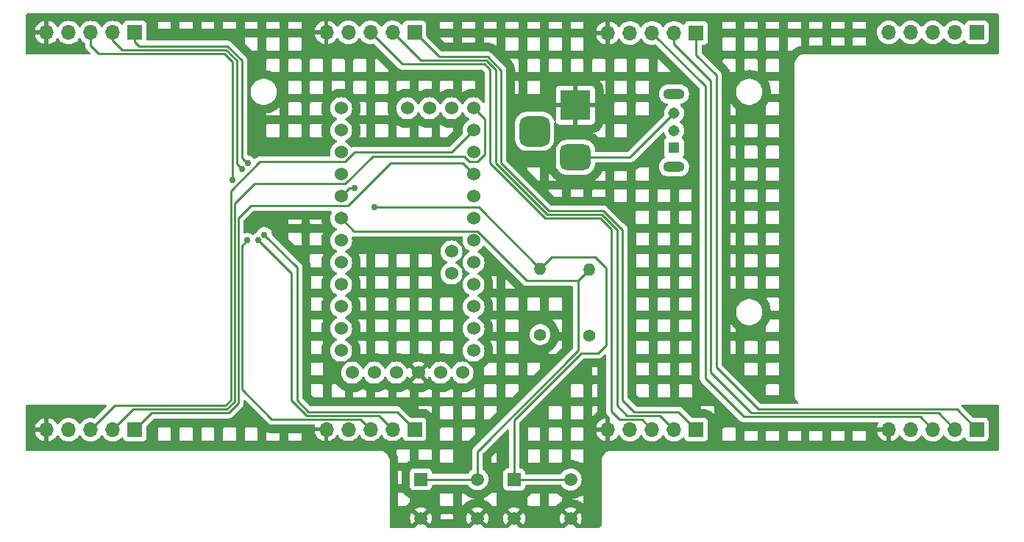
<source format=gtl>
%TF.GenerationSoftware,KiCad,Pcbnew,8.0.1*%
%TF.CreationDate,2024-08-12T20:51:51+05:30*%
%TF.ProjectId,4x8x8 LED Matrix Pcb,34783878-3820-44c4-9544-204d61747269,rev?*%
%TF.SameCoordinates,Original*%
%TF.FileFunction,Copper,L1,Top*%
%TF.FilePolarity,Positive*%
%FSLAX46Y46*%
G04 Gerber Fmt 4.6, Leading zero omitted, Abs format (unit mm)*
G04 Created by KiCad (PCBNEW 8.0.1) date 2024-08-12 20:51:51*
%MOMM*%
%LPD*%
G01*
G04 APERTURE LIST*
G04 Aperture macros list*
%AMRoundRect*
0 Rectangle with rounded corners*
0 $1 Rounding radius*
0 $2 $3 $4 $5 $6 $7 $8 $9 X,Y pos of 4 corners*
0 Add a 4 corners polygon primitive as box body*
4,1,4,$2,$3,$4,$5,$6,$7,$8,$9,$2,$3,0*
0 Add four circle primitives for the rounded corners*
1,1,$1+$1,$2,$3*
1,1,$1+$1,$4,$5*
1,1,$1+$1,$6,$7*
1,1,$1+$1,$8,$9*
0 Add four rect primitives between the rounded corners*
20,1,$1+$1,$2,$3,$4,$5,0*
20,1,$1+$1,$4,$5,$6,$7,0*
20,1,$1+$1,$6,$7,$8,$9,0*
20,1,$1+$1,$8,$9,$2,$3,0*%
G04 Aperture macros list end*
%TA.AperFunction,ComponentPad*%
%ADD10C,1.524000*%
%TD*%
%TA.AperFunction,ComponentPad*%
%ADD11R,1.700000X1.700000*%
%TD*%
%TA.AperFunction,ComponentPad*%
%ADD12O,1.700000X1.700000*%
%TD*%
%TA.AperFunction,ComponentPad*%
%ADD13C,1.400000*%
%TD*%
%TA.AperFunction,ComponentPad*%
%ADD14O,1.400000X1.400000*%
%TD*%
%TA.AperFunction,ComponentPad*%
%ADD15R,1.308000X1.308000*%
%TD*%
%TA.AperFunction,ComponentPad*%
%ADD16C,1.308000*%
%TD*%
%TA.AperFunction,ComponentPad*%
%ADD17O,2.460000X1.230000*%
%TD*%
%TA.AperFunction,ComponentPad*%
%ADD18R,1.508000X1.508000*%
%TD*%
%TA.AperFunction,ComponentPad*%
%ADD19C,1.508000*%
%TD*%
%TA.AperFunction,ComponentPad*%
%ADD20R,3.500000X3.500000*%
%TD*%
%TA.AperFunction,ComponentPad*%
%ADD21RoundRect,0.750000X1.000000X-0.750000X1.000000X0.750000X-1.000000X0.750000X-1.000000X-0.750000X0*%
%TD*%
%TA.AperFunction,ComponentPad*%
%ADD22RoundRect,0.875000X0.875000X-0.875000X0.875000X0.875000X-0.875000X0.875000X-0.875000X-0.875000X0*%
%TD*%
%TA.AperFunction,ViaPad*%
%ADD23C,0.750000*%
%TD*%
%TA.AperFunction,Conductor*%
%ADD24C,0.230000*%
%TD*%
G04 APERTURE END LIST*
D10*
%TO.P,U1,0,TXO*%
%TO.N,unconnected-(U1-TXO-Pad0)*%
X125730000Y-111125000D03*
%TO.P,U1,1,RXI*%
%TO.N,unconnected-(U1-RXI-Pad1)*%
X125730000Y-108585000D03*
%TO.P,U1,2,RST*%
%TO.N,unconnected-(U1-RST-Pad2)*%
X125730000Y-106045000D03*
%TO.P,U1,3,GND*%
%TO.N,GND*%
X125730000Y-103505000D03*
%TO.P,U1,4,2*%
%TO.N,unconnected-(U1-2-Pad4)*%
X125730000Y-100965000D03*
%TO.P,U1,5,3*%
%TO.N,unconnected-(U1-3-Pad5)*%
X125730000Y-98425000D03*
%TO.P,U1,6,4*%
%TO.N,/MODE_SEL*%
X125730000Y-95885000D03*
%TO.P,U1,7,5*%
%TO.N,/TIMER_RST*%
X125730000Y-93345000D03*
%TO.P,U1,8,6*%
%TO.N,unconnected-(U1-6-Pad8)*%
X125730000Y-90805000D03*
%TO.P,U1,9,7*%
%TO.N,unconnected-(U1-7-Pad9)*%
X125730000Y-88265000D03*
%TO.P,U1,10,8*%
%TO.N,unconnected-(U1-8-Pad10)*%
X125730000Y-85725000D03*
%TO.P,U1,11,9*%
%TO.N,unconnected-(U1-9-Pad11)*%
X125730000Y-83185000D03*
%TO.P,U1,12,GND*%
%TO.N,GND*%
X133350000Y-83185000D03*
%TO.P,U1,13,A6*%
%TO.N,unconnected-(U1-A6-Pad13)*%
X135890000Y-83185000D03*
%TO.P,U1,14,A7*%
%TO.N,unconnected-(U1-A7-Pad14)*%
X138430000Y-83185000D03*
%TO.P,U1,15,10*%
%TO.N,/CS0*%
X140970000Y-83185000D03*
%TO.P,U1,16,11*%
%TO.N,/DIN0*%
X140970000Y-85725000D03*
%TO.P,U1,17,12*%
%TO.N,unconnected-(U1-12-Pad17)*%
X140970000Y-88265000D03*
%TO.P,U1,18,13*%
%TO.N,/CLK0*%
X140970000Y-90805000D03*
%TO.P,U1,19,A0*%
%TO.N,unconnected-(U1-A0-Pad19)*%
X140970000Y-93345000D03*
%TO.P,U1,20,A1*%
%TO.N,unconnected-(U1-A1-Pad20)*%
X140970000Y-95885000D03*
%TO.P,U1,21,A2*%
%TO.N,unconnected-(U1-A2-Pad21)*%
X140970000Y-98425000D03*
%TO.P,U1,22,A3*%
%TO.N,unconnected-(U1-A3-Pad22)*%
X140970000Y-100965000D03*
%TO.P,U1,23,Vcc*%
%TO.N,unconnected-(U1-Vcc-Pad23)*%
X140970000Y-103505000D03*
%TO.P,U1,24,RST*%
%TO.N,unconnected-(U1-RST-Pad24)*%
X140970000Y-106045000D03*
%TO.P,U1,25,GND*%
%TO.N,GND*%
X140970000Y-108585000D03*
%TO.P,U1,26,RAW*%
%TO.N,unconnected-(U1-RAW-Pad26)*%
X140970000Y-111125000D03*
%TO.P,U1,27,GND*%
%TO.N,GND*%
X139700000Y-113665000D03*
%TO.P,U1,28,GND*%
X137160000Y-113665000D03*
%TO.P,U1,29,Vcc*%
%TO.N,/Vcc*%
X134620000Y-113665000D03*
%TO.P,U1,30,TXI*%
%TO.N,unconnected-(U1-TXI-Pad30)*%
X132080000Y-113665000D03*
%TO.P,U1,31,TXO*%
%TO.N,unconnected-(U1-TXO-Pad31)*%
X129540000Y-113665000D03*
%TO.P,U1,32,DTR*%
%TO.N,unconnected-(U1-DTR-Pad32)*%
X127000000Y-113665000D03*
%TO.P,U1,33,A4*%
%TO.N,unconnected-(U1-A4-Pad33)*%
X138430000Y-99695000D03*
%TO.P,U1,34,A5*%
%TO.N,unconnected-(U1-A5-Pad34)*%
X138430000Y-102235000D03*
%TD*%
D11*
%TO.P,J8,1,Pin_1*%
%TO.N,/CLK3*%
X198920000Y-120210000D03*
D12*
%TO.P,J8,2,Pin_2*%
%TO.N,/CS3*%
X196380000Y-120210000D03*
%TO.P,J8,3,Pin_3*%
%TO.N,/DIN3*%
X193840000Y-120210000D03*
%TO.P,J8,4,Pin_4*%
%TO.N,GND*%
X191300000Y-120210000D03*
%TO.P,J8,5,Pin_5*%
%TO.N,/Vcc*%
X188760000Y-120210000D03*
%TD*%
%TO.P,J6,5,Pin_5*%
%TO.N,/Vcc*%
X156440000Y-120210000D03*
%TO.P,J6,4,Pin_4*%
%TO.N,GND*%
X158980000Y-120210000D03*
%TO.P,J6,3,Pin_3*%
%TO.N,/DIN2*%
X161520000Y-120210000D03*
%TO.P,J6,2,Pin_2*%
%TO.N,/CS2*%
X164060000Y-120210000D03*
D11*
%TO.P,J6,1,Pin_1*%
%TO.N,/CLK2*%
X166600000Y-120210000D03*
%TD*%
D13*
%TO.P,R1,1*%
%TO.N,GND*%
X148640000Y-109280000D03*
D14*
%TO.P,R1,2*%
%TO.N,/TIMER_RST*%
X148640000Y-101660000D03*
%TD*%
D11*
%TO.P,J9,1,Pin_1*%
%TO.N,unconnected-(J9-Pin_1-Pad1)*%
X198920000Y-74420000D03*
D12*
%TO.P,J9,2,Pin_2*%
%TO.N,unconnected-(J9-Pin_2-Pad2)*%
X196380000Y-74420000D03*
%TO.P,J9,3,Pin_3*%
%TO.N,unconnected-(J9-Pin_3-Pad3)*%
X193840000Y-74420000D03*
%TO.P,J9,4,Pin_4*%
%TO.N,unconnected-(J9-Pin_4-Pad4)*%
X191300000Y-74420000D03*
%TO.P,J9,5,Pin_5*%
%TO.N,unconnected-(J9-Pin_5-Pad5)*%
X188760000Y-74420000D03*
%TD*%
D15*
%TO.P,S1,1*%
%TO.N,unconnected-(S1-Pad1)*%
X164057500Y-87740000D03*
D16*
%TO.P,S1,2*%
%TO.N,GND*%
X164057500Y-85740000D03*
%TO.P,S1,3*%
%TO.N,Net-(J1-Pad2)*%
X164057500Y-83740000D03*
D17*
%TO.P,S1,S1,SHIELD*%
%TO.N,unconnected-(S1-SHIELD-PadS1)*%
X164057500Y-89940000D03*
%TO.P,S1,S2,SHIELD*%
%TO.N,unconnected-(S1-SHIELD-PadS2)*%
X164057500Y-81540000D03*
%TD*%
D11*
%TO.P,J7,1,Pin_1*%
%TO.N,/CLK3*%
X166600000Y-74490000D03*
D12*
%TO.P,J7,2,Pin_2*%
%TO.N,/CS3*%
X164060000Y-74490000D03*
%TO.P,J7,3,Pin_3*%
%TO.N,/DIN3*%
X161520000Y-74490000D03*
%TO.P,J7,4,Pin_4*%
%TO.N,GND*%
X158980000Y-74490000D03*
%TO.P,J7,5,Pin_5*%
%TO.N,/Vcc*%
X156440000Y-74490000D03*
%TD*%
D18*
%TO.P,S2,1*%
%TO.N,/MODE_SEL*%
X134925000Y-125950000D03*
D19*
%TO.P,S2,2*%
X141425000Y-125950000D03*
%TO.P,S2,3*%
%TO.N,/Vcc*%
X134925000Y-130450000D03*
%TO.P,S2,4*%
X141425000Y-130450000D03*
%TD*%
D11*
%TO.P,J4,1,Pin_1*%
%TO.N,/CLK1*%
X134190000Y-120190000D03*
D12*
%TO.P,J4,2,Pin_2*%
%TO.N,/CS1*%
X131650000Y-120190000D03*
%TO.P,J4,3,Pin_3*%
%TO.N,/DIN1*%
X129110000Y-120190000D03*
%TO.P,J4,4,Pin_4*%
%TO.N,GND*%
X126570000Y-120190000D03*
%TO.P,J4,5,Pin_5*%
%TO.N,/Vcc*%
X124030000Y-120190000D03*
%TD*%
D20*
%TO.P,J1,1*%
%TO.N,/Vcc*%
X152712500Y-82820000D03*
D21*
%TO.P,J1,2*%
%TO.N,Net-(J1-Pad2)*%
X152712500Y-88820000D03*
D22*
%TO.P,J1,3*%
%TO.N,N/C*%
X148012500Y-85820000D03*
%TD*%
D13*
%TO.P,R2,1*%
%TO.N,GND*%
X154310000Y-109400000D03*
D14*
%TO.P,R2,2*%
%TO.N,/MODE_SEL*%
X154310000Y-101780000D03*
%TD*%
D12*
%TO.P,J2,5,Pin_5*%
%TO.N,/Vcc*%
X91840000Y-120230000D03*
%TO.P,J2,4,Pin_4*%
%TO.N,GND*%
X94380000Y-120230000D03*
%TO.P,J2,3,Pin_3*%
%TO.N,/DIN0*%
X96920000Y-120230000D03*
%TO.P,J2,2,Pin_2*%
%TO.N,/CS0*%
X99460000Y-120230000D03*
D11*
%TO.P,J2,1,Pin_1*%
%TO.N,/CLK0*%
X102000000Y-120230000D03*
%TD*%
%TO.P,J5,1,Pin_1*%
%TO.N,/CLK2*%
X134190000Y-74420000D03*
D12*
%TO.P,J5,2,Pin_2*%
%TO.N,/CS2*%
X131650000Y-74420000D03*
%TO.P,J5,3,Pin_3*%
%TO.N,/DIN2*%
X129110000Y-74420000D03*
%TO.P,J5,4,Pin_4*%
%TO.N,GND*%
X126570000Y-74420000D03*
%TO.P,J5,5,Pin_5*%
%TO.N,/Vcc*%
X124030000Y-74420000D03*
%TD*%
D18*
%TO.P,S3,1*%
%TO.N,/TIMER_RST*%
X145650000Y-125975000D03*
D19*
%TO.P,S3,2*%
X152150000Y-125975000D03*
%TO.P,S3,3*%
%TO.N,/Vcc*%
X145650000Y-130475000D03*
%TO.P,S3,4*%
X152150000Y-130475000D03*
%TD*%
D11*
%TO.P,J3,1,Pin_1*%
%TO.N,/CLK1*%
X102000000Y-74450000D03*
D12*
%TO.P,J3,2,Pin_2*%
%TO.N,/CS1*%
X99460000Y-74450000D03*
%TO.P,J3,3,Pin_3*%
%TO.N,/DIN1*%
X96920000Y-74450000D03*
%TO.P,J3,4,Pin_4*%
%TO.N,GND*%
X94380000Y-74450000D03*
%TO.P,J3,5,Pin_5*%
%TO.N,/Vcc*%
X91840000Y-74450000D03*
%TD*%
D23*
%TO.N,/TIMER_RST*%
X127273649Y-92348652D03*
X129540000Y-94615000D03*
%TO.N,/CLK1*%
X116895000Y-97753247D03*
X114971753Y-89498247D03*
%TO.N,/CS1*%
X116205000Y-98425000D03*
X114300000Y-90170000D03*
%TO.N,/DIN1*%
X114935000Y-98425000D03*
X113270000Y-91440000D03*
%TD*%
D24*
%TO.N,Net-(J1-Pad2)*%
X158977500Y-88820000D02*
X164057500Y-83740000D01*
X152712500Y-88820000D02*
X158977500Y-88820000D01*
%TO.N,/CLK0*%
X115353000Y-94422000D02*
X126558000Y-94422000D01*
X113890000Y-95885000D02*
X115353000Y-94422000D01*
X139700000Y-89535000D02*
X140970000Y-90805000D01*
X113890000Y-117196224D02*
X113890000Y-95885000D01*
X131445000Y-89535000D02*
X139700000Y-89535000D01*
X103915000Y-118315000D02*
X112771224Y-118315000D01*
X102000000Y-120230000D02*
X103915000Y-118315000D01*
X126558000Y-94422000D02*
X131445000Y-89535000D01*
X112771224Y-118315000D02*
X113890000Y-117196224D01*
%TO.N,/TIMER_RST*%
X127273649Y-92348652D02*
X126726348Y-92348652D01*
X126726348Y-92348652D02*
X125730000Y-93345000D01*
X141595000Y-94615000D02*
X129540000Y-94615000D01*
X148640000Y-101660000D02*
X141595000Y-94615000D01*
X149970000Y-100330000D02*
X148640000Y-101660000D01*
X156210000Y-110490000D02*
X156210000Y-101600000D01*
X154940000Y-100330000D02*
X149970000Y-100330000D01*
X145650000Y-119118112D02*
X153339056Y-111429056D01*
X155270944Y-111429056D02*
X156210000Y-110490000D01*
X156210000Y-101600000D02*
X154940000Y-100330000D01*
X145650000Y-125975000D02*
X145650000Y-119118112D01*
X153339056Y-111429056D02*
X155270944Y-111429056D01*
%TO.N,/MODE_SEL*%
X141416109Y-97348000D02*
X127193000Y-97348000D01*
X147123109Y-103055000D02*
X141416109Y-97348000D01*
X153035000Y-103055000D02*
X147123109Y-103055000D01*
X127193000Y-97348000D02*
X125730000Y-95885000D01*
%TO.N,/TIMER_RST*%
X145650000Y-125975000D02*
X152150000Y-125975000D01*
%TO.N,/MODE_SEL*%
X153035000Y-103055000D02*
X154310000Y-101780000D01*
X153035000Y-111125000D02*
X153035000Y-103055000D01*
X141425000Y-122735000D02*
X153035000Y-111125000D01*
X141425000Y-125950000D02*
X141425000Y-122735000D01*
X141425000Y-125950000D02*
X134925000Y-125950000D01*
%TO.N,/DIN3*%
X172085000Y-118745000D02*
X192375000Y-118745000D01*
X167640000Y-114300000D02*
X172085000Y-118745000D01*
X192375000Y-118745000D02*
X193840000Y-120210000D01*
X167640000Y-80610000D02*
X167640000Y-114300000D01*
X161520000Y-74490000D02*
X167640000Y-80610000D01*
%TO.N,/CS3*%
X168275000Y-113665000D02*
X172925000Y-118315000D01*
X172925000Y-118315000D02*
X194485000Y-118315000D01*
X164060000Y-75795000D02*
X168275000Y-80010000D01*
X168275000Y-80010000D02*
X168275000Y-113665000D01*
X164060000Y-74490000D02*
X164060000Y-75795000D01*
X194485000Y-118315000D02*
X196380000Y-120210000D01*
%TO.N,/CLK3*%
X196595000Y-117885000D02*
X198920000Y-120210000D01*
X173765000Y-117885000D02*
X196595000Y-117885000D01*
X168910000Y-113030000D02*
X173765000Y-117885000D01*
X166600000Y-74490000D02*
X166600000Y-77065000D01*
X166600000Y-77065000D02*
X168910000Y-79375000D01*
X168910000Y-79375000D02*
X168910000Y-113030000D01*
%TO.N,/CLK2*%
X164575000Y-118185000D02*
X166600000Y-120210000D01*
X159460000Y-118185000D02*
X164575000Y-118185000D01*
X158115000Y-116840000D02*
X159460000Y-118185000D01*
X144145000Y-78793776D02*
X144145000Y-89535000D01*
X149635000Y-95025000D02*
X155931224Y-95025000D01*
X144145000Y-89535000D02*
X149635000Y-95025000D01*
X142596224Y-77245000D02*
X144145000Y-78793776D01*
X137015000Y-77245000D02*
X142596224Y-77245000D01*
X155931224Y-95025000D02*
X158115000Y-97208776D01*
X134190000Y-74420000D02*
X137015000Y-77245000D01*
X158115000Y-97208776D02*
X158115000Y-116840000D01*
%TO.N,/CS2*%
X162465000Y-118615000D02*
X164060000Y-120210000D01*
X158620000Y-118615000D02*
X162465000Y-118615000D01*
X157480000Y-117475000D02*
X158620000Y-118615000D01*
X149430000Y-95455000D02*
X155753112Y-95455000D01*
X143510000Y-78766888D02*
X143510000Y-89535000D01*
X143510000Y-89535000D02*
X149430000Y-95455000D01*
X142418112Y-77675000D02*
X143510000Y-78766888D01*
X157480000Y-97181888D02*
X157480000Y-117475000D01*
X155753112Y-95455000D02*
X157480000Y-97181888D01*
X134905000Y-77675000D02*
X142418112Y-77675000D01*
X131650000Y-74420000D02*
X134905000Y-77675000D01*
%TO.N,/DIN2*%
X160355000Y-119045000D02*
X161520000Y-120210000D01*
X157780000Y-119045000D02*
X160355000Y-119045000D01*
X156845000Y-118110000D02*
X157780000Y-119045000D01*
X155575000Y-95885000D02*
X156845000Y-97155000D01*
X149225000Y-95885000D02*
X155575000Y-95885000D01*
X142875000Y-89535000D02*
X149225000Y-95885000D01*
X156845000Y-97155000D02*
X156845000Y-118110000D01*
X142875000Y-78740000D02*
X142875000Y-89535000D01*
X142240000Y-78105000D02*
X142875000Y-78740000D01*
X132795000Y-78105000D02*
X142240000Y-78105000D01*
X129110000Y-74420000D02*
X132795000Y-78105000D01*
%TO.N,/CS1*%
X130055000Y-118595000D02*
X131650000Y-120190000D01*
X121770000Y-118595000D02*
X130055000Y-118595000D01*
X120015000Y-116840000D02*
X121770000Y-118595000D01*
X116205000Y-98425000D02*
X120015000Y-102235000D01*
X120015000Y-102235000D02*
X120015000Y-116840000D01*
%TO.N,/CLK1*%
X120650000Y-101508247D02*
X120650000Y-116840000D01*
X120650000Y-116840000D02*
X121975000Y-118165000D01*
X116895000Y-97753247D02*
X120650000Y-101508247D01*
X121975000Y-118165000D02*
X132165000Y-118165000D01*
X132165000Y-118165000D02*
X134190000Y-120190000D01*
X114300000Y-88900000D02*
X114898247Y-89498247D01*
X112637220Y-75995000D02*
X114300000Y-77657780D01*
X102870000Y-75995000D02*
X112637220Y-75995000D01*
X102000000Y-75530000D02*
X102465000Y-75995000D01*
X102465000Y-75995000D02*
X102870000Y-75995000D01*
X102000000Y-74450000D02*
X102000000Y-75530000D01*
X114300000Y-77657780D02*
X114300000Y-88900000D01*
X114898247Y-89498247D02*
X114971753Y-89498247D01*
%TO.N,/CS1*%
X113700000Y-89570000D02*
X114300000Y-90170000D01*
X112459108Y-76425000D02*
X113700000Y-77665892D01*
X100555000Y-76425000D02*
X112459108Y-76425000D01*
X99460000Y-75330000D02*
X100555000Y-76425000D01*
X113700000Y-77665892D02*
X113700000Y-89570000D01*
X99460000Y-74450000D02*
X99460000Y-75330000D01*
%TO.N,/DIN1*%
X97810000Y-76855000D02*
X112280996Y-76855000D01*
X112280996Y-76855000D02*
X113270000Y-77844004D01*
X96920000Y-75965000D02*
X97810000Y-76855000D01*
X113270000Y-77844004D02*
X113270000Y-91440000D01*
X96920000Y-74450000D02*
X96920000Y-75965000D01*
X127945000Y-119025000D02*
X129110000Y-120190000D01*
X117755000Y-119025000D02*
X127945000Y-119025000D01*
X114320000Y-115590000D02*
X117755000Y-119025000D01*
X114935000Y-98425000D02*
X114320000Y-99040000D01*
X114320000Y-99040000D02*
X114320000Y-115590000D01*
%TO.N,/CS0*%
X142240000Y-84455000D02*
X140970000Y-83185000D01*
X142240000Y-88518109D02*
X142240000Y-84455000D01*
X140523891Y-89342000D02*
X141416109Y-89342000D01*
X139876891Y-88695000D02*
X140523891Y-89342000D01*
X126176109Y-91882000D02*
X129363109Y-88695000D01*
X141416109Y-89342000D02*
X142240000Y-88518109D01*
X129363109Y-88695000D02*
X139876891Y-88695000D01*
X115763000Y-91882000D02*
X126176109Y-91882000D01*
X113460000Y-117018112D02*
X113460000Y-94185000D01*
X112593112Y-117885000D02*
X113460000Y-117018112D01*
X101805000Y-117885000D02*
X112593112Y-117885000D01*
X113460000Y-94185000D02*
X115763000Y-91882000D01*
X99460000Y-120230000D02*
X101805000Y-117885000D01*
%TO.N,/DIN0*%
X138430000Y-88265000D02*
X140970000Y-85725000D01*
X127253109Y-88265000D02*
X138430000Y-88265000D01*
X126176109Y-89342000D02*
X127253109Y-88265000D01*
X113030000Y-116840000D02*
X113030000Y-92710000D01*
X112415000Y-117455000D02*
X113030000Y-116840000D01*
X99695000Y-117455000D02*
X112415000Y-117455000D01*
X96920000Y-120230000D02*
X99695000Y-117455000D01*
X116398000Y-89342000D02*
X126176109Y-89342000D01*
X113030000Y-92710000D02*
X116398000Y-89342000D01*
%TD*%
%TA.AperFunction,Conductor*%
%TO.N,/Vcc*%
G36*
X201306980Y-72257883D02*
G01*
X201322278Y-72260926D01*
X201366933Y-72279411D01*
X201368085Y-72280180D01*
X201369555Y-72281162D01*
X201403837Y-72315444D01*
X201404462Y-72316379D01*
X201405588Y-72318066D01*
X201424072Y-72362713D01*
X201427116Y-72378018D01*
X201429500Y-72402210D01*
X201429500Y-76822789D01*
X201427117Y-76846980D01*
X201425707Y-76854066D01*
X201424072Y-76862286D01*
X201405588Y-76906933D01*
X201403839Y-76909553D01*
X201369553Y-76943839D01*
X201366933Y-76945588D01*
X201322286Y-76964072D01*
X201314066Y-76965707D01*
X201306982Y-76967116D01*
X201282789Y-76969500D01*
X178970654Y-76969500D01*
X178774988Y-77004001D01*
X178588286Y-77071956D01*
X178588279Y-77071959D01*
X178416219Y-77171298D01*
X178416213Y-77171302D01*
X178264014Y-77299014D01*
X178136302Y-77451213D01*
X178136298Y-77451219D01*
X178036959Y-77623279D01*
X178036956Y-77623286D01*
X177969001Y-77809988D01*
X177934500Y-78005654D01*
X177934500Y-116304345D01*
X177969001Y-116500011D01*
X178013173Y-116621370D01*
X178036957Y-116686716D01*
X178136300Y-116858784D01*
X178264014Y-117010986D01*
X178311118Y-117050511D01*
X178349820Y-117108682D01*
X178350928Y-117178543D01*
X178314091Y-117237913D01*
X178251004Y-117267942D01*
X178231412Y-117269500D01*
X174071311Y-117269500D01*
X174004272Y-117249815D01*
X173983630Y-117233181D01*
X173021949Y-116271500D01*
X174648500Y-116271500D01*
X176150500Y-116271500D01*
X176150500Y-115104165D01*
X176121015Y-115032984D01*
X176049835Y-115003500D01*
X174749165Y-115003500D01*
X174677984Y-115032984D01*
X174648500Y-115104165D01*
X174648500Y-116271500D01*
X173021949Y-116271500D01*
X170655283Y-113904834D01*
X172148500Y-113904834D01*
X172177984Y-113976015D01*
X172249165Y-114005500D01*
X173549835Y-114005500D01*
X173621015Y-113976015D01*
X173650500Y-113904834D01*
X174648500Y-113904834D01*
X174677984Y-113976015D01*
X174749165Y-114005500D01*
X176049835Y-114005500D01*
X176121015Y-113976015D01*
X176150500Y-113904834D01*
X176150500Y-112604165D01*
X176121015Y-112532984D01*
X176049835Y-112503500D01*
X174749165Y-112503500D01*
X174677984Y-112532984D01*
X174648500Y-112604165D01*
X174648500Y-113904834D01*
X173650500Y-113904834D01*
X173650500Y-112604165D01*
X173621015Y-112532984D01*
X173549835Y-112503500D01*
X172249165Y-112503500D01*
X172177984Y-112532984D01*
X172148500Y-112604165D01*
X172148500Y-113904834D01*
X170655283Y-113904834D01*
X169561819Y-112811370D01*
X169528334Y-112750047D01*
X169525500Y-112723689D01*
X169525500Y-110003500D01*
X170523500Y-110003500D01*
X170523500Y-111505500D01*
X171049835Y-111505500D01*
X171121015Y-111476015D01*
X171150500Y-111404834D01*
X172148500Y-111404834D01*
X172177984Y-111476015D01*
X172249165Y-111505500D01*
X173549835Y-111505500D01*
X173621015Y-111476015D01*
X173650500Y-111404834D01*
X174648500Y-111404834D01*
X174677984Y-111476015D01*
X174749165Y-111505500D01*
X176049835Y-111505500D01*
X176121015Y-111476015D01*
X176150500Y-111404834D01*
X176150500Y-110104165D01*
X176121015Y-110032984D01*
X176049835Y-110003500D01*
X174749165Y-110003500D01*
X174677984Y-110032984D01*
X174648500Y-110104165D01*
X174648500Y-111404834D01*
X173650500Y-111404834D01*
X173650500Y-110104165D01*
X173621015Y-110032984D01*
X173549835Y-110003500D01*
X172249165Y-110003500D01*
X172177984Y-110032984D01*
X172148500Y-110104165D01*
X172148500Y-111404834D01*
X171150500Y-111404834D01*
X171150500Y-110104165D01*
X171121015Y-110032984D01*
X171049835Y-110003500D01*
X170523500Y-110003500D01*
X169525500Y-110003500D01*
X169525500Y-107872545D01*
X170523500Y-107872545D01*
X170523500Y-109005500D01*
X171049835Y-109005500D01*
X171121015Y-108976015D01*
X171150500Y-108904834D01*
X174648500Y-108904834D01*
X174677984Y-108976015D01*
X174749165Y-109005500D01*
X176049835Y-109005500D01*
X176121015Y-108976015D01*
X176150500Y-108904834D01*
X176150500Y-107604165D01*
X176121015Y-107532984D01*
X176049835Y-107503500D01*
X175079507Y-107503500D01*
X175053668Y-107583023D01*
X175052075Y-107587617D01*
X175041891Y-107615226D01*
X175040118Y-107619757D01*
X175025120Y-107655973D01*
X175023166Y-107660440D01*
X175010823Y-107687216D01*
X175008697Y-107691600D01*
X174883670Y-107936978D01*
X174881375Y-107941271D01*
X174866985Y-107966967D01*
X174864523Y-107971168D01*
X174844041Y-108004592D01*
X174841416Y-108008693D01*
X174825048Y-108033190D01*
X174822263Y-108037186D01*
X174660393Y-108259980D01*
X174657453Y-108263863D01*
X174648500Y-108275219D01*
X174648500Y-108904834D01*
X171150500Y-108904834D01*
X171150500Y-108628007D01*
X171140021Y-108620394D01*
X171136137Y-108617453D01*
X171113003Y-108599215D01*
X171109240Y-108596127D01*
X171079433Y-108570669D01*
X171075793Y-108567434D01*
X171054165Y-108547441D01*
X171050656Y-108544067D01*
X170855933Y-108349344D01*
X170852559Y-108345835D01*
X170832566Y-108324207D01*
X170829331Y-108320567D01*
X170803873Y-108290760D01*
X170800785Y-108286997D01*
X170782547Y-108263863D01*
X170779607Y-108259980D01*
X170617737Y-108037186D01*
X170614952Y-108033190D01*
X170598584Y-108008693D01*
X170595959Y-108004592D01*
X170575477Y-107971168D01*
X170573015Y-107966967D01*
X170558625Y-107941271D01*
X170556330Y-107936978D01*
X170523500Y-107872545D01*
X169525500Y-107872545D01*
X169525500Y-106798097D01*
X171219500Y-106798097D01*
X171256446Y-107031368D01*
X171329433Y-107255996D01*
X171436657Y-107466433D01*
X171575483Y-107657510D01*
X171742490Y-107824517D01*
X171933567Y-107963343D01*
X172032991Y-108014002D01*
X172144003Y-108070566D01*
X172144005Y-108070566D01*
X172144008Y-108070568D01*
X172264412Y-108109689D01*
X172368631Y-108143553D01*
X172601903Y-108180500D01*
X172601908Y-108180500D01*
X172838097Y-108180500D01*
X173071368Y-108143553D01*
X173104071Y-108132927D01*
X173295992Y-108070568D01*
X173506433Y-107963343D01*
X173697510Y-107824517D01*
X173864517Y-107657510D01*
X174003343Y-107466433D01*
X174110568Y-107255992D01*
X174183553Y-107031368D01*
X174210755Y-106859621D01*
X174220500Y-106798097D01*
X174220500Y-106561902D01*
X174183553Y-106328631D01*
X174115606Y-106119513D01*
X174110568Y-106104008D01*
X174110566Y-106104005D01*
X174110566Y-106104003D01*
X174003342Y-105893566D01*
X173864517Y-105702490D01*
X173697510Y-105535483D01*
X173506433Y-105396657D01*
X173295996Y-105289433D01*
X173071368Y-105216446D01*
X172838097Y-105179500D01*
X172838092Y-105179500D01*
X172601908Y-105179500D01*
X172601903Y-105179500D01*
X172368631Y-105216446D01*
X172144003Y-105289433D01*
X171933566Y-105396657D01*
X171824550Y-105475862D01*
X171742490Y-105535483D01*
X171742488Y-105535485D01*
X171742487Y-105535485D01*
X171575485Y-105702487D01*
X171575485Y-105702488D01*
X171575483Y-105702490D01*
X171569387Y-105710881D01*
X171436657Y-105893566D01*
X171329433Y-106104003D01*
X171256446Y-106328631D01*
X171219500Y-106561902D01*
X171219500Y-106798097D01*
X169525500Y-106798097D01*
X169525500Y-105091457D01*
X174653763Y-105091457D01*
X174657453Y-105096137D01*
X174660393Y-105100020D01*
X174822263Y-105322814D01*
X174825048Y-105326810D01*
X174841416Y-105351307D01*
X174844041Y-105355408D01*
X174864523Y-105388832D01*
X174866985Y-105393033D01*
X174881375Y-105418729D01*
X174883670Y-105423022D01*
X175008697Y-105668400D01*
X175010823Y-105672784D01*
X175023166Y-105699560D01*
X175025120Y-105704027D01*
X175040118Y-105740243D01*
X175041891Y-105744774D01*
X175052075Y-105772383D01*
X175053668Y-105776977D01*
X175138768Y-106038883D01*
X175140182Y-106043546D01*
X175148185Y-106071925D01*
X175149416Y-106076644D01*
X175158564Y-106114763D01*
X175159606Y-106119513D01*
X175165346Y-106148375D01*
X175166201Y-106153164D01*
X175209281Y-106425154D01*
X175209949Y-106429984D01*
X175213412Y-106459256D01*
X175213889Y-106464100D01*
X175216963Y-106503180D01*
X175217100Y-106505500D01*
X176049835Y-106505500D01*
X176121015Y-106476015D01*
X176150500Y-106404834D01*
X176150500Y-105104165D01*
X176121015Y-105032984D01*
X176049835Y-105003500D01*
X174749165Y-105003500D01*
X174677984Y-105032984D01*
X174653763Y-105091457D01*
X169525500Y-105091457D01*
X169525500Y-102503500D01*
X170523500Y-102503500D01*
X170523500Y-104005500D01*
X171049835Y-104005500D01*
X171121015Y-103976015D01*
X171150500Y-103904834D01*
X172148500Y-103904834D01*
X172177984Y-103976015D01*
X172249165Y-104005500D01*
X173549835Y-104005500D01*
X173621015Y-103976015D01*
X173650500Y-103904834D01*
X174648500Y-103904834D01*
X174677984Y-103976015D01*
X174749165Y-104005500D01*
X176049835Y-104005500D01*
X176121015Y-103976015D01*
X176150500Y-103904834D01*
X176150500Y-102604165D01*
X176121015Y-102532984D01*
X176049835Y-102503500D01*
X174749165Y-102503500D01*
X174677984Y-102532984D01*
X174648500Y-102604165D01*
X174648500Y-103904834D01*
X173650500Y-103904834D01*
X173650500Y-102604165D01*
X173621015Y-102532984D01*
X173549835Y-102503500D01*
X172249165Y-102503500D01*
X172177984Y-102532984D01*
X172148500Y-102604165D01*
X172148500Y-103904834D01*
X171150500Y-103904834D01*
X171150500Y-102604165D01*
X171121015Y-102532984D01*
X171049835Y-102503500D01*
X170523500Y-102503500D01*
X169525500Y-102503500D01*
X169525500Y-100003500D01*
X170523500Y-100003500D01*
X170523500Y-101505500D01*
X171049835Y-101505500D01*
X171121015Y-101476015D01*
X171150500Y-101404834D01*
X172148500Y-101404834D01*
X172177984Y-101476015D01*
X172249165Y-101505500D01*
X173549835Y-101505500D01*
X173621015Y-101476015D01*
X173650500Y-101404834D01*
X174648500Y-101404834D01*
X174677984Y-101476015D01*
X174749165Y-101505500D01*
X176049835Y-101505500D01*
X176121015Y-101476015D01*
X176150500Y-101404834D01*
X176150500Y-100104165D01*
X176121015Y-100032984D01*
X176049835Y-100003500D01*
X174749165Y-100003500D01*
X174677984Y-100032984D01*
X174648500Y-100104165D01*
X174648500Y-101404834D01*
X173650500Y-101404834D01*
X173650500Y-100104165D01*
X173621015Y-100032984D01*
X173549835Y-100003500D01*
X172249165Y-100003500D01*
X172177984Y-100032984D01*
X172148500Y-100104165D01*
X172148500Y-101404834D01*
X171150500Y-101404834D01*
X171150500Y-100104165D01*
X171121015Y-100032984D01*
X171049835Y-100003500D01*
X170523500Y-100003500D01*
X169525500Y-100003500D01*
X169525500Y-97503500D01*
X170523500Y-97503500D01*
X170523500Y-99005500D01*
X171049835Y-99005500D01*
X171121015Y-98976015D01*
X171150500Y-98904834D01*
X172148500Y-98904834D01*
X172177984Y-98976015D01*
X172249165Y-99005500D01*
X173549835Y-99005500D01*
X173621015Y-98976015D01*
X173650500Y-98904834D01*
X174648500Y-98904834D01*
X174677984Y-98976015D01*
X174749165Y-99005500D01*
X176049835Y-99005500D01*
X176121015Y-98976015D01*
X176150500Y-98904834D01*
X176150500Y-97604165D01*
X176121015Y-97532984D01*
X176049835Y-97503500D01*
X174749165Y-97503500D01*
X174677984Y-97532984D01*
X174648500Y-97604165D01*
X174648500Y-98904834D01*
X173650500Y-98904834D01*
X173650500Y-97604165D01*
X173621015Y-97532984D01*
X173549835Y-97503500D01*
X172249165Y-97503500D01*
X172177984Y-97532984D01*
X172148500Y-97604165D01*
X172148500Y-98904834D01*
X171150500Y-98904834D01*
X171150500Y-97604165D01*
X171121015Y-97532984D01*
X171049835Y-97503500D01*
X170523500Y-97503500D01*
X169525500Y-97503500D01*
X169525500Y-95003500D01*
X170523500Y-95003500D01*
X170523500Y-96505500D01*
X171049835Y-96505500D01*
X171121015Y-96476015D01*
X171150500Y-96404834D01*
X172148500Y-96404834D01*
X172177984Y-96476015D01*
X172249165Y-96505500D01*
X173549835Y-96505500D01*
X173621015Y-96476015D01*
X173650500Y-96404834D01*
X174648500Y-96404834D01*
X174677984Y-96476015D01*
X174749165Y-96505500D01*
X176049835Y-96505500D01*
X176121015Y-96476015D01*
X176150500Y-96404834D01*
X176150500Y-95104165D01*
X176121015Y-95032984D01*
X176049835Y-95003500D01*
X174749165Y-95003500D01*
X174677984Y-95032984D01*
X174648500Y-95104165D01*
X174648500Y-96404834D01*
X173650500Y-96404834D01*
X173650500Y-95104165D01*
X173621015Y-95032984D01*
X173549835Y-95003500D01*
X172249165Y-95003500D01*
X172177984Y-95032984D01*
X172148500Y-95104165D01*
X172148500Y-96404834D01*
X171150500Y-96404834D01*
X171150500Y-95104165D01*
X171121015Y-95032984D01*
X171049835Y-95003500D01*
X170523500Y-95003500D01*
X169525500Y-95003500D01*
X169525500Y-92503500D01*
X170523500Y-92503500D01*
X170523500Y-94005500D01*
X171049835Y-94005500D01*
X171121015Y-93976015D01*
X171150500Y-93904834D01*
X172148500Y-93904834D01*
X172177984Y-93976015D01*
X172249165Y-94005500D01*
X173549835Y-94005500D01*
X173621015Y-93976015D01*
X173650500Y-93904834D01*
X174648500Y-93904834D01*
X174677984Y-93976015D01*
X174749165Y-94005500D01*
X176049835Y-94005500D01*
X176121015Y-93976015D01*
X176150500Y-93904834D01*
X176150500Y-92604165D01*
X176121015Y-92532984D01*
X176049835Y-92503500D01*
X174749165Y-92503500D01*
X174677984Y-92532984D01*
X174648500Y-92604165D01*
X174648500Y-93904834D01*
X173650500Y-93904834D01*
X173650500Y-92604165D01*
X173621015Y-92532984D01*
X173549835Y-92503500D01*
X172249165Y-92503500D01*
X172177984Y-92532984D01*
X172148500Y-92604165D01*
X172148500Y-93904834D01*
X171150500Y-93904834D01*
X171150500Y-92604165D01*
X171121015Y-92532984D01*
X171049835Y-92503500D01*
X170523500Y-92503500D01*
X169525500Y-92503500D01*
X169525500Y-90003500D01*
X170523500Y-90003500D01*
X170523500Y-91505500D01*
X171049835Y-91505500D01*
X171121015Y-91476015D01*
X171150500Y-91404834D01*
X172148500Y-91404834D01*
X172177984Y-91476015D01*
X172249165Y-91505500D01*
X173549835Y-91505500D01*
X173621015Y-91476015D01*
X173650500Y-91404834D01*
X174648500Y-91404834D01*
X174677984Y-91476015D01*
X174749165Y-91505500D01*
X176049835Y-91505500D01*
X176121015Y-91476015D01*
X176150500Y-91404834D01*
X176150500Y-90104165D01*
X176121015Y-90032984D01*
X176049835Y-90003500D01*
X174749165Y-90003500D01*
X174677984Y-90032984D01*
X174648500Y-90104165D01*
X174648500Y-91404834D01*
X173650500Y-91404834D01*
X173650500Y-90104165D01*
X173621015Y-90032984D01*
X173549835Y-90003500D01*
X172249165Y-90003500D01*
X172177984Y-90032984D01*
X172148500Y-90104165D01*
X172148500Y-91404834D01*
X171150500Y-91404834D01*
X171150500Y-90104165D01*
X171121015Y-90032984D01*
X171049835Y-90003500D01*
X170523500Y-90003500D01*
X169525500Y-90003500D01*
X169525500Y-87503500D01*
X170523500Y-87503500D01*
X170523500Y-89005500D01*
X171049835Y-89005500D01*
X171121015Y-88976015D01*
X171150500Y-88904834D01*
X172148500Y-88904834D01*
X172177984Y-88976015D01*
X172249165Y-89005500D01*
X173549835Y-89005500D01*
X173621015Y-88976015D01*
X173650500Y-88904834D01*
X174648500Y-88904834D01*
X174677984Y-88976015D01*
X174749165Y-89005500D01*
X176049835Y-89005500D01*
X176121015Y-88976015D01*
X176150500Y-88904834D01*
X176150500Y-87604165D01*
X176121015Y-87532984D01*
X176049835Y-87503500D01*
X174749165Y-87503500D01*
X174677984Y-87532984D01*
X174648500Y-87604165D01*
X174648500Y-88904834D01*
X173650500Y-88904834D01*
X173650500Y-87604165D01*
X173621015Y-87532984D01*
X173549835Y-87503500D01*
X172249165Y-87503500D01*
X172177984Y-87532984D01*
X172148500Y-87604165D01*
X172148500Y-88904834D01*
X171150500Y-88904834D01*
X171150500Y-87604165D01*
X171121015Y-87532984D01*
X171049835Y-87503500D01*
X170523500Y-87503500D01*
X169525500Y-87503500D01*
X169525500Y-85003500D01*
X170523500Y-85003500D01*
X170523500Y-86505500D01*
X171049835Y-86505500D01*
X171121015Y-86476015D01*
X171150500Y-86404834D01*
X172148500Y-86404834D01*
X172177984Y-86476015D01*
X172249165Y-86505500D01*
X173549835Y-86505500D01*
X173621015Y-86476015D01*
X173650500Y-86404834D01*
X174648500Y-86404834D01*
X174677984Y-86476015D01*
X174749165Y-86505500D01*
X176049835Y-86505500D01*
X176121015Y-86476015D01*
X176150500Y-86404834D01*
X176150500Y-85104165D01*
X176121015Y-85032984D01*
X176049835Y-85003500D01*
X174749165Y-85003500D01*
X174677984Y-85032984D01*
X174648500Y-85104165D01*
X174648500Y-86404834D01*
X173650500Y-86404834D01*
X173650500Y-85104165D01*
X173621015Y-85032984D01*
X173549835Y-85003500D01*
X172249165Y-85003500D01*
X172177984Y-85032984D01*
X172148500Y-85104165D01*
X172148500Y-86404834D01*
X171150500Y-86404834D01*
X171150500Y-85104165D01*
X171121015Y-85032984D01*
X171049835Y-85003500D01*
X170523500Y-85003500D01*
X169525500Y-85003500D01*
X169525500Y-82503500D01*
X170523500Y-82503500D01*
X170523500Y-84005500D01*
X171049835Y-84005500D01*
X171121015Y-83976015D01*
X171150500Y-83904834D01*
X174648500Y-83904834D01*
X174677984Y-83976015D01*
X174749165Y-84005500D01*
X176049835Y-84005500D01*
X176121015Y-83976015D01*
X176150500Y-83904834D01*
X176150500Y-82604165D01*
X176121015Y-82532984D01*
X176049835Y-82503500D01*
X174900728Y-82503500D01*
X174883670Y-82536978D01*
X174881375Y-82541271D01*
X174866985Y-82566967D01*
X174864523Y-82571168D01*
X174844041Y-82604592D01*
X174841416Y-82608693D01*
X174825048Y-82633190D01*
X174822263Y-82637186D01*
X174660393Y-82859980D01*
X174657453Y-82863863D01*
X174648500Y-82875219D01*
X174648500Y-83904834D01*
X171150500Y-83904834D01*
X171150500Y-83228007D01*
X171140021Y-83220394D01*
X171136137Y-83217453D01*
X171113003Y-83199215D01*
X171109240Y-83196127D01*
X171079433Y-83170669D01*
X171075793Y-83167434D01*
X171054165Y-83147441D01*
X171050656Y-83144067D01*
X170855933Y-82949344D01*
X170852559Y-82945835D01*
X170832566Y-82924207D01*
X170829331Y-82920567D01*
X170803873Y-82890760D01*
X170800785Y-82886997D01*
X170782547Y-82863863D01*
X170779607Y-82859980D01*
X170617737Y-82637186D01*
X170614952Y-82633190D01*
X170598584Y-82608693D01*
X170595959Y-82604592D01*
X170575477Y-82571168D01*
X170573015Y-82566967D01*
X170558625Y-82541271D01*
X170556330Y-82536978D01*
X170539272Y-82503500D01*
X170523500Y-82503500D01*
X169525500Y-82503500D01*
X169525500Y-81398097D01*
X171219500Y-81398097D01*
X171256446Y-81631368D01*
X171329433Y-81855996D01*
X171399805Y-81994107D01*
X171436657Y-82066433D01*
X171575483Y-82257510D01*
X171742490Y-82424517D01*
X171933567Y-82563343D01*
X172032991Y-82614002D01*
X172144003Y-82670566D01*
X172144005Y-82670566D01*
X172144008Y-82670568D01*
X172241075Y-82702107D01*
X172368631Y-82743553D01*
X172601903Y-82780500D01*
X172601908Y-82780500D01*
X172838097Y-82780500D01*
X173071368Y-82743553D01*
X173104071Y-82732927D01*
X173295992Y-82670568D01*
X173506433Y-82563343D01*
X173697510Y-82424517D01*
X173864517Y-82257510D01*
X174003343Y-82066433D01*
X174110568Y-81855992D01*
X174183553Y-81631368D01*
X174184120Y-81627790D01*
X174220500Y-81398097D01*
X174220500Y-81161902D01*
X174183553Y-80928631D01*
X174115606Y-80719513D01*
X174110568Y-80704008D01*
X174110566Y-80704005D01*
X174110566Y-80704003D01*
X174045549Y-80576401D01*
X174003343Y-80493567D01*
X173864517Y-80302490D01*
X173697510Y-80135483D01*
X173515852Y-80003500D01*
X174872847Y-80003500D01*
X174881375Y-80018729D01*
X174883670Y-80023022D01*
X175008697Y-80268400D01*
X175010823Y-80272784D01*
X175023166Y-80299560D01*
X175025120Y-80304027D01*
X175040118Y-80340243D01*
X175041891Y-80344774D01*
X175052075Y-80372383D01*
X175053668Y-80376977D01*
X175138768Y-80638883D01*
X175140182Y-80643546D01*
X175148185Y-80671925D01*
X175149416Y-80676644D01*
X175158564Y-80714763D01*
X175159606Y-80719513D01*
X175165346Y-80748375D01*
X175166201Y-80753164D01*
X175209281Y-81025154D01*
X175209949Y-81029984D01*
X175213412Y-81059256D01*
X175213889Y-81064100D01*
X175216963Y-81103180D01*
X175217250Y-81108039D01*
X175218405Y-81137453D01*
X175218500Y-81142318D01*
X175218500Y-81417682D01*
X175218405Y-81422547D01*
X175217250Y-81451961D01*
X175216963Y-81456820D01*
X175213889Y-81495900D01*
X175213412Y-81500744D01*
X175212849Y-81505500D01*
X176049835Y-81505500D01*
X176121015Y-81476015D01*
X176150500Y-81404834D01*
X176150500Y-80104165D01*
X176121015Y-80032984D01*
X176049835Y-80003500D01*
X174872847Y-80003500D01*
X173515852Y-80003500D01*
X173506433Y-79996657D01*
X173295996Y-79889433D01*
X173071368Y-79816446D01*
X172838097Y-79779500D01*
X172838092Y-79779500D01*
X172601908Y-79779500D01*
X172601903Y-79779500D01*
X172368631Y-79816446D01*
X172144003Y-79889433D01*
X171933566Y-79996657D01*
X171883567Y-80032984D01*
X171742490Y-80135483D01*
X171742488Y-80135485D01*
X171742487Y-80135485D01*
X171575485Y-80302487D01*
X171575485Y-80302488D01*
X171575483Y-80302490D01*
X171563983Y-80318319D01*
X171436657Y-80493566D01*
X171329433Y-80704003D01*
X171256446Y-80928631D01*
X171219500Y-81161902D01*
X171219500Y-81398097D01*
X169525500Y-81398097D01*
X169525500Y-79314378D01*
X169525499Y-79314374D01*
X169501848Y-79195472D01*
X169501847Y-79195465D01*
X169478648Y-79139458D01*
X169455450Y-79083452D01*
X169420769Y-79031549D01*
X169420768Y-79031548D01*
X169388088Y-78982638D01*
X168237116Y-77831666D01*
X169648500Y-77831666D01*
X170111110Y-78294276D01*
X170115308Y-78298685D01*
X170140039Y-78325972D01*
X170144014Y-78330580D01*
X170175104Y-78368464D01*
X170178848Y-78373261D01*
X170200783Y-78402837D01*
X170204288Y-78407815D01*
X170250572Y-78477086D01*
X170250577Y-78477091D01*
X170298864Y-78549359D01*
X170302117Y-78554497D01*
X170321039Y-78586064D01*
X170324038Y-78591357D01*
X170347142Y-78634576D01*
X170349880Y-78640014D01*
X170365633Y-78673318D01*
X170368101Y-78678887D01*
X170433254Y-78836182D01*
X170435444Y-78841857D01*
X170447847Y-78876519D01*
X170449756Y-78882298D01*
X170463983Y-78929195D01*
X170465606Y-78935062D01*
X170474556Y-78970790D01*
X170475890Y-78976730D01*
X170481613Y-79005500D01*
X171049835Y-79005500D01*
X171121015Y-78976015D01*
X171150500Y-78904834D01*
X171150500Y-78842939D01*
X172148500Y-78842939D01*
X172154763Y-78841436D01*
X172159513Y-78840394D01*
X172188375Y-78834654D01*
X172193164Y-78833799D01*
X172465154Y-78790719D01*
X172469984Y-78790051D01*
X172499256Y-78786588D01*
X172504100Y-78786111D01*
X172543180Y-78783037D01*
X172548039Y-78782750D01*
X172577453Y-78781595D01*
X172582318Y-78781500D01*
X172857682Y-78781500D01*
X172862547Y-78781595D01*
X172891961Y-78782750D01*
X172896820Y-78783037D01*
X172935900Y-78786111D01*
X172940744Y-78786588D01*
X172970016Y-78790051D01*
X172974846Y-78790719D01*
X173246836Y-78833799D01*
X173251625Y-78834654D01*
X173280487Y-78840394D01*
X173285237Y-78841436D01*
X173323356Y-78850584D01*
X173328075Y-78851815D01*
X173356454Y-78859818D01*
X173361117Y-78861232D01*
X173623023Y-78946332D01*
X173627617Y-78947925D01*
X173631983Y-78949535D01*
X173650500Y-78904834D01*
X174648500Y-78904834D01*
X174677984Y-78976015D01*
X174749165Y-79005500D01*
X176049835Y-79005500D01*
X176121015Y-78976015D01*
X176150500Y-78904834D01*
X176150500Y-77604165D01*
X176121015Y-77532984D01*
X176049835Y-77503500D01*
X174749165Y-77503500D01*
X174677984Y-77532984D01*
X174648500Y-77604165D01*
X174648500Y-78904834D01*
X173650500Y-78904834D01*
X173650500Y-77604165D01*
X173621015Y-77532984D01*
X173549835Y-77503500D01*
X172249165Y-77503500D01*
X172177984Y-77532984D01*
X172148500Y-77604165D01*
X172148500Y-78842939D01*
X171150500Y-78842939D01*
X171150500Y-77604165D01*
X171121015Y-77532984D01*
X171049835Y-77503500D01*
X169749165Y-77503500D01*
X169677984Y-77532984D01*
X169648500Y-77604165D01*
X169648500Y-77831666D01*
X168237116Y-77831666D01*
X167251819Y-76846369D01*
X167218334Y-76785046D01*
X167215500Y-76758688D01*
X167215500Y-76404834D01*
X169648500Y-76404834D01*
X169677984Y-76476015D01*
X169749165Y-76505500D01*
X171049835Y-76505500D01*
X171121015Y-76476015D01*
X171150500Y-76404834D01*
X172148500Y-76404834D01*
X172177984Y-76476015D01*
X172249165Y-76505500D01*
X173549835Y-76505500D01*
X173621015Y-76476015D01*
X173650500Y-76404834D01*
X174648500Y-76404834D01*
X174677984Y-76476015D01*
X174749165Y-76505500D01*
X176049835Y-76505500D01*
X176121015Y-76476015D01*
X176150500Y-76404834D01*
X177148500Y-76404834D01*
X177177984Y-76476015D01*
X177249165Y-76505500D01*
X177657075Y-76505500D01*
X177791392Y-76392793D01*
X177795611Y-76389407D01*
X177821576Y-76369483D01*
X177825939Y-76366283D01*
X177861621Y-76341298D01*
X177866120Y-76338293D01*
X177893729Y-76320704D01*
X177898354Y-76317897D01*
X178108146Y-76196774D01*
X178112891Y-76194171D01*
X178141918Y-76179061D01*
X178146767Y-76176669D01*
X178186242Y-76158261D01*
X178191193Y-76156083D01*
X178221434Y-76143556D01*
X178226478Y-76141594D01*
X178454122Y-76058737D01*
X178459248Y-76056997D01*
X178490481Y-76047150D01*
X178495680Y-76045635D01*
X178537755Y-76034364D01*
X178543004Y-76033080D01*
X178574942Y-76026000D01*
X178580246Y-76024945D01*
X178650500Y-76012557D01*
X178650500Y-75971500D01*
X179648500Y-75971500D01*
X181150500Y-75971500D01*
X182148500Y-75971500D01*
X183650500Y-75971500D01*
X184648500Y-75971500D01*
X186150500Y-75971500D01*
X186150500Y-75104165D01*
X186121015Y-75032984D01*
X186049835Y-75003500D01*
X184749165Y-75003500D01*
X184677984Y-75032984D01*
X184648500Y-75104165D01*
X184648500Y-75971500D01*
X183650500Y-75971500D01*
X183650500Y-75104165D01*
X183621015Y-75032984D01*
X183549835Y-75003500D01*
X182249165Y-75003500D01*
X182177984Y-75032984D01*
X182148500Y-75104165D01*
X182148500Y-75971500D01*
X181150500Y-75971500D01*
X181150500Y-75104165D01*
X181121015Y-75032984D01*
X181049835Y-75003500D01*
X179749165Y-75003500D01*
X179677984Y-75032984D01*
X179648500Y-75104165D01*
X179648500Y-75971500D01*
X178650500Y-75971500D01*
X178650500Y-75104165D01*
X178621015Y-75032984D01*
X178549835Y-75003500D01*
X177249165Y-75003500D01*
X177177984Y-75032984D01*
X177148500Y-75104165D01*
X177148500Y-76404834D01*
X176150500Y-76404834D01*
X176150500Y-75104165D01*
X176121015Y-75032984D01*
X176049835Y-75003500D01*
X174749165Y-75003500D01*
X174677984Y-75032984D01*
X174648500Y-75104165D01*
X174648500Y-76404834D01*
X173650500Y-76404834D01*
X173650500Y-75104165D01*
X173621015Y-75032984D01*
X173549835Y-75003500D01*
X172249165Y-75003500D01*
X172177984Y-75032984D01*
X172148500Y-75104165D01*
X172148500Y-76404834D01*
X171150500Y-76404834D01*
X171150500Y-75104165D01*
X171121015Y-75032984D01*
X171049835Y-75003500D01*
X169749165Y-75003500D01*
X169677984Y-75032984D01*
X169648500Y-75104165D01*
X169648500Y-76404834D01*
X167215500Y-76404834D01*
X167215500Y-75964499D01*
X167235185Y-75897460D01*
X167287989Y-75851705D01*
X167339500Y-75840499D01*
X167497871Y-75840499D01*
X167497872Y-75840499D01*
X167557483Y-75834091D01*
X167692331Y-75783796D01*
X167807546Y-75697546D01*
X167893796Y-75582331D01*
X167944091Y-75447483D01*
X167950500Y-75387873D01*
X167950499Y-74420000D01*
X187404341Y-74420000D01*
X187424936Y-74655403D01*
X187424938Y-74655413D01*
X187486094Y-74883655D01*
X187486096Y-74883659D01*
X187486097Y-74883663D01*
X187535683Y-74990000D01*
X187585965Y-75097830D01*
X187585967Y-75097834D01*
X187694281Y-75252521D01*
X187721505Y-75291401D01*
X187888599Y-75458495D01*
X187972024Y-75516910D01*
X188082165Y-75594032D01*
X188082167Y-75594033D01*
X188082170Y-75594035D01*
X188296337Y-75693903D01*
X188296343Y-75693904D01*
X188296344Y-75693905D01*
X188331799Y-75703405D01*
X188524592Y-75755063D01*
X188701034Y-75770500D01*
X188759999Y-75775659D01*
X188760000Y-75775659D01*
X188760001Y-75775659D01*
X188818966Y-75770500D01*
X188995408Y-75755063D01*
X189223663Y-75693903D01*
X189437830Y-75594035D01*
X189631401Y-75458495D01*
X189798495Y-75291401D01*
X189928425Y-75105842D01*
X189983002Y-75062217D01*
X190052500Y-75055023D01*
X190114855Y-75086546D01*
X190131575Y-75105842D01*
X190261500Y-75291395D01*
X190261505Y-75291401D01*
X190428599Y-75458495D01*
X190512024Y-75516910D01*
X190622165Y-75594032D01*
X190622167Y-75594033D01*
X190622170Y-75594035D01*
X190836337Y-75693903D01*
X190836343Y-75693904D01*
X190836344Y-75693905D01*
X190871799Y-75703405D01*
X191064592Y-75755063D01*
X191241034Y-75770500D01*
X191299999Y-75775659D01*
X191300000Y-75775659D01*
X191300001Y-75775659D01*
X191358966Y-75770500D01*
X191535408Y-75755063D01*
X191763663Y-75693903D01*
X191977830Y-75594035D01*
X192171401Y-75458495D01*
X192338495Y-75291401D01*
X192468425Y-75105842D01*
X192523002Y-75062217D01*
X192592500Y-75055023D01*
X192654855Y-75086546D01*
X192671575Y-75105842D01*
X192801500Y-75291395D01*
X192801505Y-75291401D01*
X192968599Y-75458495D01*
X193052024Y-75516910D01*
X193162165Y-75594032D01*
X193162167Y-75594033D01*
X193162170Y-75594035D01*
X193376337Y-75693903D01*
X193376343Y-75693904D01*
X193376344Y-75693905D01*
X193411799Y-75703405D01*
X193604592Y-75755063D01*
X193781034Y-75770500D01*
X193839999Y-75775659D01*
X193840000Y-75775659D01*
X193840001Y-75775659D01*
X193898966Y-75770500D01*
X194075408Y-75755063D01*
X194303663Y-75693903D01*
X194517830Y-75594035D01*
X194711401Y-75458495D01*
X194878495Y-75291401D01*
X195008425Y-75105842D01*
X195063002Y-75062217D01*
X195132500Y-75055023D01*
X195194855Y-75086546D01*
X195211575Y-75105842D01*
X195341500Y-75291395D01*
X195341505Y-75291401D01*
X195508599Y-75458495D01*
X195592024Y-75516910D01*
X195702165Y-75594032D01*
X195702167Y-75594033D01*
X195702170Y-75594035D01*
X195916337Y-75693903D01*
X195916343Y-75693904D01*
X195916344Y-75693905D01*
X195951799Y-75703405D01*
X196144592Y-75755063D01*
X196321034Y-75770500D01*
X196379999Y-75775659D01*
X196380000Y-75775659D01*
X196380001Y-75775659D01*
X196438966Y-75770500D01*
X196615408Y-75755063D01*
X196843663Y-75693903D01*
X197057830Y-75594035D01*
X197251401Y-75458495D01*
X197373329Y-75336566D01*
X197434648Y-75303084D01*
X197504340Y-75308068D01*
X197560274Y-75349939D01*
X197577189Y-75380917D01*
X197626202Y-75512328D01*
X197626206Y-75512335D01*
X197712452Y-75627544D01*
X197712455Y-75627547D01*
X197827664Y-75713793D01*
X197827671Y-75713797D01*
X197962517Y-75764091D01*
X197962516Y-75764091D01*
X197969444Y-75764835D01*
X198022127Y-75770500D01*
X199817872Y-75770499D01*
X199877483Y-75764091D01*
X200012331Y-75713796D01*
X200127546Y-75627546D01*
X200213796Y-75512331D01*
X200264091Y-75377483D01*
X200270500Y-75317873D01*
X200270499Y-73522128D01*
X200264091Y-73462517D01*
X200262810Y-73459083D01*
X200213797Y-73327671D01*
X200213793Y-73327664D01*
X200127547Y-73212455D01*
X200127544Y-73212452D01*
X200012335Y-73126206D01*
X200012328Y-73126202D01*
X199877482Y-73075908D01*
X199877483Y-73075908D01*
X199817883Y-73069501D01*
X199817881Y-73069500D01*
X199817873Y-73069500D01*
X199817864Y-73069500D01*
X198022129Y-73069500D01*
X198022123Y-73069501D01*
X197962516Y-73075908D01*
X197827671Y-73126202D01*
X197827664Y-73126206D01*
X197712455Y-73212452D01*
X197712452Y-73212455D01*
X197626206Y-73327664D01*
X197626203Y-73327669D01*
X197577189Y-73459083D01*
X197535317Y-73515016D01*
X197469853Y-73539433D01*
X197401580Y-73524581D01*
X197373326Y-73503430D01*
X197251402Y-73381506D01*
X197251395Y-73381501D01*
X197057834Y-73245967D01*
X197057830Y-73245965D01*
X196993778Y-73216097D01*
X196843663Y-73146097D01*
X196843659Y-73146096D01*
X196843655Y-73146094D01*
X196615413Y-73084938D01*
X196615403Y-73084936D01*
X196380001Y-73064341D01*
X196379999Y-73064341D01*
X196144596Y-73084936D01*
X196144586Y-73084938D01*
X195916344Y-73146094D01*
X195916335Y-73146098D01*
X195702171Y-73245964D01*
X195702169Y-73245965D01*
X195508597Y-73381505D01*
X195341505Y-73548597D01*
X195211575Y-73734158D01*
X195156998Y-73777783D01*
X195087500Y-73784977D01*
X195025145Y-73753454D01*
X195008425Y-73734158D01*
X194878494Y-73548597D01*
X194711402Y-73381506D01*
X194711395Y-73381501D01*
X194517834Y-73245967D01*
X194517830Y-73245965D01*
X194453778Y-73216097D01*
X194303663Y-73146097D01*
X194303659Y-73146096D01*
X194303655Y-73146094D01*
X194075413Y-73084938D01*
X194075403Y-73084936D01*
X193840001Y-73064341D01*
X193839999Y-73064341D01*
X193604596Y-73084936D01*
X193604586Y-73084938D01*
X193376344Y-73146094D01*
X193376335Y-73146098D01*
X193162171Y-73245964D01*
X193162169Y-73245965D01*
X192968597Y-73381505D01*
X192801505Y-73548597D01*
X192671575Y-73734158D01*
X192616998Y-73777783D01*
X192547500Y-73784977D01*
X192485145Y-73753454D01*
X192468425Y-73734158D01*
X192338494Y-73548597D01*
X192171402Y-73381506D01*
X192171395Y-73381501D01*
X191977834Y-73245967D01*
X191977830Y-73245965D01*
X191913778Y-73216097D01*
X191763663Y-73146097D01*
X191763659Y-73146096D01*
X191763655Y-73146094D01*
X191535413Y-73084938D01*
X191535403Y-73084936D01*
X191300001Y-73064341D01*
X191299999Y-73064341D01*
X191064596Y-73084936D01*
X191064586Y-73084938D01*
X190836344Y-73146094D01*
X190836335Y-73146098D01*
X190622171Y-73245964D01*
X190622169Y-73245965D01*
X190428597Y-73381505D01*
X190261505Y-73548597D01*
X190131575Y-73734158D01*
X190076998Y-73777783D01*
X190007500Y-73784977D01*
X189945145Y-73753454D01*
X189928425Y-73734158D01*
X189798494Y-73548597D01*
X189631402Y-73381506D01*
X189631395Y-73381501D01*
X189437834Y-73245967D01*
X189437830Y-73245965D01*
X189373778Y-73216097D01*
X189223663Y-73146097D01*
X189223659Y-73146096D01*
X189223655Y-73146094D01*
X188995413Y-73084938D01*
X188995403Y-73084936D01*
X188760001Y-73064341D01*
X188759999Y-73064341D01*
X188524596Y-73084936D01*
X188524586Y-73084938D01*
X188296344Y-73146094D01*
X188296335Y-73146098D01*
X188082171Y-73245964D01*
X188082169Y-73245965D01*
X187888597Y-73381505D01*
X187721505Y-73548597D01*
X187585965Y-73742169D01*
X187585964Y-73742171D01*
X187486098Y-73956335D01*
X187486094Y-73956344D01*
X187424938Y-74184586D01*
X187424936Y-74184596D01*
X187404341Y-74419999D01*
X187404341Y-74420000D01*
X167950499Y-74420000D01*
X167950499Y-73592128D01*
X167944091Y-73532517D01*
X167942810Y-73529083D01*
X167893797Y-73397671D01*
X167893793Y-73397664D01*
X167807547Y-73282455D01*
X167807544Y-73282452D01*
X167777552Y-73260000D01*
X169648500Y-73260000D01*
X169648500Y-73904834D01*
X169677984Y-73976015D01*
X169749165Y-74005500D01*
X171049835Y-74005500D01*
X171121015Y-73976015D01*
X171150500Y-73904834D01*
X171150500Y-73260000D01*
X169648500Y-73260000D01*
X167777552Y-73260000D01*
X167768869Y-73253500D01*
X172148500Y-73253500D01*
X172148500Y-73904834D01*
X172177984Y-73976015D01*
X172249165Y-74005500D01*
X173549835Y-74005500D01*
X173621015Y-73976015D01*
X173650500Y-73904834D01*
X173650500Y-73253500D01*
X174648500Y-73253500D01*
X174648500Y-73904834D01*
X174677984Y-73976015D01*
X174749165Y-74005500D01*
X176049835Y-74005500D01*
X176121015Y-73976015D01*
X176150500Y-73904834D01*
X176150500Y-73253500D01*
X177148500Y-73253500D01*
X177148500Y-73904834D01*
X177177984Y-73976015D01*
X177249165Y-74005500D01*
X178549835Y-74005500D01*
X178621015Y-73976015D01*
X178650500Y-73904834D01*
X178650500Y-73253500D01*
X179648500Y-73253500D01*
X179648500Y-73904834D01*
X179677984Y-73976015D01*
X179749165Y-74005500D01*
X181049835Y-74005500D01*
X181121015Y-73976015D01*
X181150500Y-73904834D01*
X181150500Y-73253500D01*
X182148500Y-73253500D01*
X182148500Y-73904834D01*
X182177984Y-73976015D01*
X182249165Y-74005500D01*
X183549835Y-74005500D01*
X183621015Y-73976015D01*
X183650500Y-73904834D01*
X183650500Y-73253500D01*
X184648500Y-73253500D01*
X184648500Y-73904834D01*
X184677984Y-73976015D01*
X184749165Y-74005500D01*
X186049835Y-74005500D01*
X186121015Y-73976015D01*
X186150500Y-73904834D01*
X186150500Y-73253500D01*
X184648500Y-73253500D01*
X183650500Y-73253500D01*
X182148500Y-73253500D01*
X181150500Y-73253500D01*
X179648500Y-73253500D01*
X178650500Y-73253500D01*
X177148500Y-73253500D01*
X176150500Y-73253500D01*
X174648500Y-73253500D01*
X173650500Y-73253500D01*
X172148500Y-73253500D01*
X167768869Y-73253500D01*
X167692335Y-73196206D01*
X167692328Y-73196202D01*
X167557482Y-73145908D01*
X167557483Y-73145908D01*
X167497883Y-73139501D01*
X167497881Y-73139500D01*
X167497873Y-73139500D01*
X167497864Y-73139500D01*
X165702129Y-73139500D01*
X165702123Y-73139501D01*
X165642516Y-73145908D01*
X165507671Y-73196202D01*
X165507664Y-73196206D01*
X165392455Y-73282452D01*
X165392452Y-73282455D01*
X165306206Y-73397664D01*
X165306203Y-73397669D01*
X165257189Y-73529083D01*
X165215317Y-73585016D01*
X165149853Y-73609433D01*
X165081580Y-73594581D01*
X165053326Y-73573430D01*
X164931402Y-73451506D01*
X164931395Y-73451501D01*
X164737834Y-73315967D01*
X164737830Y-73315965D01*
X164737828Y-73315964D01*
X164523663Y-73216097D01*
X164523659Y-73216096D01*
X164523655Y-73216094D01*
X164295413Y-73154938D01*
X164295403Y-73154936D01*
X164060001Y-73134341D01*
X164059999Y-73134341D01*
X163824596Y-73154936D01*
X163824586Y-73154938D01*
X163596344Y-73216094D01*
X163596335Y-73216098D01*
X163382171Y-73315964D01*
X163382169Y-73315965D01*
X163188597Y-73451505D01*
X163021505Y-73618597D01*
X162891575Y-73804158D01*
X162836998Y-73847783D01*
X162767500Y-73854977D01*
X162705145Y-73823454D01*
X162688425Y-73804158D01*
X162558494Y-73618597D01*
X162391402Y-73451506D01*
X162391395Y-73451501D01*
X162197834Y-73315967D01*
X162197830Y-73315965D01*
X162197828Y-73315964D01*
X161983663Y-73216097D01*
X161983659Y-73216096D01*
X161983655Y-73216094D01*
X161755413Y-73154938D01*
X161755403Y-73154936D01*
X161520001Y-73134341D01*
X161519999Y-73134341D01*
X161284596Y-73154936D01*
X161284586Y-73154938D01*
X161056344Y-73216094D01*
X161056335Y-73216098D01*
X160842171Y-73315964D01*
X160842169Y-73315965D01*
X160648597Y-73451505D01*
X160481505Y-73618597D01*
X160351575Y-73804158D01*
X160296998Y-73847783D01*
X160227500Y-73854977D01*
X160165145Y-73823454D01*
X160148425Y-73804158D01*
X160018494Y-73618597D01*
X159851402Y-73451506D01*
X159851395Y-73451501D01*
X159657834Y-73315967D01*
X159657830Y-73315965D01*
X159657828Y-73315964D01*
X159443663Y-73216097D01*
X159443659Y-73216096D01*
X159443655Y-73216094D01*
X159215413Y-73154938D01*
X159215403Y-73154936D01*
X158980001Y-73134341D01*
X158979999Y-73134341D01*
X158744596Y-73154936D01*
X158744586Y-73154938D01*
X158516344Y-73216094D01*
X158516335Y-73216098D01*
X158302171Y-73315964D01*
X158302169Y-73315965D01*
X158108597Y-73451505D01*
X157941508Y-73618594D01*
X157811269Y-73804595D01*
X157756692Y-73848219D01*
X157687193Y-73855412D01*
X157624839Y-73823890D01*
X157608119Y-73804594D01*
X157478113Y-73618926D01*
X157478108Y-73618920D01*
X157311082Y-73451894D01*
X157117578Y-73316399D01*
X156903492Y-73216570D01*
X156903486Y-73216567D01*
X156690000Y-73159364D01*
X156690000Y-74056988D01*
X156632993Y-74024075D01*
X156505826Y-73990000D01*
X156374174Y-73990000D01*
X156247007Y-74024075D01*
X156190000Y-74056988D01*
X156190000Y-73159364D01*
X156189999Y-73159364D01*
X155976513Y-73216567D01*
X155976507Y-73216570D01*
X155762422Y-73316399D01*
X155762420Y-73316400D01*
X155568926Y-73451886D01*
X155568920Y-73451891D01*
X155401891Y-73618920D01*
X155401886Y-73618926D01*
X155266400Y-73812420D01*
X155266399Y-73812422D01*
X155166570Y-74026507D01*
X155166567Y-74026513D01*
X155109364Y-74239999D01*
X155109364Y-74240000D01*
X156006988Y-74240000D01*
X155974075Y-74297007D01*
X155940000Y-74424174D01*
X155940000Y-74555826D01*
X155974075Y-74682993D01*
X156006988Y-74740000D01*
X155109364Y-74740000D01*
X155166567Y-74953486D01*
X155166570Y-74953492D01*
X155266399Y-75167578D01*
X155401894Y-75361082D01*
X155568917Y-75528105D01*
X155762421Y-75663600D01*
X155976507Y-75763429D01*
X155976516Y-75763433D01*
X156190000Y-75820634D01*
X156190000Y-74923012D01*
X156247007Y-74955925D01*
X156374174Y-74990000D01*
X156505826Y-74990000D01*
X156632993Y-74955925D01*
X156690000Y-74923012D01*
X156690000Y-75820633D01*
X156903483Y-75763433D01*
X156903492Y-75763429D01*
X157117578Y-75663600D01*
X157311082Y-75528105D01*
X157478105Y-75361082D01*
X157608119Y-75175405D01*
X157662696Y-75131781D01*
X157732195Y-75124588D01*
X157794549Y-75156110D01*
X157811269Y-75175405D01*
X157941505Y-75361401D01*
X158108599Y-75528495D01*
X158202195Y-75594032D01*
X158302165Y-75664032D01*
X158302167Y-75664033D01*
X158302170Y-75664035D01*
X158516337Y-75763903D01*
X158516343Y-75763904D01*
X158516344Y-75763905D01*
X158563820Y-75776626D01*
X158744592Y-75825063D01*
X158921034Y-75840500D01*
X158979999Y-75845659D01*
X158980000Y-75845659D01*
X158980001Y-75845659D01*
X159038966Y-75840500D01*
X159215408Y-75825063D01*
X159443663Y-75763903D01*
X159657830Y-75664035D01*
X159851401Y-75528495D01*
X160018495Y-75361401D01*
X160148425Y-75175842D01*
X160203002Y-75132217D01*
X160272500Y-75125023D01*
X160334855Y-75156546D01*
X160351575Y-75175842D01*
X160481281Y-75361082D01*
X160481505Y-75361401D01*
X160648599Y-75528495D01*
X160742195Y-75594032D01*
X160842165Y-75664032D01*
X160842167Y-75664033D01*
X160842170Y-75664035D01*
X161056337Y-75763903D01*
X161056343Y-75763904D01*
X161056344Y-75763905D01*
X161103820Y-75776626D01*
X161284592Y-75825063D01*
X161461034Y-75840500D01*
X161519999Y-75845659D01*
X161520000Y-75845659D01*
X161520001Y-75845659D01*
X161578966Y-75840500D01*
X161755408Y-75825063D01*
X161867025Y-75795155D01*
X161936875Y-75796818D01*
X161986800Y-75827249D01*
X166988181Y-80828630D01*
X167021666Y-80889953D01*
X167024500Y-80916311D01*
X167024500Y-114360625D01*
X167048151Y-114479527D01*
X167048154Y-114479539D01*
X167061859Y-114512624D01*
X167094549Y-114591546D01*
X167094554Y-114591555D01*
X167161909Y-114692358D01*
X167161912Y-114692362D01*
X171692638Y-119223088D01*
X171692641Y-119223090D01*
X171766614Y-119272517D01*
X171793451Y-119290449D01*
X171905465Y-119336847D01*
X172008714Y-119357384D01*
X172024374Y-119360499D01*
X172024378Y-119360500D01*
X172024379Y-119360500D01*
X187471927Y-119360500D01*
X187538966Y-119380185D01*
X187584721Y-119432989D01*
X187594665Y-119502147D01*
X187584309Y-119536905D01*
X187486570Y-119746507D01*
X187486567Y-119746513D01*
X187429364Y-119959999D01*
X187429364Y-119960000D01*
X188326988Y-119960000D01*
X188294075Y-120017007D01*
X188260000Y-120144174D01*
X188260000Y-120275826D01*
X188294075Y-120402993D01*
X188326988Y-120460000D01*
X187429364Y-120460000D01*
X187486567Y-120673486D01*
X187486570Y-120673492D01*
X187586399Y-120887578D01*
X187721894Y-121081082D01*
X187888917Y-121248105D01*
X188082421Y-121383600D01*
X188296507Y-121483429D01*
X188296516Y-121483433D01*
X188510000Y-121540634D01*
X188510000Y-120643012D01*
X188567007Y-120675925D01*
X188694174Y-120710000D01*
X188825826Y-120710000D01*
X188952993Y-120675925D01*
X189010000Y-120643012D01*
X189010000Y-121540633D01*
X189223483Y-121483433D01*
X189223492Y-121483429D01*
X189437578Y-121383600D01*
X189631082Y-121248105D01*
X189798105Y-121081082D01*
X189928119Y-120895405D01*
X189982696Y-120851781D01*
X190052195Y-120844588D01*
X190114549Y-120876110D01*
X190131269Y-120895405D01*
X190261505Y-121081401D01*
X190428599Y-121248495D01*
X190525384Y-121316265D01*
X190622165Y-121384032D01*
X190622167Y-121384033D01*
X190622170Y-121384035D01*
X190836337Y-121483903D01*
X191064592Y-121545063D01*
X191252918Y-121561539D01*
X191299999Y-121565659D01*
X191300000Y-121565659D01*
X191300001Y-121565659D01*
X191339234Y-121562226D01*
X191535408Y-121545063D01*
X191763663Y-121483903D01*
X191977830Y-121384035D01*
X192171401Y-121248495D01*
X192338495Y-121081401D01*
X192468425Y-120895842D01*
X192523002Y-120852217D01*
X192592500Y-120845023D01*
X192654855Y-120876546D01*
X192671575Y-120895842D01*
X192801281Y-121081082D01*
X192801505Y-121081401D01*
X192968599Y-121248495D01*
X193065384Y-121316265D01*
X193162165Y-121384032D01*
X193162167Y-121384033D01*
X193162170Y-121384035D01*
X193376337Y-121483903D01*
X193604592Y-121545063D01*
X193792918Y-121561539D01*
X193839999Y-121565659D01*
X193840000Y-121565659D01*
X193840001Y-121565659D01*
X193879234Y-121562226D01*
X194075408Y-121545063D01*
X194303663Y-121483903D01*
X194517830Y-121384035D01*
X194711401Y-121248495D01*
X194878495Y-121081401D01*
X195008425Y-120895842D01*
X195063002Y-120852217D01*
X195132500Y-120845023D01*
X195194855Y-120876546D01*
X195211575Y-120895842D01*
X195341281Y-121081082D01*
X195341505Y-121081401D01*
X195508599Y-121248495D01*
X195605384Y-121316265D01*
X195702165Y-121384032D01*
X195702167Y-121384033D01*
X195702170Y-121384035D01*
X195916337Y-121483903D01*
X196144592Y-121545063D01*
X196332918Y-121561539D01*
X196379999Y-121565659D01*
X196380000Y-121565659D01*
X196380001Y-121565659D01*
X196419234Y-121562226D01*
X196615408Y-121545063D01*
X196843663Y-121483903D01*
X197057830Y-121384035D01*
X197251401Y-121248495D01*
X197373329Y-121126566D01*
X197434648Y-121093084D01*
X197504340Y-121098068D01*
X197560274Y-121139939D01*
X197577189Y-121170917D01*
X197626202Y-121302328D01*
X197626206Y-121302335D01*
X197712452Y-121417544D01*
X197712455Y-121417547D01*
X197827664Y-121503793D01*
X197827671Y-121503797D01*
X197962517Y-121554091D01*
X197962516Y-121554091D01*
X197969444Y-121554835D01*
X198022127Y-121560500D01*
X199817872Y-121560499D01*
X199877483Y-121554091D01*
X200012331Y-121503796D01*
X200127546Y-121417546D01*
X200213796Y-121302331D01*
X200264091Y-121167483D01*
X200270500Y-121107873D01*
X200270499Y-119312128D01*
X200264091Y-119252517D01*
X200256631Y-119232517D01*
X200213797Y-119117671D01*
X200213793Y-119117664D01*
X200127547Y-119002455D01*
X200127544Y-119002452D01*
X200012335Y-118916206D01*
X200012328Y-118916202D01*
X199877482Y-118865908D01*
X199877483Y-118865908D01*
X199817883Y-118859501D01*
X199817881Y-118859500D01*
X199817873Y-118859500D01*
X199817865Y-118859500D01*
X198491311Y-118859500D01*
X198424272Y-118839815D01*
X198403630Y-118823181D01*
X197132631Y-117552181D01*
X197099146Y-117490858D01*
X197104130Y-117421166D01*
X197146002Y-117365233D01*
X197211466Y-117340816D01*
X197220312Y-117340500D01*
X201229108Y-117340500D01*
X201282789Y-117340500D01*
X201306980Y-117342883D01*
X201322278Y-117345926D01*
X201366933Y-117364411D01*
X201368085Y-117365180D01*
X201369555Y-117366162D01*
X201403837Y-117400444D01*
X201404112Y-117400855D01*
X201405588Y-117403066D01*
X201424072Y-117447713D01*
X201427116Y-117463018D01*
X201429500Y-117487210D01*
X201429500Y-122506204D01*
X201409815Y-122573243D01*
X201408674Y-122574987D01*
X201369143Y-122634283D01*
X201315577Y-122679144D01*
X201265969Y-122689500D01*
X156745654Y-122689500D01*
X156549988Y-122724001D01*
X156363286Y-122791956D01*
X156363279Y-122791959D01*
X156191219Y-122891298D01*
X156191213Y-122891302D01*
X156039014Y-123019014D01*
X155911302Y-123171213D01*
X155911298Y-123171219D01*
X155811959Y-123343279D01*
X155811956Y-123343286D01*
X155744001Y-123529988D01*
X155709500Y-123725654D01*
X155709500Y-131259138D01*
X155689815Y-131326177D01*
X155673181Y-131346819D01*
X155476819Y-131543181D01*
X155415496Y-131576666D01*
X155389138Y-131579500D01*
X152952309Y-131579500D01*
X152885270Y-131559815D01*
X152864628Y-131543181D01*
X152279410Y-130957962D01*
X152342993Y-130940925D01*
X152457007Y-130875099D01*
X152550099Y-130782007D01*
X152615925Y-130667993D01*
X152632962Y-130604409D01*
X153195995Y-131167442D01*
X153240145Y-131104392D01*
X153332874Y-130905533D01*
X153332878Y-130905524D01*
X153389664Y-130693592D01*
X153389666Y-130693582D01*
X153408790Y-130475000D01*
X153408790Y-130474999D01*
X153389666Y-130256417D01*
X153389664Y-130256407D01*
X153332878Y-130044475D01*
X153332874Y-130044466D01*
X153240144Y-129845605D01*
X153240142Y-129845601D01*
X153195996Y-129782555D01*
X152632962Y-130345589D01*
X152615925Y-130282007D01*
X152550099Y-130167993D01*
X152457007Y-130074901D01*
X152342993Y-130009075D01*
X152279409Y-129992037D01*
X152842443Y-129429003D01*
X152779392Y-129384854D01*
X152580533Y-129292125D01*
X152580524Y-129292121D01*
X152368592Y-129235335D01*
X152368582Y-129235333D01*
X152150001Y-129216210D01*
X152149999Y-129216210D01*
X151931417Y-129235333D01*
X151931407Y-129235335D01*
X151719475Y-129292121D01*
X151719466Y-129292124D01*
X151520606Y-129384855D01*
X151520604Y-129384856D01*
X151457556Y-129429003D01*
X151457555Y-129429003D01*
X152020590Y-129992037D01*
X151957007Y-130009075D01*
X151842993Y-130074901D01*
X151749901Y-130167993D01*
X151684075Y-130282007D01*
X151667037Y-130345589D01*
X151104003Y-129782555D01*
X151104003Y-129782556D01*
X151059856Y-129845604D01*
X151059855Y-129845606D01*
X150967124Y-130044466D01*
X150967121Y-130044475D01*
X150910335Y-130256407D01*
X150910333Y-130256417D01*
X150891210Y-130474999D01*
X150891210Y-130475000D01*
X150910333Y-130693582D01*
X150910335Y-130693592D01*
X150967121Y-130905524D01*
X150967125Y-130905533D01*
X151059854Y-131104392D01*
X151104003Y-131167443D01*
X151667037Y-130604409D01*
X151684075Y-130667993D01*
X151749901Y-130782007D01*
X151842993Y-130875099D01*
X151957007Y-130940925D01*
X152020590Y-130957962D01*
X151435371Y-131543181D01*
X151374048Y-131576666D01*
X151347690Y-131579500D01*
X146452309Y-131579500D01*
X146385270Y-131559815D01*
X146364628Y-131543181D01*
X145779410Y-130957962D01*
X145842993Y-130940925D01*
X145957007Y-130875099D01*
X146050099Y-130782007D01*
X146115925Y-130667993D01*
X146132962Y-130604409D01*
X146695995Y-131167442D01*
X146740145Y-131104392D01*
X146832874Y-130905533D01*
X146832878Y-130905524D01*
X146889664Y-130693592D01*
X146889666Y-130693582D01*
X146908790Y-130475000D01*
X146908790Y-130474999D01*
X146889666Y-130256417D01*
X146889664Y-130256407D01*
X146832878Y-130044475D01*
X146832874Y-130044466D01*
X146740144Y-129845605D01*
X146740142Y-129845601D01*
X146695996Y-129782555D01*
X146132962Y-130345589D01*
X146115925Y-130282007D01*
X146050099Y-130167993D01*
X145957007Y-130074901D01*
X145842993Y-130009075D01*
X145779409Y-129992037D01*
X146342443Y-129429003D01*
X146279392Y-129384854D01*
X146080533Y-129292125D01*
X146080524Y-129292121D01*
X145868592Y-129235335D01*
X145868582Y-129235333D01*
X145650001Y-129216210D01*
X145649999Y-129216210D01*
X145431417Y-129235333D01*
X145431407Y-129235335D01*
X145219475Y-129292121D01*
X145219466Y-129292124D01*
X145020606Y-129384855D01*
X145020604Y-129384856D01*
X144957556Y-129429003D01*
X144957555Y-129429003D01*
X145520590Y-129992037D01*
X145457007Y-130009075D01*
X145342993Y-130074901D01*
X145249901Y-130167993D01*
X145184075Y-130282007D01*
X145167037Y-130345589D01*
X144604003Y-129782555D01*
X144604003Y-129782556D01*
X144559856Y-129845604D01*
X144559855Y-129845606D01*
X144467124Y-130044466D01*
X144467121Y-130044475D01*
X144410335Y-130256407D01*
X144410333Y-130256417D01*
X144391210Y-130474999D01*
X144391210Y-130475000D01*
X144410333Y-130693582D01*
X144410335Y-130693592D01*
X144467121Y-130905524D01*
X144467125Y-130905533D01*
X144559854Y-131104392D01*
X144604003Y-131167443D01*
X145167037Y-130604409D01*
X145184075Y-130667993D01*
X145249901Y-130782007D01*
X145342993Y-130875099D01*
X145457007Y-130940925D01*
X145520590Y-130957962D01*
X144935371Y-131543181D01*
X144874048Y-131576666D01*
X144847690Y-131579500D01*
X142245459Y-131579500D01*
X142178420Y-131559815D01*
X142158446Y-131536764D01*
X142158329Y-131536882D01*
X141554410Y-130932962D01*
X141617993Y-130915925D01*
X141732007Y-130850099D01*
X141825099Y-130757007D01*
X141890925Y-130642993D01*
X141907962Y-130579409D01*
X142470995Y-131142442D01*
X142515145Y-131079392D01*
X142607874Y-130880533D01*
X142607878Y-130880524D01*
X142664664Y-130668592D01*
X142664666Y-130668582D01*
X142683790Y-130450000D01*
X142683790Y-130449999D01*
X142664666Y-130231417D01*
X142664664Y-130231407D01*
X142607878Y-130019475D01*
X142607874Y-130019466D01*
X142515144Y-129820605D01*
X142515142Y-129820601D01*
X142470996Y-129757555D01*
X141907962Y-130320589D01*
X141890925Y-130257007D01*
X141825099Y-130142993D01*
X141732007Y-130049901D01*
X141617993Y-129984075D01*
X141554409Y-129967037D01*
X142117443Y-129404003D01*
X142054392Y-129359854D01*
X141855533Y-129267125D01*
X141855524Y-129267121D01*
X141643592Y-129210335D01*
X141643582Y-129210333D01*
X141425001Y-129191210D01*
X141424999Y-129191210D01*
X141206417Y-129210333D01*
X141206407Y-129210335D01*
X140994475Y-129267121D01*
X140994466Y-129267124D01*
X140795606Y-129359855D01*
X140795604Y-129359856D01*
X140732556Y-129404003D01*
X140732555Y-129404003D01*
X141295590Y-129967037D01*
X141232007Y-129984075D01*
X141117993Y-130049901D01*
X141024901Y-130142993D01*
X140959075Y-130257007D01*
X140942037Y-130320589D01*
X140379003Y-129757555D01*
X140379003Y-129757556D01*
X140334856Y-129820604D01*
X140334855Y-129820606D01*
X140242124Y-130019466D01*
X140242121Y-130019475D01*
X140185335Y-130231407D01*
X140185333Y-130231417D01*
X140166210Y-130449999D01*
X140166210Y-130450000D01*
X140185333Y-130668582D01*
X140185335Y-130668592D01*
X140242121Y-130880524D01*
X140242125Y-130880533D01*
X140334854Y-131079392D01*
X140379003Y-131142443D01*
X140942037Y-130579409D01*
X140959075Y-130642993D01*
X141024901Y-130757007D01*
X141117993Y-130850099D01*
X141232007Y-130915925D01*
X141295590Y-130932962D01*
X140691670Y-131536882D01*
X140691508Y-131536720D01*
X140665685Y-131563377D01*
X140604540Y-131579500D01*
X135745459Y-131579500D01*
X135678420Y-131559815D01*
X135658446Y-131536764D01*
X135658329Y-131536882D01*
X135054410Y-130932962D01*
X135117993Y-130915925D01*
X135232007Y-130850099D01*
X135325099Y-130757007D01*
X135390925Y-130642993D01*
X135407962Y-130579409D01*
X135970995Y-131142442D01*
X136015145Y-131079392D01*
X136107874Y-130880533D01*
X136107878Y-130880524D01*
X136164664Y-130668592D01*
X136164666Y-130668582D01*
X136183790Y-130450000D01*
X136183790Y-130449999D01*
X136164666Y-130231417D01*
X136164664Y-130231407D01*
X136127554Y-130092909D01*
X137153162Y-130092909D01*
X137156381Y-130117360D01*
X137156970Y-130122737D01*
X137179890Y-130384714D01*
X137180244Y-130390111D01*
X137181672Y-130422811D01*
X137181790Y-130428221D01*
X137181790Y-130471779D01*
X137181672Y-130477189D01*
X137180244Y-130509889D01*
X137179890Y-130515286D01*
X137174097Y-130581500D01*
X138650500Y-130581500D01*
X138650500Y-130104165D01*
X138621015Y-130032984D01*
X138549835Y-130003500D01*
X137249165Y-130003500D01*
X137177984Y-130032984D01*
X137153162Y-130092909D01*
X136127554Y-130092909D01*
X136107878Y-130019475D01*
X136107874Y-130019466D01*
X136015144Y-129820605D01*
X136015142Y-129820601D01*
X135970996Y-129757555D01*
X135407962Y-130320589D01*
X135390925Y-130257007D01*
X135325099Y-130142993D01*
X135232007Y-130049901D01*
X135117993Y-129984075D01*
X135054409Y-129967037D01*
X135617443Y-129404003D01*
X135554392Y-129359854D01*
X135355533Y-129267125D01*
X135355524Y-129267121D01*
X135143592Y-129210335D01*
X135143582Y-129210333D01*
X134925001Y-129191210D01*
X134924999Y-129191210D01*
X134706417Y-129210333D01*
X134706407Y-129210335D01*
X134494475Y-129267121D01*
X134494466Y-129267124D01*
X134295606Y-129359855D01*
X134295604Y-129359856D01*
X134232556Y-129404003D01*
X134232555Y-129404003D01*
X134795590Y-129967037D01*
X134732007Y-129984075D01*
X134617993Y-130049901D01*
X134524901Y-130142993D01*
X134459075Y-130257007D01*
X134442037Y-130320589D01*
X133879003Y-129757555D01*
X133879003Y-129757556D01*
X133834856Y-129820604D01*
X133834855Y-129820606D01*
X133742124Y-130019466D01*
X133742121Y-130019475D01*
X133685335Y-130231407D01*
X133685333Y-130231417D01*
X133666210Y-130449999D01*
X133666210Y-130450000D01*
X133685333Y-130668582D01*
X133685335Y-130668592D01*
X133742121Y-130880524D01*
X133742125Y-130880533D01*
X133834854Y-131079392D01*
X133879003Y-131142443D01*
X134442037Y-130579409D01*
X134459075Y-130642993D01*
X134524901Y-130757007D01*
X134617993Y-130850099D01*
X134732007Y-130915925D01*
X134795590Y-130932962D01*
X134191670Y-131536882D01*
X134191508Y-131536720D01*
X134165685Y-131563377D01*
X134104540Y-131579500D01*
X131493794Y-131579500D01*
X131426755Y-131559815D01*
X131425062Y-131558708D01*
X131365716Y-131519144D01*
X131320856Y-131465578D01*
X131310500Y-131415970D01*
X131310500Y-127503500D01*
X132308500Y-127503500D01*
X132308500Y-129005500D01*
X133187264Y-129005500D01*
X133190019Y-129001565D01*
X133229593Y-128965301D01*
X133334322Y-128904834D01*
X137148500Y-128904834D01*
X137177984Y-128976015D01*
X137249165Y-129005500D01*
X138549835Y-129005500D01*
X138621015Y-128976015D01*
X138650500Y-128904834D01*
X139648500Y-128904834D01*
X139677984Y-128976015D01*
X139705474Y-128987402D01*
X139729593Y-128965301D01*
X139863175Y-128888175D01*
X139940301Y-128754593D01*
X139976565Y-128715019D01*
X140241018Y-128529850D01*
X140245514Y-128526846D01*
X140273111Y-128509264D01*
X140277738Y-128506456D01*
X140315459Y-128484678D01*
X140320198Y-128482078D01*
X140349233Y-128466962D01*
X140354089Y-128464567D01*
X140592423Y-128353430D01*
X140597372Y-128351252D01*
X140627593Y-128338733D01*
X140632631Y-128336774D01*
X140673563Y-128321873D01*
X140678691Y-128320132D01*
X140701503Y-128312939D01*
X142148500Y-128312939D01*
X142171309Y-128320132D01*
X142176437Y-128321873D01*
X142217369Y-128336774D01*
X142222405Y-128338733D01*
X142252625Y-128351251D01*
X142257576Y-128353429D01*
X142495911Y-128464567D01*
X142500765Y-128466961D01*
X142529801Y-128482077D01*
X142534542Y-128484678D01*
X142572264Y-128506457D01*
X142576890Y-128509264D01*
X142604491Y-128526848D01*
X142608989Y-128529853D01*
X142873441Y-128715026D01*
X142909704Y-128754601D01*
X142986821Y-128888173D01*
X143120396Y-128965292D01*
X143159972Y-129001556D01*
X143162734Y-129005500D01*
X143549835Y-129005500D01*
X143621015Y-128976015D01*
X143650500Y-128904834D01*
X143650500Y-128803496D01*
X147148500Y-128803496D01*
X147211821Y-128913173D01*
X147345396Y-128990292D01*
X147361993Y-129005500D01*
X148549835Y-129005500D01*
X148621015Y-128976015D01*
X148650500Y-128904834D01*
X149648500Y-128904834D01*
X149677984Y-128976015D01*
X149749165Y-129005500D01*
X150438007Y-129005500D01*
X150454593Y-128990301D01*
X150588175Y-128913175D01*
X150665301Y-128779593D01*
X150701565Y-128740019D01*
X150966018Y-128554850D01*
X150970514Y-128551846D01*
X150998111Y-128534264D01*
X151002738Y-128531456D01*
X151040459Y-128509678D01*
X151045198Y-128507078D01*
X151074233Y-128491962D01*
X151079089Y-128489567D01*
X151150500Y-128456267D01*
X151150500Y-128225250D01*
X152274047Y-128225250D01*
X152477263Y-128243030D01*
X152482640Y-128243619D01*
X152515083Y-128247890D01*
X152520430Y-128248713D01*
X152563325Y-128256276D01*
X152568632Y-128257331D01*
X152600591Y-128264416D01*
X152605846Y-128265702D01*
X152859877Y-128333768D01*
X152865074Y-128335283D01*
X152896309Y-128345132D01*
X152901437Y-128346873D01*
X152942369Y-128361774D01*
X152947405Y-128363733D01*
X152977625Y-128376251D01*
X152982576Y-128378429D01*
X153220911Y-128489567D01*
X153225765Y-128491961D01*
X153254801Y-128507077D01*
X153259542Y-128509678D01*
X153297264Y-128531457D01*
X153301890Y-128534264D01*
X153329491Y-128551848D01*
X153333989Y-128554853D01*
X153598441Y-128740026D01*
X153634704Y-128779601D01*
X153650500Y-128806960D01*
X153650500Y-127660016D01*
X153649757Y-127660760D01*
X153645848Y-127664502D01*
X153621730Y-127686602D01*
X153617667Y-127690165D01*
X153584300Y-127718166D01*
X153580081Y-127721552D01*
X153554101Y-127741489D01*
X153549733Y-127744692D01*
X153334230Y-127895588D01*
X153329730Y-127898595D01*
X153302115Y-127916187D01*
X153297489Y-127918994D01*
X153259766Y-127940772D01*
X153255025Y-127943373D01*
X153226002Y-127958481D01*
X153221150Y-127960873D01*
X152982730Y-128072049D01*
X152977779Y-128074228D01*
X152947529Y-128086758D01*
X152942481Y-128088721D01*
X152901551Y-128103616D01*
X152896431Y-128105354D01*
X152865230Y-128115191D01*
X152860039Y-128116704D01*
X152605939Y-128184792D01*
X152600684Y-128186078D01*
X152568722Y-128193164D01*
X152563413Y-128194220D01*
X152520516Y-128201783D01*
X152515170Y-128202605D01*
X152482725Y-128206876D01*
X152477348Y-128207465D01*
X152274047Y-128225250D01*
X151150500Y-128225250D01*
X151150500Y-127994283D01*
X151078850Y-127960873D01*
X151073998Y-127958481D01*
X151044975Y-127943373D01*
X151040234Y-127940772D01*
X151002511Y-127918994D01*
X150997885Y-127916187D01*
X150970270Y-127898595D01*
X150965770Y-127895588D01*
X150750267Y-127744692D01*
X150745899Y-127741489D01*
X150719919Y-127721552D01*
X150715700Y-127718166D01*
X150682333Y-127690165D01*
X150678270Y-127686602D01*
X150654152Y-127664502D01*
X150650244Y-127660760D01*
X150577984Y-127588500D01*
X149654989Y-127588500D01*
X149648500Y-127604165D01*
X149648500Y-128904834D01*
X148650500Y-128904834D01*
X148650500Y-127604165D01*
X148644011Y-127588500D01*
X147632445Y-127588500D01*
X147539114Y-127713173D01*
X147533561Y-127720064D01*
X147498481Y-127760549D01*
X147492449Y-127767028D01*
X147442028Y-127817449D01*
X147435549Y-127823481D01*
X147395064Y-127858561D01*
X147388173Y-127864114D01*
X147215874Y-127993098D01*
X147208604Y-127998146D01*
X147163537Y-128027110D01*
X147155923Y-128031628D01*
X147148500Y-128035681D01*
X147148500Y-128803496D01*
X143650500Y-128803496D01*
X143650500Y-127604165D01*
X143621015Y-127532984D01*
X143549834Y-127503500D01*
X143057016Y-127503500D01*
X142924756Y-127635760D01*
X142920848Y-127639502D01*
X142896730Y-127661602D01*
X142892667Y-127665165D01*
X142859300Y-127693166D01*
X142855081Y-127696552D01*
X142829101Y-127716489D01*
X142824733Y-127719692D01*
X142609230Y-127870588D01*
X142604730Y-127873595D01*
X142577115Y-127891187D01*
X142572489Y-127893994D01*
X142534766Y-127915772D01*
X142530025Y-127918373D01*
X142501002Y-127933481D01*
X142496150Y-127935873D01*
X142257730Y-128047049D01*
X142252779Y-128049228D01*
X142222529Y-128061758D01*
X142217481Y-128063721D01*
X142176551Y-128078616D01*
X142171431Y-128080354D01*
X142148500Y-128087583D01*
X142148500Y-128312939D01*
X140701503Y-128312939D01*
X140709926Y-128310283D01*
X140715123Y-128308768D01*
X140969154Y-128240702D01*
X140974409Y-128239416D01*
X141006368Y-128232331D01*
X141011675Y-128231276D01*
X141054570Y-128223713D01*
X141059917Y-128222890D01*
X141092360Y-128218619D01*
X141097736Y-128218030D01*
X141150500Y-128213413D01*
X141150500Y-128187088D01*
X141097652Y-128182465D01*
X141092275Y-128181876D01*
X141059830Y-128177605D01*
X141054484Y-128176783D01*
X141011587Y-128169220D01*
X141006278Y-128168164D01*
X140974316Y-128161078D01*
X140969061Y-128159792D01*
X140714961Y-128091704D01*
X140709770Y-128090191D01*
X140678569Y-128080354D01*
X140673449Y-128078616D01*
X140632519Y-128063721D01*
X140627471Y-128061758D01*
X140597221Y-128049228D01*
X140592270Y-128047049D01*
X140353850Y-127935873D01*
X140348998Y-127933481D01*
X140319975Y-127918373D01*
X140315234Y-127915772D01*
X140277511Y-127893994D01*
X140272885Y-127891187D01*
X140245270Y-127873595D01*
X140240770Y-127870588D01*
X140025267Y-127719692D01*
X140020899Y-127716489D01*
X139994919Y-127696552D01*
X139990700Y-127693166D01*
X139957333Y-127665165D01*
X139953270Y-127661602D01*
X139929152Y-127639502D01*
X139925244Y-127635760D01*
X139852984Y-127563500D01*
X139665344Y-127563500D01*
X139648500Y-127604165D01*
X139648500Y-128904834D01*
X138650500Y-128904834D01*
X138650500Y-127604165D01*
X138633656Y-127563500D01*
X137165344Y-127563500D01*
X137148500Y-127604165D01*
X137148500Y-128904834D01*
X133334322Y-128904834D01*
X133363175Y-128888175D01*
X133440301Y-128754593D01*
X133476565Y-128715019D01*
X133650500Y-128593230D01*
X133650500Y-128109202D01*
X133546499Y-128070413D01*
X133538318Y-128067025D01*
X133489581Y-128044767D01*
X133481667Y-128040805D01*
X133419077Y-128006628D01*
X133411463Y-128002110D01*
X133366396Y-127973146D01*
X133359126Y-127968098D01*
X133186827Y-127839114D01*
X133179936Y-127833561D01*
X133139451Y-127798481D01*
X133132972Y-127792449D01*
X133082551Y-127742028D01*
X133076519Y-127735549D01*
X133041439Y-127695064D01*
X133035886Y-127688173D01*
X132906902Y-127515874D01*
X132901854Y-127508604D01*
X132898574Y-127503500D01*
X132308500Y-127503500D01*
X131310500Y-127503500D01*
X131310500Y-125003500D01*
X132308500Y-125003500D01*
X132308500Y-126505500D01*
X132672501Y-126505500D01*
X132672500Y-125134752D01*
X132672545Y-125131428D01*
X132673084Y-125111327D01*
X132673217Y-125108007D01*
X132674649Y-125081320D01*
X132674871Y-125078011D01*
X132676481Y-125058018D01*
X132676792Y-125054715D01*
X132682299Y-125003500D01*
X132308500Y-125003500D01*
X131310500Y-125003500D01*
X131310500Y-123725659D01*
X131310499Y-123725654D01*
X131309843Y-123721936D01*
X131275998Y-123529988D01*
X131208043Y-123343284D01*
X131108700Y-123171216D01*
X130980986Y-123019014D01*
X130969302Y-123009210D01*
X132148500Y-123009210D01*
X132221263Y-123209122D01*
X132223003Y-123214248D01*
X132232850Y-123245481D01*
X132234365Y-123250680D01*
X132245636Y-123292755D01*
X132246920Y-123298004D01*
X132254000Y-123329942D01*
X132255055Y-123335246D01*
X132297119Y-123573799D01*
X132297942Y-123579147D01*
X132302213Y-123611588D01*
X132302802Y-123616961D01*
X132306600Y-123660354D01*
X132306954Y-123665757D01*
X132308382Y-123698464D01*
X132308500Y-123703873D01*
X132308500Y-124005500D01*
X133260811Y-124005500D01*
X133359126Y-123931901D01*
X133366396Y-123926854D01*
X133400658Y-123904834D01*
X137148500Y-123904834D01*
X137177984Y-123976015D01*
X137249165Y-124005500D01*
X138549835Y-124005500D01*
X138621015Y-123976015D01*
X138650500Y-123904834D01*
X138650500Y-122604165D01*
X138621015Y-122532984D01*
X138549835Y-122503500D01*
X137249165Y-122503500D01*
X137177984Y-122532984D01*
X137148500Y-122604165D01*
X137148500Y-123904834D01*
X133400658Y-123904834D01*
X133411463Y-123897890D01*
X133419077Y-123893372D01*
X133481667Y-123859195D01*
X133489581Y-123855233D01*
X133538318Y-123832975D01*
X133546498Y-123829587D01*
X133650500Y-123790796D01*
X133650500Y-123697500D01*
X134648500Y-123697500D01*
X135740248Y-123697500D01*
X135743572Y-123697545D01*
X135763673Y-123698084D01*
X135766993Y-123698217D01*
X135793680Y-123699649D01*
X135796989Y-123699871D01*
X135816982Y-123701481D01*
X135820285Y-123701792D01*
X135924175Y-123712962D01*
X135931843Y-123714029D01*
X135978029Y-123721936D01*
X135985619Y-123723481D01*
X136046330Y-123737826D01*
X136053809Y-123739842D01*
X136098672Y-123753450D01*
X136106012Y-123755929D01*
X136150500Y-123772521D01*
X136150500Y-122604165D01*
X136121015Y-122532984D01*
X136049835Y-122503500D01*
X135384789Y-122503500D01*
X135346637Y-122512516D01*
X135339045Y-122514061D01*
X135292840Y-122521972D01*
X135285167Y-122523041D01*
X135181245Y-122534212D01*
X135177936Y-122534523D01*
X135157899Y-122536135D01*
X135154587Y-122536357D01*
X135127905Y-122537786D01*
X135124587Y-122537919D01*
X135104536Y-122538455D01*
X135101222Y-122538499D01*
X134675700Y-122538499D01*
X134648500Y-122604165D01*
X134648500Y-123697500D01*
X133650500Y-123697500D01*
X133650500Y-122604165D01*
X133623299Y-122538499D01*
X133278752Y-122538500D01*
X133275428Y-122538455D01*
X133255327Y-122537916D01*
X133252007Y-122537783D01*
X133225320Y-122536351D01*
X133222011Y-122536129D01*
X133202018Y-122534519D01*
X133198715Y-122534208D01*
X133094825Y-122523038D01*
X133087157Y-122521971D01*
X133040971Y-122514064D01*
X133033381Y-122512519D01*
X132995211Y-122503500D01*
X132249165Y-122503500D01*
X132177984Y-122532984D01*
X132148500Y-122604165D01*
X132148500Y-123009210D01*
X130969302Y-123009210D01*
X130828784Y-122891300D01*
X130742750Y-122841628D01*
X130656720Y-122791959D01*
X130656717Y-122791958D01*
X130656716Y-122791957D01*
X130633138Y-122783375D01*
X130470011Y-122724001D01*
X130274345Y-122689500D01*
X130274343Y-122689500D01*
X130240892Y-122689500D01*
X89583794Y-122689500D01*
X89516755Y-122669815D01*
X89515062Y-122668708D01*
X89455716Y-122629144D01*
X89410856Y-122575578D01*
X89400500Y-122525970D01*
X89400500Y-117504029D01*
X89420185Y-117436990D01*
X89455716Y-117400855D01*
X89515012Y-117361324D01*
X89581711Y-117340517D01*
X89583794Y-117340500D01*
X89600892Y-117340500D01*
X98639690Y-117340500D01*
X98706729Y-117360185D01*
X98752484Y-117412989D01*
X98762428Y-117482147D01*
X98733403Y-117545703D01*
X98727371Y-117552181D01*
X97386799Y-118892750D01*
X97325476Y-118926235D01*
X97267025Y-118924844D01*
X97155413Y-118894938D01*
X97155403Y-118894936D01*
X96920001Y-118874341D01*
X96919999Y-118874341D01*
X96684596Y-118894936D01*
X96684586Y-118894938D01*
X96456344Y-118956094D01*
X96456335Y-118956098D01*
X96242171Y-119055964D01*
X96242169Y-119055965D01*
X96048597Y-119191505D01*
X95881505Y-119358597D01*
X95751575Y-119544158D01*
X95696998Y-119587783D01*
X95627500Y-119594977D01*
X95565145Y-119563454D01*
X95548425Y-119544158D01*
X95418494Y-119358597D01*
X95251402Y-119191506D01*
X95251395Y-119191501D01*
X95057834Y-119055967D01*
X95057830Y-119055965D01*
X95015873Y-119036400D01*
X94843663Y-118956097D01*
X94843659Y-118956096D01*
X94843655Y-118956094D01*
X94615413Y-118894938D01*
X94615403Y-118894936D01*
X94380001Y-118874341D01*
X94379999Y-118874341D01*
X94144596Y-118894936D01*
X94144586Y-118894938D01*
X93916344Y-118956094D01*
X93916335Y-118956098D01*
X93702171Y-119055964D01*
X93702169Y-119055965D01*
X93508597Y-119191505D01*
X93341508Y-119358594D01*
X93211269Y-119544595D01*
X93156692Y-119588219D01*
X93087193Y-119595412D01*
X93024839Y-119563890D01*
X93008119Y-119544594D01*
X92878113Y-119358926D01*
X92878108Y-119358920D01*
X92711082Y-119191894D01*
X92517578Y-119056399D01*
X92303492Y-118956570D01*
X92303486Y-118956567D01*
X92090000Y-118899364D01*
X92090000Y-119796988D01*
X92032993Y-119764075D01*
X91905826Y-119730000D01*
X91774174Y-119730000D01*
X91647007Y-119764075D01*
X91590000Y-119796988D01*
X91590000Y-118899364D01*
X91589999Y-118899364D01*
X91376513Y-118956567D01*
X91376507Y-118956570D01*
X91162422Y-119056399D01*
X91162420Y-119056400D01*
X90968926Y-119191886D01*
X90968920Y-119191891D01*
X90801891Y-119358920D01*
X90801886Y-119358926D01*
X90666400Y-119552420D01*
X90666399Y-119552422D01*
X90566570Y-119766507D01*
X90566567Y-119766513D01*
X90509364Y-119979999D01*
X90509364Y-119980000D01*
X91406988Y-119980000D01*
X91374075Y-120037007D01*
X91340000Y-120164174D01*
X91340000Y-120295826D01*
X91374075Y-120422993D01*
X91406988Y-120480000D01*
X90509364Y-120480000D01*
X90566567Y-120693486D01*
X90566570Y-120693492D01*
X90666399Y-120907578D01*
X90801894Y-121101082D01*
X90968917Y-121268105D01*
X91162421Y-121403600D01*
X91376507Y-121503429D01*
X91376516Y-121503433D01*
X91590000Y-121560634D01*
X91590000Y-120663012D01*
X91647007Y-120695925D01*
X91774174Y-120730000D01*
X91905826Y-120730000D01*
X92032993Y-120695925D01*
X92090000Y-120663012D01*
X92090000Y-121560633D01*
X92303483Y-121503433D01*
X92303492Y-121503429D01*
X92517578Y-121403600D01*
X92711082Y-121268105D01*
X92878105Y-121101082D01*
X93008119Y-120915405D01*
X93062696Y-120871781D01*
X93132195Y-120864588D01*
X93194549Y-120896110D01*
X93211269Y-120915405D01*
X93341505Y-121101401D01*
X93508599Y-121268495D01*
X93605384Y-121336265D01*
X93702165Y-121404032D01*
X93702167Y-121404033D01*
X93702170Y-121404035D01*
X93916337Y-121503903D01*
X94144592Y-121565063D01*
X94321034Y-121580500D01*
X94379999Y-121585659D01*
X94380000Y-121585659D01*
X94380001Y-121585659D01*
X94438966Y-121580500D01*
X94615408Y-121565063D01*
X94843663Y-121503903D01*
X95057830Y-121404035D01*
X95251401Y-121268495D01*
X95418495Y-121101401D01*
X95548425Y-120915842D01*
X95603002Y-120872217D01*
X95672500Y-120865023D01*
X95734855Y-120896546D01*
X95751575Y-120915842D01*
X95881281Y-121101082D01*
X95881505Y-121101401D01*
X96048599Y-121268495D01*
X96145384Y-121336265D01*
X96242165Y-121404032D01*
X96242167Y-121404033D01*
X96242170Y-121404035D01*
X96456337Y-121503903D01*
X96684592Y-121565063D01*
X96861034Y-121580500D01*
X96919999Y-121585659D01*
X96920000Y-121585659D01*
X96920001Y-121585659D01*
X96978966Y-121580500D01*
X97155408Y-121565063D01*
X97383663Y-121503903D01*
X97597830Y-121404035D01*
X97791401Y-121268495D01*
X97958495Y-121101401D01*
X98088425Y-120915842D01*
X98143002Y-120872217D01*
X98212500Y-120865023D01*
X98274855Y-120896546D01*
X98291575Y-120915842D01*
X98421281Y-121101082D01*
X98421505Y-121101401D01*
X98588599Y-121268495D01*
X98685384Y-121336265D01*
X98782165Y-121404032D01*
X98782167Y-121404033D01*
X98782170Y-121404035D01*
X98996337Y-121503903D01*
X99224592Y-121565063D01*
X99401034Y-121580500D01*
X99459999Y-121585659D01*
X99460000Y-121585659D01*
X99460001Y-121585659D01*
X99518966Y-121580500D01*
X99695408Y-121565063D01*
X99923663Y-121503903D01*
X100137830Y-121404035D01*
X100331401Y-121268495D01*
X100453329Y-121146566D01*
X100514648Y-121113084D01*
X100584340Y-121118068D01*
X100640274Y-121159939D01*
X100657189Y-121190917D01*
X100706202Y-121322328D01*
X100706206Y-121322335D01*
X100792452Y-121437544D01*
X100792455Y-121437547D01*
X100907664Y-121523793D01*
X100907671Y-121523797D01*
X101042517Y-121574091D01*
X101042516Y-121574091D01*
X101049444Y-121574835D01*
X101102127Y-121580500D01*
X102897872Y-121580499D01*
X102957483Y-121574091D01*
X103092331Y-121523796D01*
X103207546Y-121437546D01*
X103232034Y-121404834D01*
X104648500Y-121404834D01*
X104677984Y-121476015D01*
X104749165Y-121505500D01*
X106049835Y-121505500D01*
X106121015Y-121476015D01*
X106150500Y-121404834D01*
X107148500Y-121404834D01*
X107177984Y-121476015D01*
X107249165Y-121505500D01*
X108549835Y-121505500D01*
X108621015Y-121476015D01*
X108650500Y-121404834D01*
X109648500Y-121404834D01*
X109677984Y-121476015D01*
X109749165Y-121505500D01*
X111049835Y-121505500D01*
X111121015Y-121476015D01*
X111150500Y-121404834D01*
X112148500Y-121404834D01*
X112177984Y-121476015D01*
X112249165Y-121505500D01*
X113549835Y-121505500D01*
X113621015Y-121476015D01*
X113650500Y-121404834D01*
X114648500Y-121404834D01*
X114677984Y-121476015D01*
X114749165Y-121505500D01*
X116049835Y-121505500D01*
X116121015Y-121476015D01*
X116150500Y-121404834D01*
X116150500Y-120520219D01*
X117148500Y-120520219D01*
X117148500Y-121404834D01*
X117177984Y-121476015D01*
X117249165Y-121505500D01*
X118549835Y-121505500D01*
X118621015Y-121476015D01*
X118650500Y-121404834D01*
X118650500Y-120638500D01*
X119648500Y-120638500D01*
X119648500Y-121404834D01*
X119677984Y-121476015D01*
X119749165Y-121505500D01*
X121049835Y-121505500D01*
X121121015Y-121476015D01*
X121150500Y-121404834D01*
X121150500Y-120638500D01*
X119648500Y-120638500D01*
X118650500Y-120638500D01*
X117669877Y-120638500D01*
X117663795Y-120638351D01*
X117627020Y-120636545D01*
X117620949Y-120636097D01*
X117572180Y-120631294D01*
X117566139Y-120630549D01*
X117529713Y-120625146D01*
X117523716Y-120624105D01*
X117356730Y-120590890D01*
X117350790Y-120589556D01*
X117315062Y-120580606D01*
X117309195Y-120578983D01*
X117262298Y-120564756D01*
X117256519Y-120562847D01*
X117221857Y-120550444D01*
X117216181Y-120548254D01*
X117148500Y-120520219D01*
X116150500Y-120520219D01*
X116150500Y-120104165D01*
X116121015Y-120032984D01*
X116049835Y-120003500D01*
X114749165Y-120003500D01*
X114677984Y-120032984D01*
X114648500Y-120104165D01*
X114648500Y-121404834D01*
X113650500Y-121404834D01*
X113650500Y-120104165D01*
X113621015Y-120032984D01*
X113549835Y-120003500D01*
X112249165Y-120003500D01*
X112177984Y-120032984D01*
X112148500Y-120104165D01*
X112148500Y-121404834D01*
X111150500Y-121404834D01*
X111150500Y-120104165D01*
X111121015Y-120032984D01*
X111049835Y-120003500D01*
X109749165Y-120003500D01*
X109677984Y-120032984D01*
X109648500Y-120104165D01*
X109648500Y-121404834D01*
X108650500Y-121404834D01*
X108650500Y-120104165D01*
X108621015Y-120032984D01*
X108549835Y-120003500D01*
X107249165Y-120003500D01*
X107177984Y-120032984D01*
X107148500Y-120104165D01*
X107148500Y-121404834D01*
X106150500Y-121404834D01*
X106150500Y-120104165D01*
X106121015Y-120032984D01*
X106049835Y-120003500D01*
X104749165Y-120003500D01*
X104677984Y-120032984D01*
X104648500Y-120104165D01*
X104648500Y-121404834D01*
X103232034Y-121404834D01*
X103293796Y-121322331D01*
X103344091Y-121187483D01*
X103350500Y-121127873D01*
X103350499Y-119801310D01*
X103370184Y-119734272D01*
X103386818Y-119713630D01*
X104133630Y-118966819D01*
X104194953Y-118933334D01*
X104221311Y-118930500D01*
X112831847Y-118930500D01*
X112831847Y-118930499D01*
X112904255Y-118916097D01*
X112950759Y-118906847D01*
X113062773Y-118860449D01*
X113064193Y-118859500D01*
X113071912Y-118854343D01*
X113071915Y-118854340D01*
X113163583Y-118793090D01*
X114368090Y-117588583D01*
X114435449Y-117487773D01*
X114481847Y-117375759D01*
X114505500Y-117256846D01*
X114505500Y-117135602D01*
X114505500Y-116945310D01*
X114525185Y-116878271D01*
X114577989Y-116832516D01*
X114647147Y-116822572D01*
X114710703Y-116851597D01*
X114717181Y-116857629D01*
X117362635Y-119503084D01*
X117362638Y-119503086D01*
X117362642Y-119503090D01*
X117463452Y-119570450D01*
X117525624Y-119596202D01*
X117575465Y-119616847D01*
X117676014Y-119636847D01*
X117694374Y-119640499D01*
X117694378Y-119640500D01*
X117694379Y-119640500D01*
X117815622Y-119640500D01*
X122618015Y-119640500D01*
X122685054Y-119660185D01*
X122730809Y-119712989D01*
X122740753Y-119782147D01*
X122737790Y-119796594D01*
X122699364Y-119939999D01*
X122699364Y-119940000D01*
X123596988Y-119940000D01*
X123564075Y-119997007D01*
X123530000Y-120124174D01*
X123530000Y-120255826D01*
X123564075Y-120382993D01*
X123596988Y-120440000D01*
X122699364Y-120440000D01*
X122756567Y-120653486D01*
X122756570Y-120653492D01*
X122856399Y-120867578D01*
X122991894Y-121061082D01*
X123158917Y-121228105D01*
X123352421Y-121363600D01*
X123566507Y-121463429D01*
X123566516Y-121463433D01*
X123780000Y-121520634D01*
X123780000Y-120623012D01*
X123837007Y-120655925D01*
X123964174Y-120690000D01*
X124095826Y-120690000D01*
X124222993Y-120655925D01*
X124280000Y-120623012D01*
X124280000Y-121520633D01*
X124493483Y-121463433D01*
X124493492Y-121463429D01*
X124707578Y-121363600D01*
X124901082Y-121228105D01*
X125068105Y-121061082D01*
X125198119Y-120875405D01*
X125252696Y-120831781D01*
X125322195Y-120824588D01*
X125384549Y-120856110D01*
X125401269Y-120875405D01*
X125531505Y-121061401D01*
X125698599Y-121228495D01*
X125795384Y-121296265D01*
X125892165Y-121364032D01*
X125892167Y-121364033D01*
X125892170Y-121364035D01*
X126106337Y-121463903D01*
X126334592Y-121525063D01*
X126522918Y-121541539D01*
X126569999Y-121545659D01*
X126570000Y-121545659D01*
X126570001Y-121545659D01*
X126609234Y-121542226D01*
X126805408Y-121525063D01*
X127033663Y-121463903D01*
X127247830Y-121364035D01*
X127441401Y-121228495D01*
X127608495Y-121061401D01*
X127738425Y-120875842D01*
X127793002Y-120832217D01*
X127862500Y-120825023D01*
X127924855Y-120856546D01*
X127941575Y-120875842D01*
X128071281Y-121061082D01*
X128071505Y-121061401D01*
X128238599Y-121228495D01*
X128335384Y-121296265D01*
X128432165Y-121364032D01*
X128432167Y-121364033D01*
X128432170Y-121364035D01*
X128646337Y-121463903D01*
X128874592Y-121525063D01*
X129062918Y-121541539D01*
X129109999Y-121545659D01*
X129110000Y-121545659D01*
X129110001Y-121545659D01*
X129149234Y-121542226D01*
X129345408Y-121525063D01*
X129573663Y-121463903D01*
X129787830Y-121364035D01*
X129981401Y-121228495D01*
X130148495Y-121061401D01*
X130278425Y-120875842D01*
X130333002Y-120832217D01*
X130402500Y-120825023D01*
X130464855Y-120856546D01*
X130481575Y-120875842D01*
X130611281Y-121061082D01*
X130611505Y-121061401D01*
X130778599Y-121228495D01*
X130875384Y-121296265D01*
X130972165Y-121364032D01*
X130972167Y-121364033D01*
X130972170Y-121364035D01*
X131186337Y-121463903D01*
X131414592Y-121525063D01*
X131602918Y-121541539D01*
X131649999Y-121545659D01*
X131650000Y-121545659D01*
X131650001Y-121545659D01*
X131689234Y-121542226D01*
X131885408Y-121525063D01*
X132113663Y-121463903D01*
X132327830Y-121364035D01*
X132521401Y-121228495D01*
X132643329Y-121106566D01*
X132704648Y-121073084D01*
X132774340Y-121078068D01*
X132830274Y-121119939D01*
X132847189Y-121150917D01*
X132896202Y-121282328D01*
X132896206Y-121282335D01*
X132982452Y-121397544D01*
X132982455Y-121397547D01*
X133097664Y-121483793D01*
X133097671Y-121483797D01*
X133232517Y-121534091D01*
X133232516Y-121534091D01*
X133239444Y-121534835D01*
X133292127Y-121540500D01*
X135087872Y-121540499D01*
X135147483Y-121534091D01*
X135282331Y-121483796D01*
X135387810Y-121404834D01*
X137148500Y-121404834D01*
X137177984Y-121476015D01*
X137249165Y-121505500D01*
X138549835Y-121505500D01*
X138621015Y-121476015D01*
X138650500Y-121404834D01*
X139648500Y-121404834D01*
X139677984Y-121476015D01*
X139749165Y-121505500D01*
X140372666Y-121505500D01*
X141150500Y-120727666D01*
X141150500Y-120104165D01*
X141121015Y-120032984D01*
X141049835Y-120003500D01*
X139749165Y-120003500D01*
X139677984Y-120032984D01*
X139648500Y-120104165D01*
X139648500Y-121404834D01*
X138650500Y-121404834D01*
X138650500Y-120104165D01*
X138621015Y-120032984D01*
X138549835Y-120003500D01*
X137249165Y-120003500D01*
X137177984Y-120032984D01*
X137148500Y-120104165D01*
X137148500Y-121404834D01*
X135387810Y-121404834D01*
X135397546Y-121397546D01*
X135483796Y-121282331D01*
X135534091Y-121147483D01*
X135540500Y-121087873D01*
X135540499Y-119292128D01*
X135534091Y-119232517D01*
X135530574Y-119223088D01*
X135483797Y-119097671D01*
X135483793Y-119097664D01*
X135397547Y-118982455D01*
X135397544Y-118982452D01*
X135293860Y-118904834D01*
X137148500Y-118904834D01*
X137177984Y-118976015D01*
X137249165Y-119005500D01*
X138549835Y-119005500D01*
X138621015Y-118976015D01*
X138650500Y-118904834D01*
X139648500Y-118904834D01*
X139677984Y-118976015D01*
X139749165Y-119005500D01*
X141049835Y-119005500D01*
X141121015Y-118976015D01*
X141150500Y-118904834D01*
X142148500Y-118904834D01*
X142177984Y-118976015D01*
X142249165Y-119005500D01*
X142872666Y-119005500D01*
X143650500Y-118227666D01*
X143650500Y-117604165D01*
X143621015Y-117532984D01*
X143549835Y-117503500D01*
X142249165Y-117503500D01*
X142177984Y-117532984D01*
X142148500Y-117604165D01*
X142148500Y-118904834D01*
X141150500Y-118904834D01*
X141150500Y-117604165D01*
X141121015Y-117532984D01*
X141049835Y-117503500D01*
X139749165Y-117503500D01*
X139677984Y-117532984D01*
X139648500Y-117604165D01*
X139648500Y-118904834D01*
X138650500Y-118904834D01*
X138650500Y-117604165D01*
X138621015Y-117532984D01*
X138549835Y-117503500D01*
X137249165Y-117503500D01*
X137177984Y-117532984D01*
X137148500Y-117604165D01*
X137148500Y-118904834D01*
X135293860Y-118904834D01*
X135282335Y-118896206D01*
X135282328Y-118896202D01*
X135147482Y-118845908D01*
X135147483Y-118845908D01*
X135087883Y-118839501D01*
X135087881Y-118839500D01*
X135087873Y-118839500D01*
X135087865Y-118839500D01*
X133761311Y-118839500D01*
X133694272Y-118819815D01*
X133673630Y-118803181D01*
X132711950Y-117841500D01*
X134648500Y-117841500D01*
X135101248Y-117841500D01*
X135104572Y-117841545D01*
X135124674Y-117842084D01*
X135127994Y-117842217D01*
X135154680Y-117843649D01*
X135157989Y-117843871D01*
X135177982Y-117845481D01*
X135181285Y-117845792D01*
X135285175Y-117856962D01*
X135292843Y-117858029D01*
X135339029Y-117865936D01*
X135346619Y-117867481D01*
X135407330Y-117881826D01*
X135414809Y-117883842D01*
X135459672Y-117897450D01*
X135467012Y-117899929D01*
X135664502Y-117973587D01*
X135672682Y-117976975D01*
X135721419Y-117999233D01*
X135729333Y-118003195D01*
X135791923Y-118037372D01*
X135799537Y-118041890D01*
X135844604Y-118070854D01*
X135851874Y-118075902D01*
X136024173Y-118204886D01*
X136031064Y-118210439D01*
X136071549Y-118245519D01*
X136078028Y-118251551D01*
X136128449Y-118301972D01*
X136134481Y-118308451D01*
X136150500Y-118326938D01*
X136150500Y-117604165D01*
X136121015Y-117532984D01*
X136049835Y-117503500D01*
X134749165Y-117503500D01*
X134677984Y-117532984D01*
X134648500Y-117604165D01*
X134648500Y-117841500D01*
X132711950Y-117841500D01*
X132557362Y-117686912D01*
X132557358Y-117686909D01*
X132456555Y-117619554D01*
X132456542Y-117619547D01*
X132393539Y-117593451D01*
X132393538Y-117593451D01*
X132344535Y-117573153D01*
X132344527Y-117573151D01*
X132285078Y-117561326D01*
X132225625Y-117549500D01*
X132225622Y-117549500D01*
X132225621Y-117549500D01*
X122281311Y-117549500D01*
X122214272Y-117529815D01*
X122193630Y-117513181D01*
X121301819Y-116621370D01*
X121268334Y-116560047D01*
X121265500Y-116533689D01*
X121265500Y-115003500D01*
X122263500Y-115003500D01*
X122263500Y-116171667D01*
X122597333Y-116505500D01*
X123549835Y-116505500D01*
X123621015Y-116476015D01*
X123650500Y-116404834D01*
X124648500Y-116404834D01*
X124677984Y-116476015D01*
X124749165Y-116505500D01*
X126049835Y-116505500D01*
X126121015Y-116476015D01*
X126150500Y-116404834D01*
X127148500Y-116404834D01*
X127177984Y-116476015D01*
X127249165Y-116505500D01*
X128549835Y-116505500D01*
X128621015Y-116476015D01*
X128650500Y-116404834D01*
X129648500Y-116404834D01*
X129677984Y-116476015D01*
X129749165Y-116505500D01*
X131049835Y-116505500D01*
X131121015Y-116476015D01*
X131150500Y-116404834D01*
X132148500Y-116404834D01*
X132177984Y-116476015D01*
X132249165Y-116505500D01*
X133549835Y-116505500D01*
X133621015Y-116476015D01*
X133650500Y-116404834D01*
X134648500Y-116404834D01*
X134677984Y-116476015D01*
X134749165Y-116505500D01*
X136049835Y-116505500D01*
X136121015Y-116476015D01*
X136150500Y-116404834D01*
X137148500Y-116404834D01*
X137177984Y-116476015D01*
X137249165Y-116505500D01*
X138549835Y-116505500D01*
X138621015Y-116476015D01*
X138650500Y-116404834D01*
X139648500Y-116404834D01*
X139677984Y-116476015D01*
X139749165Y-116505500D01*
X141049835Y-116505500D01*
X141121015Y-116476015D01*
X141150500Y-116404834D01*
X142148500Y-116404834D01*
X142177984Y-116476015D01*
X142249165Y-116505500D01*
X143549835Y-116505500D01*
X143621015Y-116476015D01*
X143650500Y-116404834D01*
X144648500Y-116404834D01*
X144677984Y-116476015D01*
X144749165Y-116505500D01*
X145372666Y-116505500D01*
X146150500Y-115727666D01*
X146150500Y-115104165D01*
X146121015Y-115032984D01*
X146049835Y-115003500D01*
X144749165Y-115003500D01*
X144677984Y-115032984D01*
X144648500Y-115104165D01*
X144648500Y-116404834D01*
X143650500Y-116404834D01*
X143650500Y-115104165D01*
X143621015Y-115032984D01*
X143549835Y-115003500D01*
X142249165Y-115003500D01*
X142177984Y-115032984D01*
X142148500Y-115104165D01*
X142148500Y-116404834D01*
X141150500Y-116404834D01*
X141150500Y-115405055D01*
X141139463Y-115414318D01*
X141135244Y-115417704D01*
X141109264Y-115437641D01*
X141104896Y-115440844D01*
X140888246Y-115592543D01*
X140883746Y-115595550D01*
X140856131Y-115613142D01*
X140851505Y-115615949D01*
X140813782Y-115637727D01*
X140809039Y-115640329D01*
X140780017Y-115655436D01*
X140775168Y-115657827D01*
X140535493Y-115769589D01*
X140530542Y-115771767D01*
X140500322Y-115784285D01*
X140495285Y-115786244D01*
X140454355Y-115801144D01*
X140449229Y-115802885D01*
X140417995Y-115812734D01*
X140412798Y-115814249D01*
X140157330Y-115882702D01*
X140152073Y-115883988D01*
X140120113Y-115891073D01*
X140114806Y-115892129D01*
X140071910Y-115899692D01*
X140066564Y-115900514D01*
X140034119Y-115904785D01*
X140028742Y-115905374D01*
X139765285Y-115928423D01*
X139759888Y-115928777D01*
X139727189Y-115930205D01*
X139721779Y-115930323D01*
X139678221Y-115930323D01*
X139672811Y-115930205D01*
X139648500Y-115929143D01*
X139648500Y-116404834D01*
X138650500Y-116404834D01*
X138650500Y-115669795D01*
X138624833Y-115657827D01*
X138619983Y-115655436D01*
X138590961Y-115640329D01*
X138586218Y-115637727D01*
X138548495Y-115615949D01*
X138543869Y-115613142D01*
X138516254Y-115595550D01*
X138511754Y-115592543D01*
X138430000Y-115535298D01*
X138348246Y-115592543D01*
X138343746Y-115595550D01*
X138316131Y-115613142D01*
X138311505Y-115615949D01*
X138273782Y-115637727D01*
X138269039Y-115640329D01*
X138240017Y-115655436D01*
X138235168Y-115657827D01*
X137995493Y-115769589D01*
X137990542Y-115771767D01*
X137960322Y-115784285D01*
X137955285Y-115786244D01*
X137914355Y-115801144D01*
X137909229Y-115802885D01*
X137877995Y-115812734D01*
X137872798Y-115814249D01*
X137617330Y-115882702D01*
X137612073Y-115883988D01*
X137580113Y-115891073D01*
X137574806Y-115892129D01*
X137531910Y-115899692D01*
X137526564Y-115900514D01*
X137494119Y-115904785D01*
X137488742Y-115905374D01*
X137225285Y-115928423D01*
X137219888Y-115928777D01*
X137187189Y-115930205D01*
X137181779Y-115930323D01*
X137148500Y-115930323D01*
X137148500Y-116404834D01*
X136150500Y-116404834D01*
X136150500Y-115688447D01*
X136084833Y-115657827D01*
X136079983Y-115655436D01*
X136050961Y-115640329D01*
X136046218Y-115637727D01*
X136008495Y-115615949D01*
X136003869Y-115613142D01*
X135976254Y-115595550D01*
X135971754Y-115592543D01*
X135889563Y-115534992D01*
X135808000Y-115592105D01*
X135803498Y-115595113D01*
X135775881Y-115612706D01*
X135771256Y-115615512D01*
X135733532Y-115637291D01*
X135728790Y-115639893D01*
X135699767Y-115655001D01*
X135694915Y-115657393D01*
X135455320Y-115769117D01*
X135450373Y-115771294D01*
X135420153Y-115783813D01*
X135415111Y-115785774D01*
X135374181Y-115800673D01*
X135369057Y-115802413D01*
X135337823Y-115812262D01*
X135332626Y-115813777D01*
X135077242Y-115882207D01*
X135071986Y-115883493D01*
X135040027Y-115890578D01*
X135034719Y-115891634D01*
X134991823Y-115899197D01*
X134986477Y-115900019D01*
X134954034Y-115904290D01*
X134948657Y-115904879D01*
X134685286Y-115927921D01*
X134679889Y-115928275D01*
X134648500Y-115929645D01*
X134648500Y-116404834D01*
X133650500Y-116404834D01*
X133650500Y-115706548D01*
X133545085Y-115657394D01*
X133540233Y-115655001D01*
X133511210Y-115639893D01*
X133506470Y-115637293D01*
X133468746Y-115615515D01*
X133464119Y-115612707D01*
X133436504Y-115595115D01*
X133432003Y-115592108D01*
X133350435Y-115534993D01*
X133268247Y-115592543D01*
X133263746Y-115595550D01*
X133236131Y-115613142D01*
X133231505Y-115615949D01*
X133193782Y-115637727D01*
X133189039Y-115640329D01*
X133160017Y-115655436D01*
X133155168Y-115657827D01*
X132915493Y-115769589D01*
X132910542Y-115771767D01*
X132880322Y-115784285D01*
X132875285Y-115786244D01*
X132834355Y-115801144D01*
X132829229Y-115802885D01*
X132797995Y-115812734D01*
X132792798Y-115814249D01*
X132537330Y-115882702D01*
X132532073Y-115883988D01*
X132500113Y-115891073D01*
X132494806Y-115892129D01*
X132451910Y-115899692D01*
X132446564Y-115900514D01*
X132414119Y-115904785D01*
X132408742Y-115905374D01*
X132148500Y-115928141D01*
X132148500Y-116404834D01*
X131150500Y-116404834D01*
X131150500Y-115725752D01*
X131004833Y-115657827D01*
X130999983Y-115655436D01*
X130970961Y-115640329D01*
X130966218Y-115637727D01*
X130928495Y-115615949D01*
X130923869Y-115613142D01*
X130896254Y-115595550D01*
X130891754Y-115592543D01*
X130810000Y-115535298D01*
X130728246Y-115592543D01*
X130723746Y-115595550D01*
X130696131Y-115613142D01*
X130691505Y-115615949D01*
X130653782Y-115637727D01*
X130649039Y-115640329D01*
X130620017Y-115655436D01*
X130615168Y-115657827D01*
X130375493Y-115769589D01*
X130370542Y-115771767D01*
X130340322Y-115784285D01*
X130335285Y-115786244D01*
X130294355Y-115801144D01*
X130289229Y-115802885D01*
X130257995Y-115812734D01*
X130252798Y-115814249D01*
X129997330Y-115882702D01*
X129992073Y-115883988D01*
X129960113Y-115891073D01*
X129954806Y-115892129D01*
X129911910Y-115899692D01*
X129906564Y-115900514D01*
X129874119Y-115904785D01*
X129868742Y-115905374D01*
X129648500Y-115924642D01*
X129648500Y-116404834D01*
X128650500Y-116404834D01*
X128650500Y-115744405D01*
X128464832Y-115657827D01*
X128459983Y-115655436D01*
X128430961Y-115640329D01*
X128426218Y-115637727D01*
X128388495Y-115615949D01*
X128383869Y-115613142D01*
X128356254Y-115595550D01*
X128351754Y-115592543D01*
X128270000Y-115535298D01*
X128188246Y-115592543D01*
X128183746Y-115595550D01*
X128156131Y-115613142D01*
X128151505Y-115615949D01*
X128113782Y-115637727D01*
X128109039Y-115640329D01*
X128080017Y-115655436D01*
X128075168Y-115657827D01*
X127835493Y-115769589D01*
X127830542Y-115771767D01*
X127800322Y-115784285D01*
X127795285Y-115786244D01*
X127754355Y-115801144D01*
X127749229Y-115802885D01*
X127717995Y-115812734D01*
X127712798Y-115814249D01*
X127457330Y-115882702D01*
X127452073Y-115883988D01*
X127420113Y-115891073D01*
X127414806Y-115892129D01*
X127371910Y-115899692D01*
X127366564Y-115900514D01*
X127334119Y-115904785D01*
X127328742Y-115905374D01*
X127148500Y-115921142D01*
X127148500Y-116404834D01*
X126150500Y-116404834D01*
X126150500Y-115763057D01*
X125924832Y-115657827D01*
X125919983Y-115655436D01*
X125890961Y-115640329D01*
X125886218Y-115637727D01*
X125848495Y-115615949D01*
X125843869Y-115613142D01*
X125816254Y-115595550D01*
X125811754Y-115592543D01*
X125595104Y-115440844D01*
X125590736Y-115437641D01*
X125564756Y-115417704D01*
X125560537Y-115414318D01*
X125527170Y-115386317D01*
X125523107Y-115382754D01*
X125498989Y-115360654D01*
X125495081Y-115356912D01*
X125308088Y-115169919D01*
X125304346Y-115166011D01*
X125282246Y-115141893D01*
X125278683Y-115137830D01*
X125250682Y-115104463D01*
X125247296Y-115100244D01*
X125227359Y-115074264D01*
X125224156Y-115069896D01*
X125177665Y-115003500D01*
X124749165Y-115003500D01*
X124677984Y-115032984D01*
X124648500Y-115104165D01*
X124648500Y-116404834D01*
X123650500Y-116404834D01*
X123650500Y-115104165D01*
X123621015Y-115032984D01*
X123549835Y-115003500D01*
X122263500Y-115003500D01*
X121265500Y-115003500D01*
X121265500Y-112503500D01*
X122263500Y-112503500D01*
X122263500Y-114005500D01*
X123549835Y-114005500D01*
X123621015Y-113976015D01*
X123650500Y-113904834D01*
X123650500Y-113665002D01*
X125732677Y-113665002D01*
X125751929Y-113885062D01*
X125751930Y-113885070D01*
X125809104Y-114098445D01*
X125809105Y-114098447D01*
X125809106Y-114098450D01*
X125842106Y-114169218D01*
X125902466Y-114298662D01*
X125902468Y-114298666D01*
X126029170Y-114479615D01*
X126029175Y-114479621D01*
X126185378Y-114635824D01*
X126185384Y-114635829D01*
X126366333Y-114762531D01*
X126366335Y-114762532D01*
X126366338Y-114762534D01*
X126566550Y-114855894D01*
X126779932Y-114913070D01*
X126937123Y-114926822D01*
X126999998Y-114932323D01*
X127000000Y-114932323D01*
X127000002Y-114932323D01*
X127055017Y-114927509D01*
X127220068Y-114913070D01*
X127433450Y-114855894D01*
X127633662Y-114762534D01*
X127814620Y-114635826D01*
X127970826Y-114479620D01*
X128097534Y-114298662D01*
X128157618Y-114169811D01*
X128203790Y-114117371D01*
X128270983Y-114098219D01*
X128337865Y-114118435D01*
X128382382Y-114169811D01*
X128442464Y-114298658D01*
X128442468Y-114298666D01*
X128569170Y-114479615D01*
X128569175Y-114479621D01*
X128725378Y-114635824D01*
X128725384Y-114635829D01*
X128906333Y-114762531D01*
X128906335Y-114762532D01*
X128906338Y-114762534D01*
X129106550Y-114855894D01*
X129319932Y-114913070D01*
X129477123Y-114926822D01*
X129539998Y-114932323D01*
X129540000Y-114932323D01*
X129540002Y-114932323D01*
X129595017Y-114927509D01*
X129760068Y-114913070D01*
X129973450Y-114855894D01*
X130173662Y-114762534D01*
X130354620Y-114635826D01*
X130510826Y-114479620D01*
X130637534Y-114298662D01*
X130697618Y-114169811D01*
X130743790Y-114117371D01*
X130810983Y-114098219D01*
X130877865Y-114118435D01*
X130922382Y-114169811D01*
X130982464Y-114298658D01*
X130982468Y-114298666D01*
X131109170Y-114479615D01*
X131109175Y-114479621D01*
X131265378Y-114635824D01*
X131265384Y-114635829D01*
X131446333Y-114762531D01*
X131446335Y-114762532D01*
X131446338Y-114762534D01*
X131646550Y-114855894D01*
X131859932Y-114913070D01*
X132017123Y-114926822D01*
X132079998Y-114932323D01*
X132080000Y-114932323D01*
X132080002Y-114932323D01*
X132135017Y-114927509D01*
X132300068Y-114913070D01*
X132513450Y-114855894D01*
X132713662Y-114762534D01*
X132894620Y-114635826D01*
X133050826Y-114479620D01*
X133177534Y-114298662D01*
X133237894Y-114169218D01*
X133284066Y-114116779D01*
X133351259Y-114097627D01*
X133418141Y-114117843D01*
X133462658Y-114169219D01*
X133522898Y-114298405D01*
X133522901Y-114298411D01*
X133568258Y-114363187D01*
X133568259Y-114363188D01*
X134239000Y-113692447D01*
X134239000Y-113715160D01*
X134264964Y-113812061D01*
X134315124Y-113898940D01*
X134386060Y-113969876D01*
X134472939Y-114020036D01*
X134569840Y-114046000D01*
X134592553Y-114046000D01*
X133921810Y-114716740D01*
X133986590Y-114762099D01*
X133986592Y-114762100D01*
X134186715Y-114855419D01*
X134186729Y-114855424D01*
X134400013Y-114912573D01*
X134400023Y-114912575D01*
X134619999Y-114931821D01*
X134620001Y-114931821D01*
X134839976Y-114912575D01*
X134839986Y-114912573D01*
X135053270Y-114855424D01*
X135053284Y-114855419D01*
X135253407Y-114762100D01*
X135253417Y-114762094D01*
X135318188Y-114716741D01*
X134647448Y-114046000D01*
X134670160Y-114046000D01*
X134767061Y-114020036D01*
X134853940Y-113969876D01*
X134924876Y-113898940D01*
X134975036Y-113812061D01*
X135001000Y-113715160D01*
X135001000Y-113692447D01*
X135671741Y-114363188D01*
X135717094Y-114298417D01*
X135717095Y-114298416D01*
X135777340Y-114169219D01*
X135823512Y-114116780D01*
X135890706Y-114097627D01*
X135957587Y-114117842D01*
X136002105Y-114169218D01*
X136062466Y-114298662D01*
X136062468Y-114298666D01*
X136189170Y-114479615D01*
X136189175Y-114479621D01*
X136345378Y-114635824D01*
X136345384Y-114635829D01*
X136526333Y-114762531D01*
X136526335Y-114762532D01*
X136526338Y-114762534D01*
X136726550Y-114855894D01*
X136939932Y-114913070D01*
X137097123Y-114926822D01*
X137159998Y-114932323D01*
X137160000Y-114932323D01*
X137160002Y-114932323D01*
X137215017Y-114927509D01*
X137380068Y-114913070D01*
X137593450Y-114855894D01*
X137793662Y-114762534D01*
X137974620Y-114635826D01*
X138130826Y-114479620D01*
X138257534Y-114298662D01*
X138317618Y-114169811D01*
X138363790Y-114117371D01*
X138430983Y-114098219D01*
X138497865Y-114118435D01*
X138542382Y-114169811D01*
X138602464Y-114298658D01*
X138602468Y-114298666D01*
X138729170Y-114479615D01*
X138729175Y-114479621D01*
X138885378Y-114635824D01*
X138885384Y-114635829D01*
X139066333Y-114762531D01*
X139066335Y-114762532D01*
X139066338Y-114762534D01*
X139266550Y-114855894D01*
X139479932Y-114913070D01*
X139637123Y-114926822D01*
X139699998Y-114932323D01*
X139700000Y-114932323D01*
X139700002Y-114932323D01*
X139755017Y-114927509D01*
X139920068Y-114913070D01*
X140133450Y-114855894D01*
X140333662Y-114762534D01*
X140514620Y-114635826D01*
X140670826Y-114479620D01*
X140797534Y-114298662D01*
X140890894Y-114098450D01*
X140942774Y-113904834D01*
X142148500Y-113904834D01*
X142177984Y-113976015D01*
X142249165Y-114005500D01*
X143549835Y-114005500D01*
X143621015Y-113976015D01*
X143650500Y-113904834D01*
X144648500Y-113904834D01*
X144677984Y-113976015D01*
X144749165Y-114005500D01*
X146049835Y-114005500D01*
X146121015Y-113976015D01*
X146150500Y-113904834D01*
X147148500Y-113904834D01*
X147177984Y-113976015D01*
X147249165Y-114005500D01*
X147872666Y-114005500D01*
X148650500Y-113227666D01*
X148650500Y-112604165D01*
X148621015Y-112532984D01*
X148549835Y-112503500D01*
X147249165Y-112503500D01*
X147177984Y-112532984D01*
X147148500Y-112604165D01*
X147148500Y-113904834D01*
X146150500Y-113904834D01*
X146150500Y-112604165D01*
X146121015Y-112532984D01*
X146049835Y-112503500D01*
X144749165Y-112503500D01*
X144677984Y-112532984D01*
X144648500Y-112604165D01*
X144648500Y-113904834D01*
X143650500Y-113904834D01*
X143650500Y-112604165D01*
X143621015Y-112532984D01*
X143549835Y-112503500D01*
X142764326Y-112503500D01*
X142745844Y-112529896D01*
X142742641Y-112534264D01*
X142722704Y-112560244D01*
X142719318Y-112564463D01*
X142691317Y-112597830D01*
X142687754Y-112601893D01*
X142665654Y-112626011D01*
X142661912Y-112629919D01*
X142474919Y-112816912D01*
X142471011Y-112820654D01*
X142446893Y-112842754D01*
X142442830Y-112846317D01*
X142409463Y-112874318D01*
X142405244Y-112877704D01*
X142379264Y-112897641D01*
X142374896Y-112900844D01*
X142158246Y-113052543D01*
X142153746Y-113055550D01*
X142148500Y-113058891D01*
X142148500Y-113904834D01*
X140942774Y-113904834D01*
X140948070Y-113885068D01*
X140967323Y-113665000D01*
X140948070Y-113444932D01*
X140890894Y-113231550D01*
X140797534Y-113031339D01*
X140703918Y-112897641D01*
X140670827Y-112850381D01*
X140595497Y-112775051D01*
X140514620Y-112694174D01*
X140514616Y-112694171D01*
X140514615Y-112694170D01*
X140333666Y-112567468D01*
X140333662Y-112567466D01*
X140318174Y-112560244D01*
X140133450Y-112474106D01*
X140133447Y-112474105D01*
X140133445Y-112474104D01*
X139920070Y-112416930D01*
X139920062Y-112416929D01*
X139700002Y-112397677D01*
X139699998Y-112397677D01*
X139479937Y-112416929D01*
X139479929Y-112416930D01*
X139266554Y-112474104D01*
X139266548Y-112474107D01*
X139066340Y-112567465D01*
X139066338Y-112567466D01*
X138885377Y-112694175D01*
X138729175Y-112850377D01*
X138602466Y-113031338D01*
X138602465Y-113031340D01*
X138542382Y-113160189D01*
X138496209Y-113212628D01*
X138429016Y-113231780D01*
X138362135Y-113211564D01*
X138317618Y-113160189D01*
X138299059Y-113120390D01*
X138257534Y-113031339D01*
X138163918Y-112897641D01*
X138130827Y-112850381D01*
X138055497Y-112775051D01*
X137974620Y-112694174D01*
X137974616Y-112694171D01*
X137974615Y-112694170D01*
X137793666Y-112567468D01*
X137793662Y-112567466D01*
X137778174Y-112560244D01*
X137593450Y-112474106D01*
X137593447Y-112474105D01*
X137593445Y-112474104D01*
X137380070Y-112416930D01*
X137380062Y-112416929D01*
X137160002Y-112397677D01*
X137159998Y-112397677D01*
X136939937Y-112416929D01*
X136939929Y-112416930D01*
X136726554Y-112474104D01*
X136726548Y-112474107D01*
X136526340Y-112567465D01*
X136526338Y-112567466D01*
X136345377Y-112694175D01*
X136189175Y-112850377D01*
X136062467Y-113031337D01*
X136002105Y-113160782D01*
X135955932Y-113213221D01*
X135888738Y-113232372D01*
X135821857Y-113212156D01*
X135777341Y-113160780D01*
X135717098Y-113031589D01*
X135717097Y-113031587D01*
X135671741Y-112966811D01*
X135671740Y-112966810D01*
X135001000Y-113637551D01*
X135001000Y-113614840D01*
X134975036Y-113517939D01*
X134924876Y-113431060D01*
X134853940Y-113360124D01*
X134767061Y-113309964D01*
X134670160Y-113284000D01*
X134647448Y-113284000D01*
X135318188Y-112613259D01*
X135318187Y-112613258D01*
X135253411Y-112567901D01*
X135253405Y-112567898D01*
X135053284Y-112474580D01*
X135053270Y-112474575D01*
X134839986Y-112417426D01*
X134839976Y-112417424D01*
X134620001Y-112398179D01*
X134619999Y-112398179D01*
X134400023Y-112417424D01*
X134400013Y-112417426D01*
X134186729Y-112474575D01*
X134186720Y-112474579D01*
X133986590Y-112567901D01*
X133921811Y-112613258D01*
X134592553Y-113284000D01*
X134569840Y-113284000D01*
X134472939Y-113309964D01*
X134386060Y-113360124D01*
X134315124Y-113431060D01*
X134264964Y-113517939D01*
X134239000Y-113614840D01*
X134239000Y-113637553D01*
X133568258Y-112966811D01*
X133522901Y-113031590D01*
X133462658Y-113160781D01*
X133416485Y-113213220D01*
X133349292Y-113232372D01*
X133282411Y-113212156D01*
X133237894Y-113160781D01*
X133222906Y-113128639D01*
X133177534Y-113031339D01*
X133083918Y-112897641D01*
X133050827Y-112850381D01*
X132975497Y-112775051D01*
X132894620Y-112694174D01*
X132894616Y-112694171D01*
X132894615Y-112694170D01*
X132713666Y-112567468D01*
X132713662Y-112567466D01*
X132698174Y-112560244D01*
X132513450Y-112474106D01*
X132513447Y-112474105D01*
X132513445Y-112474104D01*
X132300070Y-112416930D01*
X132300062Y-112416929D01*
X132080002Y-112397677D01*
X132079998Y-112397677D01*
X131859937Y-112416929D01*
X131859929Y-112416930D01*
X131646554Y-112474104D01*
X131646548Y-112474107D01*
X131446340Y-112567465D01*
X131446338Y-112567466D01*
X131265377Y-112694175D01*
X131109175Y-112850377D01*
X130982466Y-113031338D01*
X130982465Y-113031340D01*
X130922382Y-113160189D01*
X130876209Y-113212628D01*
X130809016Y-113231780D01*
X130742135Y-113211564D01*
X130697618Y-113160189D01*
X130679059Y-113120390D01*
X130637534Y-113031339D01*
X130543918Y-112897641D01*
X130510827Y-112850381D01*
X130435497Y-112775051D01*
X130354620Y-112694174D01*
X130354616Y-112694171D01*
X130354615Y-112694170D01*
X130173666Y-112567468D01*
X130173662Y-112567466D01*
X130158174Y-112560244D01*
X129973450Y-112474106D01*
X129973447Y-112474105D01*
X129973445Y-112474104D01*
X129760070Y-112416930D01*
X129760062Y-112416929D01*
X129540002Y-112397677D01*
X129539998Y-112397677D01*
X129319937Y-112416929D01*
X129319929Y-112416930D01*
X129106554Y-112474104D01*
X129106548Y-112474107D01*
X128906340Y-112567465D01*
X128906338Y-112567466D01*
X128725377Y-112694175D01*
X128569175Y-112850377D01*
X128442466Y-113031338D01*
X128442465Y-113031340D01*
X128382382Y-113160189D01*
X128336209Y-113212628D01*
X128269016Y-113231780D01*
X128202135Y-113211564D01*
X128157618Y-113160189D01*
X128139059Y-113120390D01*
X128097534Y-113031339D01*
X128003918Y-112897641D01*
X127970827Y-112850381D01*
X127895497Y-112775051D01*
X127814620Y-112694174D01*
X127814616Y-112694171D01*
X127814615Y-112694170D01*
X127633666Y-112567468D01*
X127633662Y-112567466D01*
X127618174Y-112560244D01*
X127433450Y-112474106D01*
X127433447Y-112474105D01*
X127433445Y-112474104D01*
X127220070Y-112416930D01*
X127220062Y-112416929D01*
X127000002Y-112397677D01*
X126999998Y-112397677D01*
X126779937Y-112416929D01*
X126779929Y-112416930D01*
X126566554Y-112474104D01*
X126566548Y-112474107D01*
X126366340Y-112567465D01*
X126366338Y-112567466D01*
X126185377Y-112694175D01*
X126029175Y-112850377D01*
X125902466Y-113031338D01*
X125902465Y-113031340D01*
X125809107Y-113231548D01*
X125809104Y-113231554D01*
X125751930Y-113444929D01*
X125751929Y-113444937D01*
X125732677Y-113664997D01*
X125732677Y-113665002D01*
X123650500Y-113665002D01*
X123650500Y-112604165D01*
X123621015Y-112532984D01*
X123549835Y-112503500D01*
X122263500Y-112503500D01*
X121265500Y-112503500D01*
X121265500Y-110003500D01*
X122263500Y-110003500D01*
X122263500Y-111505500D01*
X123496823Y-111505500D01*
X123495308Y-111496910D01*
X123494486Y-111491564D01*
X123490215Y-111459119D01*
X123489626Y-111453742D01*
X123466577Y-111190285D01*
X123466223Y-111184888D01*
X123464795Y-111152189D01*
X123464677Y-111146779D01*
X123464677Y-111103221D01*
X123464795Y-111097811D01*
X123466223Y-111065112D01*
X123466577Y-111059715D01*
X123489626Y-110796258D01*
X123490215Y-110790881D01*
X123494486Y-110758436D01*
X123495308Y-110753090D01*
X123502871Y-110710194D01*
X123503927Y-110704887D01*
X123511012Y-110672927D01*
X123512298Y-110667670D01*
X123580751Y-110412202D01*
X123582266Y-110407005D01*
X123592115Y-110375771D01*
X123593855Y-110370646D01*
X123608755Y-110329715D01*
X123610715Y-110324677D01*
X123623233Y-110294457D01*
X123625411Y-110289506D01*
X123650500Y-110235702D01*
X123650500Y-110104165D01*
X123621015Y-110032984D01*
X123549835Y-110003500D01*
X122263500Y-110003500D01*
X121265500Y-110003500D01*
X121265500Y-107503500D01*
X122263500Y-107503500D01*
X122263500Y-109005500D01*
X123504013Y-109005500D01*
X123503927Y-109005113D01*
X123502871Y-108999806D01*
X123495308Y-108956910D01*
X123494486Y-108951564D01*
X123490215Y-108919119D01*
X123489626Y-108913742D01*
X123466577Y-108650285D01*
X123466223Y-108644888D01*
X123464795Y-108612189D01*
X123464677Y-108606779D01*
X123464677Y-108563221D01*
X123464795Y-108557811D01*
X123466223Y-108525112D01*
X123466577Y-108519715D01*
X123489626Y-108256258D01*
X123490215Y-108250881D01*
X123494486Y-108218436D01*
X123495308Y-108213090D01*
X123502871Y-108170194D01*
X123503927Y-108164887D01*
X123511012Y-108132927D01*
X123512298Y-108127670D01*
X123580751Y-107872202D01*
X123582266Y-107867005D01*
X123592115Y-107835771D01*
X123593855Y-107830646D01*
X123608755Y-107789715D01*
X123610715Y-107784677D01*
X123623233Y-107754457D01*
X123625411Y-107749506D01*
X123650500Y-107695702D01*
X123650500Y-107604165D01*
X123621015Y-107532984D01*
X123549835Y-107503500D01*
X122263500Y-107503500D01*
X121265500Y-107503500D01*
X121265500Y-105003500D01*
X122263500Y-105003500D01*
X122263500Y-106505500D01*
X123513147Y-106505500D01*
X123512298Y-106502330D01*
X123511012Y-106497073D01*
X123503927Y-106465113D01*
X123502871Y-106459806D01*
X123495308Y-106416910D01*
X123494486Y-106411564D01*
X123490215Y-106379119D01*
X123489626Y-106373742D01*
X123466577Y-106110285D01*
X123466223Y-106104888D01*
X123464795Y-106072189D01*
X123464677Y-106066779D01*
X123464677Y-106023221D01*
X123464795Y-106017811D01*
X123466223Y-105985112D01*
X123466577Y-105979715D01*
X123489626Y-105716258D01*
X123490215Y-105710881D01*
X123494486Y-105678436D01*
X123495308Y-105673090D01*
X123502871Y-105630194D01*
X123503927Y-105624887D01*
X123511012Y-105592927D01*
X123512298Y-105587670D01*
X123580751Y-105332202D01*
X123582266Y-105327005D01*
X123592115Y-105295771D01*
X123593855Y-105290646D01*
X123608755Y-105249715D01*
X123610715Y-105244677D01*
X123623233Y-105214457D01*
X123625411Y-105209506D01*
X123650500Y-105155702D01*
X123650500Y-105104165D01*
X123621015Y-105032984D01*
X123549835Y-105003500D01*
X122263500Y-105003500D01*
X121265500Y-105003500D01*
X121265500Y-102503500D01*
X122263500Y-102503500D01*
X122263500Y-104005500D01*
X123523865Y-104005500D01*
X123512298Y-103962330D01*
X123511012Y-103957073D01*
X123503927Y-103925113D01*
X123502871Y-103919806D01*
X123495308Y-103876910D01*
X123494486Y-103871564D01*
X123490215Y-103839119D01*
X123489626Y-103833742D01*
X123466577Y-103570285D01*
X123466223Y-103564888D01*
X123464795Y-103532189D01*
X123464677Y-103526779D01*
X123464677Y-103483221D01*
X123464795Y-103477811D01*
X123466223Y-103445112D01*
X123466577Y-103439715D01*
X123489626Y-103176258D01*
X123490215Y-103170881D01*
X123494486Y-103138436D01*
X123495308Y-103133090D01*
X123502871Y-103090194D01*
X123503927Y-103084887D01*
X123511012Y-103052927D01*
X123512298Y-103047670D01*
X123580751Y-102792202D01*
X123582266Y-102787005D01*
X123592115Y-102755771D01*
X123593855Y-102750646D01*
X123608755Y-102709715D01*
X123610715Y-102704677D01*
X123623233Y-102674457D01*
X123625411Y-102669506D01*
X123650500Y-102615702D01*
X123650500Y-102604165D01*
X123621015Y-102532984D01*
X123549835Y-102503500D01*
X122263500Y-102503500D01*
X121265500Y-102503500D01*
X121265500Y-101447625D01*
X121262557Y-101432833D01*
X121260097Y-101420465D01*
X121260079Y-101420377D01*
X121253065Y-101385113D01*
X121249751Y-101368451D01*
X121241847Y-101328712D01*
X121195449Y-101216698D01*
X121195448Y-101216695D01*
X121176376Y-101188152D01*
X121128093Y-101115892D01*
X121128087Y-101115884D01*
X120921868Y-100909665D01*
X122148500Y-100909665D01*
X122173256Y-100969432D01*
X122175447Y-100975112D01*
X122187852Y-101009783D01*
X122189761Y-101015562D01*
X122203987Y-101062460D01*
X122205610Y-101068323D01*
X122214558Y-101104044D01*
X122215891Y-101109984D01*
X122241769Y-101240085D01*
X122249102Y-101276943D01*
X122249112Y-101277008D01*
X122294562Y-101505500D01*
X123534583Y-101505500D01*
X123512298Y-101422330D01*
X123511012Y-101417073D01*
X123503927Y-101385113D01*
X123502871Y-101379806D01*
X123495308Y-101336910D01*
X123494486Y-101331564D01*
X123490215Y-101299119D01*
X123489626Y-101293742D01*
X123466577Y-101030285D01*
X123466223Y-101024888D01*
X123464795Y-100992189D01*
X123464677Y-100986779D01*
X123464677Y-100943221D01*
X123464795Y-100937811D01*
X123466223Y-100905112D01*
X123466577Y-100899715D01*
X123489626Y-100636258D01*
X123490215Y-100630881D01*
X123494486Y-100598436D01*
X123495308Y-100593090D01*
X123502871Y-100550194D01*
X123503927Y-100544887D01*
X123511012Y-100512927D01*
X123512298Y-100507670D01*
X123580751Y-100252202D01*
X123582266Y-100247005D01*
X123592115Y-100215771D01*
X123593855Y-100210646D01*
X123608755Y-100169715D01*
X123610715Y-100164677D01*
X123623233Y-100134457D01*
X123625411Y-100129506D01*
X123644256Y-100089092D01*
X123621015Y-100032984D01*
X123549835Y-100003500D01*
X122249165Y-100003500D01*
X122177984Y-100032984D01*
X122148500Y-100104165D01*
X122148500Y-100909665D01*
X120921868Y-100909665D01*
X118237115Y-98224913D01*
X119648500Y-98224913D01*
X120429087Y-99005500D01*
X121049835Y-99005500D01*
X121121015Y-98976015D01*
X121150500Y-98904834D01*
X122148500Y-98904834D01*
X122177984Y-98976015D01*
X122249165Y-99005500D01*
X123545301Y-99005500D01*
X123512298Y-98882329D01*
X123511012Y-98877073D01*
X123503927Y-98845113D01*
X123502871Y-98839806D01*
X123495308Y-98796910D01*
X123494486Y-98791564D01*
X123490215Y-98759119D01*
X123489626Y-98753742D01*
X123466577Y-98490285D01*
X123466223Y-98484888D01*
X123464795Y-98452189D01*
X123464677Y-98446779D01*
X123464677Y-98403221D01*
X123464795Y-98397811D01*
X123466223Y-98365112D01*
X123466577Y-98359715D01*
X123489626Y-98096258D01*
X123490215Y-98090881D01*
X123494486Y-98058436D01*
X123495308Y-98053090D01*
X123502871Y-98010194D01*
X123503927Y-98004887D01*
X123511012Y-97972927D01*
X123512298Y-97967670D01*
X123580751Y-97712202D01*
X123582266Y-97707005D01*
X123592115Y-97675771D01*
X123593855Y-97670646D01*
X123608755Y-97629715D01*
X123610715Y-97624677D01*
X123623233Y-97594457D01*
X123625410Y-97589507D01*
X123635481Y-97567908D01*
X123621015Y-97532984D01*
X123549835Y-97503500D01*
X122249165Y-97503500D01*
X122177984Y-97532984D01*
X122148500Y-97604165D01*
X122148500Y-98904834D01*
X121150500Y-98904834D01*
X121150500Y-97604165D01*
X121121015Y-97532984D01*
X121049835Y-97503500D01*
X119749165Y-97503500D01*
X119677984Y-97532984D01*
X119648500Y-97604165D01*
X119648500Y-98224913D01*
X118237115Y-98224913D01*
X117807531Y-97795329D01*
X117774046Y-97734006D01*
X117771893Y-97720623D01*
X117756085Y-97570218D01*
X117699214Y-97395188D01*
X117607195Y-97235807D01*
X117484050Y-97099040D01*
X117484048Y-97099038D01*
X117335165Y-96990868D01*
X117335162Y-96990866D01*
X117335161Y-96990866D01*
X117274112Y-96963685D01*
X117167038Y-96916012D01*
X117167033Y-96916010D01*
X116987019Y-96877747D01*
X116802981Y-96877747D01*
X116622966Y-96916010D01*
X116622961Y-96916012D01*
X116454839Y-96990866D01*
X116454834Y-96990868D01*
X116305951Y-97099038D01*
X116305949Y-97099040D01*
X116182804Y-97235808D01*
X116090786Y-97395187D01*
X116090784Y-97395191D01*
X116057402Y-97497929D01*
X116017963Y-97555604D01*
X115965256Y-97580900D01*
X115932961Y-97587765D01*
X115764840Y-97662618D01*
X115642885Y-97751223D01*
X115577078Y-97774702D01*
X115509024Y-97758876D01*
X115497115Y-97751223D01*
X115386209Y-97670646D01*
X115375161Y-97662619D01*
X115364499Y-97657872D01*
X115207038Y-97587765D01*
X115207033Y-97587763D01*
X115027019Y-97549500D01*
X114842981Y-97549500D01*
X114656609Y-97589115D01*
X114656059Y-97586530D01*
X114597937Y-97588172D01*
X114538116Y-97552071D01*
X114507309Y-97489360D01*
X114505500Y-97468256D01*
X114505500Y-96191310D01*
X114525185Y-96124271D01*
X114541819Y-96103629D01*
X114609948Y-96035500D01*
X119648500Y-96035500D01*
X119648500Y-96404834D01*
X119677984Y-96476015D01*
X119749165Y-96505500D01*
X121049835Y-96505500D01*
X121121015Y-96476015D01*
X121150500Y-96404834D01*
X121150500Y-96035500D01*
X122148500Y-96035500D01*
X122148500Y-96404834D01*
X122177984Y-96476015D01*
X122249165Y-96505500D01*
X123549833Y-96505500D01*
X123555401Y-96503193D01*
X123512298Y-96342330D01*
X123511012Y-96337073D01*
X123503927Y-96305113D01*
X123502871Y-96299806D01*
X123495308Y-96256910D01*
X123494486Y-96251564D01*
X123490215Y-96219119D01*
X123489626Y-96213742D01*
X123474032Y-96035500D01*
X122148500Y-96035500D01*
X121150500Y-96035500D01*
X119648500Y-96035500D01*
X114609948Y-96035500D01*
X115571629Y-95073819D01*
X115632952Y-95040334D01*
X115659310Y-95037500D01*
X124543996Y-95037500D01*
X124611035Y-95057185D01*
X124656790Y-95109989D01*
X124666734Y-95179147D01*
X124645572Y-95232622D01*
X124632465Y-95251340D01*
X124539107Y-95451548D01*
X124539104Y-95451554D01*
X124481930Y-95664929D01*
X124481929Y-95664937D01*
X124462677Y-95884997D01*
X124462677Y-95885002D01*
X124481929Y-96105062D01*
X124481930Y-96105070D01*
X124539104Y-96318445D01*
X124539105Y-96318447D01*
X124539106Y-96318450D01*
X124632466Y-96518662D01*
X124632468Y-96518666D01*
X124759170Y-96699615D01*
X124759175Y-96699621D01*
X124915378Y-96855824D01*
X124915384Y-96855829D01*
X125096333Y-96982531D01*
X125096335Y-96982532D01*
X125096338Y-96982534D01*
X125196502Y-97029241D01*
X125225189Y-97042618D01*
X125277628Y-97088790D01*
X125296780Y-97155984D01*
X125276564Y-97222865D01*
X125225189Y-97267382D01*
X125096340Y-97327465D01*
X125096338Y-97327466D01*
X124915377Y-97454175D01*
X124759175Y-97610377D01*
X124632466Y-97791338D01*
X124632465Y-97791340D01*
X124539107Y-97991548D01*
X124539104Y-97991554D01*
X124481930Y-98204929D01*
X124481929Y-98204937D01*
X124462677Y-98424997D01*
X124462677Y-98425002D01*
X124481929Y-98645062D01*
X124481930Y-98645070D01*
X124539104Y-98858445D01*
X124539105Y-98858447D01*
X124539106Y-98858450D01*
X124572429Y-98929911D01*
X124632466Y-99058662D01*
X124632468Y-99058666D01*
X124759170Y-99239615D01*
X124759175Y-99239621D01*
X124915378Y-99395824D01*
X124915384Y-99395829D01*
X125096333Y-99522531D01*
X125096335Y-99522532D01*
X125096338Y-99522534D01*
X125215748Y-99578215D01*
X125225189Y-99582618D01*
X125277628Y-99628790D01*
X125296780Y-99695984D01*
X125276564Y-99762865D01*
X125225189Y-99807382D01*
X125096340Y-99867465D01*
X125096338Y-99867466D01*
X124915377Y-99994175D01*
X124759175Y-100150377D01*
X124632466Y-100331338D01*
X124632465Y-100331340D01*
X124539107Y-100531548D01*
X124539104Y-100531554D01*
X124481930Y-100744929D01*
X124481929Y-100744937D01*
X124462677Y-100964997D01*
X124462677Y-100965002D01*
X124481929Y-101185062D01*
X124481930Y-101185070D01*
X124539104Y-101398445D01*
X124539105Y-101398447D01*
X124539106Y-101398450D01*
X124632466Y-101598662D01*
X124632468Y-101598666D01*
X124759170Y-101779615D01*
X124759175Y-101779621D01*
X124915378Y-101935824D01*
X124915384Y-101935829D01*
X125096333Y-102062531D01*
X125096335Y-102062532D01*
X125096338Y-102062534D01*
X125167116Y-102095538D01*
X125225189Y-102122618D01*
X125277628Y-102168790D01*
X125296780Y-102235984D01*
X125276564Y-102302865D01*
X125225189Y-102347382D01*
X125096340Y-102407465D01*
X125096338Y-102407466D01*
X124915377Y-102534175D01*
X124759175Y-102690377D01*
X124632466Y-102871338D01*
X124632465Y-102871340D01*
X124539107Y-103071548D01*
X124539104Y-103071554D01*
X124481930Y-103284929D01*
X124481929Y-103284937D01*
X124462677Y-103504997D01*
X124462677Y-103505002D01*
X124481929Y-103725062D01*
X124481930Y-103725070D01*
X124539104Y-103938445D01*
X124539105Y-103938447D01*
X124539106Y-103938450D01*
X124556623Y-103976015D01*
X124632466Y-104138662D01*
X124632468Y-104138666D01*
X124759170Y-104319615D01*
X124759175Y-104319621D01*
X124915378Y-104475824D01*
X124915384Y-104475829D01*
X125096333Y-104602531D01*
X125096335Y-104602532D01*
X125096338Y-104602534D01*
X125215748Y-104658215D01*
X125225189Y-104662618D01*
X125277628Y-104708790D01*
X125296780Y-104775984D01*
X125276564Y-104842865D01*
X125225189Y-104887382D01*
X125096340Y-104947465D01*
X125096338Y-104947466D01*
X124915377Y-105074175D01*
X124759175Y-105230377D01*
X124632466Y-105411338D01*
X124632465Y-105411340D01*
X124539107Y-105611548D01*
X124539104Y-105611554D01*
X124481930Y-105824929D01*
X124481929Y-105824937D01*
X124462677Y-106044997D01*
X124462677Y-106045002D01*
X124481929Y-106265062D01*
X124481930Y-106265070D01*
X124539104Y-106478445D01*
X124539105Y-106478447D01*
X124539106Y-106478450D01*
X124550638Y-106503180D01*
X124632466Y-106678662D01*
X124632468Y-106678666D01*
X124759170Y-106859615D01*
X124759175Y-106859621D01*
X124915378Y-107015824D01*
X124915384Y-107015829D01*
X125096333Y-107142531D01*
X125096335Y-107142532D01*
X125096338Y-107142534D01*
X125215748Y-107198215D01*
X125225189Y-107202618D01*
X125277628Y-107248790D01*
X125296780Y-107315984D01*
X125276564Y-107382865D01*
X125225189Y-107427382D01*
X125096340Y-107487465D01*
X125096338Y-107487466D01*
X124915377Y-107614175D01*
X124759175Y-107770377D01*
X124632466Y-107951338D01*
X124632465Y-107951340D01*
X124539107Y-108151548D01*
X124539104Y-108151554D01*
X124481930Y-108364929D01*
X124481929Y-108364937D01*
X124462677Y-108584997D01*
X124462677Y-108585002D01*
X124481929Y-108805062D01*
X124481930Y-108805070D01*
X124539104Y-109018445D01*
X124539105Y-109018447D01*
X124539106Y-109018450D01*
X124632466Y-109218662D01*
X124632468Y-109218666D01*
X124759170Y-109399615D01*
X124759175Y-109399621D01*
X124915378Y-109555824D01*
X124915384Y-109555829D01*
X125096333Y-109682531D01*
X125096335Y-109682532D01*
X125096338Y-109682534D01*
X125167116Y-109715538D01*
X125225189Y-109742618D01*
X125277628Y-109788790D01*
X125296780Y-109855984D01*
X125276564Y-109922865D01*
X125225189Y-109967382D01*
X125096340Y-110027465D01*
X125096338Y-110027466D01*
X124915377Y-110154175D01*
X124759175Y-110310377D01*
X124632466Y-110491338D01*
X124632465Y-110491340D01*
X124539107Y-110691548D01*
X124539104Y-110691554D01*
X124481930Y-110904929D01*
X124481929Y-110904937D01*
X124462677Y-111124997D01*
X124462677Y-111125002D01*
X124481929Y-111345062D01*
X124481930Y-111345070D01*
X124539104Y-111558445D01*
X124539105Y-111558447D01*
X124539106Y-111558450D01*
X124632466Y-111758662D01*
X124632468Y-111758666D01*
X124759170Y-111939615D01*
X124759174Y-111939620D01*
X124915378Y-112095824D01*
X124915384Y-112095829D01*
X125096333Y-112222531D01*
X125096335Y-112222532D01*
X125096338Y-112222534D01*
X125296550Y-112315894D01*
X125509932Y-112373070D01*
X125667123Y-112386822D01*
X125729998Y-112392323D01*
X125730000Y-112392323D01*
X125730002Y-112392323D01*
X125785017Y-112387509D01*
X125950068Y-112373070D01*
X126163450Y-112315894D01*
X126363662Y-112222534D01*
X126544620Y-112095826D01*
X126700826Y-111939620D01*
X126827534Y-111758662D01*
X126920894Y-111558450D01*
X126978070Y-111345068D01*
X126997323Y-111125000D01*
X126994944Y-111097811D01*
X126985966Y-110995188D01*
X126978070Y-110904932D01*
X126920894Y-110691550D01*
X126827534Y-110491339D01*
X126746613Y-110375771D01*
X126700827Y-110310381D01*
X126625497Y-110235051D01*
X126544620Y-110154174D01*
X126544616Y-110154171D01*
X126544615Y-110154170D01*
X126363666Y-110027468D01*
X126363658Y-110027464D01*
X126312267Y-110003500D01*
X127698271Y-110003500D01*
X127702712Y-110011191D01*
X127705316Y-110015938D01*
X127720431Y-110044975D01*
X127722823Y-110049825D01*
X127834589Y-110289506D01*
X127836767Y-110294457D01*
X127849285Y-110324677D01*
X127851245Y-110329715D01*
X127866145Y-110370646D01*
X127867885Y-110375771D01*
X127877734Y-110407005D01*
X127879249Y-110412202D01*
X127947702Y-110667670D01*
X127948988Y-110672927D01*
X127956073Y-110704887D01*
X127957129Y-110710194D01*
X127964692Y-110753090D01*
X127965514Y-110758436D01*
X127969785Y-110790881D01*
X127970374Y-110796258D01*
X127993423Y-111059715D01*
X127993777Y-111065112D01*
X127995205Y-111097811D01*
X127995323Y-111103221D01*
X127995323Y-111146779D01*
X127995205Y-111152189D01*
X127993777Y-111184888D01*
X127993423Y-111190285D01*
X127970374Y-111453742D01*
X127969785Y-111459119D01*
X127965514Y-111491564D01*
X127964692Y-111496910D01*
X127963177Y-111505500D01*
X128549835Y-111505500D01*
X128621015Y-111476015D01*
X128650500Y-111404834D01*
X129648500Y-111404834D01*
X129648724Y-111405377D01*
X129868742Y-111424626D01*
X129874119Y-111425215D01*
X129906564Y-111429486D01*
X129911910Y-111430308D01*
X129954806Y-111437871D01*
X129960113Y-111438927D01*
X129992073Y-111446012D01*
X129997330Y-111447298D01*
X130214541Y-111505500D01*
X131049835Y-111505500D01*
X131121015Y-111476015D01*
X131150500Y-111404834D01*
X131150500Y-111401858D01*
X132148500Y-111401858D01*
X132408742Y-111424626D01*
X132414119Y-111425215D01*
X132446564Y-111429486D01*
X132451910Y-111430308D01*
X132494806Y-111437871D01*
X132500113Y-111438927D01*
X132532073Y-111446012D01*
X132537330Y-111447298D01*
X132754541Y-111505500D01*
X133549835Y-111505500D01*
X133621015Y-111476015D01*
X133650500Y-111404834D01*
X133650500Y-111400354D01*
X134648500Y-111400354D01*
X134679889Y-111401725D01*
X134685286Y-111402079D01*
X134948657Y-111425121D01*
X134954034Y-111425710D01*
X134986477Y-111429981D01*
X134991823Y-111430803D01*
X135034719Y-111438366D01*
X135040027Y-111439422D01*
X135071986Y-111446507D01*
X135077242Y-111447793D01*
X135292607Y-111505500D01*
X136049835Y-111505500D01*
X136121015Y-111476015D01*
X136150500Y-111404834D01*
X136150500Y-111399677D01*
X137148500Y-111399677D01*
X137181779Y-111399677D01*
X137187189Y-111399795D01*
X137219888Y-111401223D01*
X137225285Y-111401577D01*
X137488742Y-111424626D01*
X137494119Y-111425215D01*
X137526564Y-111429486D01*
X137531910Y-111430308D01*
X137574806Y-111437871D01*
X137580113Y-111438927D01*
X137612073Y-111446012D01*
X137617330Y-111447298D01*
X137834541Y-111505500D01*
X138549835Y-111505500D01*
X138621015Y-111476015D01*
X138650500Y-111404834D01*
X138650500Y-110104165D01*
X138621015Y-110032984D01*
X138549835Y-110003500D01*
X137249165Y-110003500D01*
X137177984Y-110032984D01*
X137148500Y-110104165D01*
X137148500Y-111399677D01*
X136150500Y-111399677D01*
X136150500Y-110104165D01*
X136121015Y-110032984D01*
X136049835Y-110003500D01*
X134749165Y-110003500D01*
X134677984Y-110032984D01*
X134648500Y-110104165D01*
X134648500Y-111400354D01*
X133650500Y-111400354D01*
X133650500Y-110104165D01*
X133621015Y-110032984D01*
X133549835Y-110003500D01*
X132249165Y-110003500D01*
X132177984Y-110032984D01*
X132148500Y-110104165D01*
X132148500Y-111401858D01*
X131150500Y-111401858D01*
X131150500Y-110104165D01*
X131121015Y-110032984D01*
X131049835Y-110003500D01*
X129749165Y-110003500D01*
X129677984Y-110032984D01*
X129648500Y-110104165D01*
X129648500Y-111404834D01*
X128650500Y-111404834D01*
X128650500Y-110104165D01*
X128621015Y-110032984D01*
X128549835Y-110003500D01*
X127698271Y-110003500D01*
X126312267Y-110003500D01*
X126234811Y-109967382D01*
X126182371Y-109921210D01*
X126163219Y-109854017D01*
X126183435Y-109787135D01*
X126234811Y-109742618D01*
X126292884Y-109715538D01*
X126363662Y-109682534D01*
X126544620Y-109555826D01*
X126700826Y-109399620D01*
X126827534Y-109218662D01*
X126920894Y-109018450D01*
X126978070Y-108805068D01*
X126992509Y-108640017D01*
X126997323Y-108585002D01*
X126997323Y-108584997D01*
X126986143Y-108457208D01*
X126978070Y-108364932D01*
X126920894Y-108151550D01*
X126827534Y-107951339D01*
X126746613Y-107835771D01*
X126700827Y-107770381D01*
X126626148Y-107695702D01*
X126544620Y-107614174D01*
X126544616Y-107614171D01*
X126544615Y-107614170D01*
X126386562Y-107503500D01*
X127719663Y-107503500D01*
X127720431Y-107504975D01*
X127722823Y-107509825D01*
X127834589Y-107749506D01*
X127836767Y-107754457D01*
X127849285Y-107784677D01*
X127851245Y-107789715D01*
X127866145Y-107830646D01*
X127867885Y-107835771D01*
X127877734Y-107867005D01*
X127879249Y-107872202D01*
X127947702Y-108127670D01*
X127948988Y-108132927D01*
X127956073Y-108164887D01*
X127957129Y-108170194D01*
X127964692Y-108213090D01*
X127965514Y-108218436D01*
X127969785Y-108250881D01*
X127970374Y-108256258D01*
X127993423Y-108519715D01*
X127993777Y-108525112D01*
X127995205Y-108557811D01*
X127995323Y-108563221D01*
X127995323Y-108606779D01*
X127995205Y-108612189D01*
X127993777Y-108644888D01*
X127993423Y-108650285D01*
X127970374Y-108913742D01*
X127969785Y-108919119D01*
X127965514Y-108951564D01*
X127964692Y-108956910D01*
X127957129Y-108999806D01*
X127956073Y-109005113D01*
X127955987Y-109005500D01*
X128549835Y-109005500D01*
X128621015Y-108976015D01*
X128650500Y-108904834D01*
X129648500Y-108904834D01*
X129677984Y-108976015D01*
X129749165Y-109005500D01*
X131049835Y-109005500D01*
X131121015Y-108976015D01*
X131150500Y-108904834D01*
X132148500Y-108904834D01*
X132177984Y-108976015D01*
X132249165Y-109005500D01*
X133549835Y-109005500D01*
X133621015Y-108976015D01*
X133650500Y-108904834D01*
X134648500Y-108904834D01*
X134677984Y-108976015D01*
X134749165Y-109005500D01*
X136049835Y-109005500D01*
X136121015Y-108976015D01*
X136150500Y-108904834D01*
X137148500Y-108904834D01*
X137177984Y-108976015D01*
X137249165Y-109005500D01*
X138549835Y-109005500D01*
X138621015Y-108976015D01*
X138650500Y-108904834D01*
X138650500Y-107604165D01*
X138621015Y-107532984D01*
X138549835Y-107503500D01*
X137249165Y-107503500D01*
X137177984Y-107532984D01*
X137148500Y-107604165D01*
X137148500Y-108904834D01*
X136150500Y-108904834D01*
X136150500Y-107604165D01*
X136121015Y-107532984D01*
X136049835Y-107503500D01*
X134749165Y-107503500D01*
X134677984Y-107532984D01*
X134648500Y-107604165D01*
X134648500Y-108904834D01*
X133650500Y-108904834D01*
X133650500Y-107604165D01*
X133621015Y-107532984D01*
X133549835Y-107503500D01*
X132249165Y-107503500D01*
X132177984Y-107532984D01*
X132148500Y-107604165D01*
X132148500Y-108904834D01*
X131150500Y-108904834D01*
X131150500Y-107604165D01*
X131121015Y-107532984D01*
X131049835Y-107503500D01*
X129749165Y-107503500D01*
X129677984Y-107532984D01*
X129648500Y-107604165D01*
X129648500Y-108904834D01*
X128650500Y-108904834D01*
X128650500Y-107604165D01*
X128621015Y-107532984D01*
X128549835Y-107503500D01*
X127719663Y-107503500D01*
X126386562Y-107503500D01*
X126363666Y-107487468D01*
X126363658Y-107487464D01*
X126234811Y-107427382D01*
X126182371Y-107381210D01*
X126163219Y-107314017D01*
X126183435Y-107247135D01*
X126234811Y-107202618D01*
X126240802Y-107199824D01*
X126363662Y-107142534D01*
X126544620Y-107015826D01*
X126700826Y-106859620D01*
X126827534Y-106678662D01*
X126920894Y-106478450D01*
X126978070Y-106265068D01*
X126994944Y-106072189D01*
X126997323Y-106045002D01*
X126997323Y-106044997D01*
X126990103Y-105962474D01*
X126978070Y-105824932D01*
X126920894Y-105611550D01*
X126827534Y-105411339D01*
X126746613Y-105295771D01*
X126700827Y-105230381D01*
X126626148Y-105155702D01*
X126544620Y-105074174D01*
X126544616Y-105074171D01*
X126544615Y-105074170D01*
X126443688Y-105003500D01*
X127738526Y-105003500D01*
X127834589Y-105209506D01*
X127836767Y-105214457D01*
X127849285Y-105244677D01*
X127851245Y-105249715D01*
X127866145Y-105290646D01*
X127867885Y-105295771D01*
X127877734Y-105327005D01*
X127879249Y-105332202D01*
X127947702Y-105587670D01*
X127948988Y-105592927D01*
X127956073Y-105624887D01*
X127957129Y-105630194D01*
X127964692Y-105673090D01*
X127965514Y-105678436D01*
X127969785Y-105710881D01*
X127970374Y-105716258D01*
X127993423Y-105979715D01*
X127993777Y-105985112D01*
X127995205Y-106017811D01*
X127995323Y-106023221D01*
X127995323Y-106066779D01*
X127995205Y-106072189D01*
X127993777Y-106104888D01*
X127993423Y-106110285D01*
X127970374Y-106373742D01*
X127969785Y-106379119D01*
X127965514Y-106411564D01*
X127964692Y-106416910D01*
X127957129Y-106459806D01*
X127956073Y-106465113D01*
X127948988Y-106497073D01*
X127947702Y-106502330D01*
X127946853Y-106505500D01*
X128549835Y-106505500D01*
X128621015Y-106476015D01*
X128650500Y-106404834D01*
X129648500Y-106404834D01*
X129677984Y-106476015D01*
X129749165Y-106505500D01*
X131049835Y-106505500D01*
X131121015Y-106476015D01*
X131150500Y-106404834D01*
X132148500Y-106404834D01*
X132177984Y-106476015D01*
X132249165Y-106505500D01*
X133549835Y-106505500D01*
X133621015Y-106476015D01*
X133650500Y-106404834D01*
X134648500Y-106404834D01*
X134677984Y-106476015D01*
X134749165Y-106505500D01*
X136049835Y-106505500D01*
X136121015Y-106476015D01*
X136150500Y-106404834D01*
X137148500Y-106404834D01*
X137177984Y-106476015D01*
X137249165Y-106505500D01*
X138549835Y-106505500D01*
X138621015Y-106476015D01*
X138650500Y-106404834D01*
X138650500Y-105104165D01*
X138621015Y-105032984D01*
X138549835Y-105003500D01*
X137249165Y-105003500D01*
X137177984Y-105032984D01*
X137148500Y-105104165D01*
X137148500Y-106404834D01*
X136150500Y-106404834D01*
X136150500Y-105104165D01*
X136121015Y-105032984D01*
X136049835Y-105003500D01*
X134749165Y-105003500D01*
X134677984Y-105032984D01*
X134648500Y-105104165D01*
X134648500Y-106404834D01*
X133650500Y-106404834D01*
X133650500Y-105104165D01*
X133621015Y-105032984D01*
X133549835Y-105003500D01*
X132249165Y-105003500D01*
X132177984Y-105032984D01*
X132148500Y-105104165D01*
X132148500Y-106404834D01*
X131150500Y-106404834D01*
X131150500Y-105104165D01*
X131121015Y-105032984D01*
X131049835Y-105003500D01*
X129749165Y-105003500D01*
X129677984Y-105032984D01*
X129648500Y-105104165D01*
X129648500Y-106404834D01*
X128650500Y-106404834D01*
X128650500Y-105104165D01*
X128621015Y-105032984D01*
X128549835Y-105003500D01*
X127738526Y-105003500D01*
X126443688Y-105003500D01*
X126363666Y-104947468D01*
X126363658Y-104947464D01*
X126234811Y-104887382D01*
X126182371Y-104841210D01*
X126163219Y-104774017D01*
X126183435Y-104707135D01*
X126234811Y-104662618D01*
X126240802Y-104659824D01*
X126363662Y-104602534D01*
X126544620Y-104475826D01*
X126700826Y-104319620D01*
X126827534Y-104138662D01*
X126920894Y-103938450D01*
X126978070Y-103725068D01*
X126997323Y-103505000D01*
X126995404Y-103483070D01*
X126984752Y-103361310D01*
X126978070Y-103284932D01*
X126920894Y-103071550D01*
X126827534Y-102871339D01*
X126746613Y-102755771D01*
X126700827Y-102690381D01*
X126626148Y-102615702D01*
X126544620Y-102534174D01*
X126544616Y-102534171D01*
X126544615Y-102534170D01*
X126500814Y-102503500D01*
X127757178Y-102503500D01*
X127834589Y-102669506D01*
X127836767Y-102674457D01*
X127849285Y-102704677D01*
X127851245Y-102709715D01*
X127866145Y-102750646D01*
X127867885Y-102755771D01*
X127877734Y-102787005D01*
X127879249Y-102792202D01*
X127947702Y-103047670D01*
X127948988Y-103052927D01*
X127956073Y-103084887D01*
X127957129Y-103090194D01*
X127964692Y-103133090D01*
X127965514Y-103138436D01*
X127969785Y-103170881D01*
X127970374Y-103176258D01*
X127993423Y-103439715D01*
X127993777Y-103445112D01*
X127995205Y-103477811D01*
X127995323Y-103483221D01*
X127995323Y-103526779D01*
X127995205Y-103532189D01*
X127993777Y-103564888D01*
X127993423Y-103570285D01*
X127970374Y-103833742D01*
X127969785Y-103839119D01*
X127965514Y-103871564D01*
X127964692Y-103876910D01*
X127957129Y-103919806D01*
X127956073Y-103925113D01*
X127948988Y-103957073D01*
X127947702Y-103962330D01*
X127936135Y-104005500D01*
X128549835Y-104005500D01*
X128621015Y-103976015D01*
X128650500Y-103904834D01*
X129648500Y-103904834D01*
X129677984Y-103976015D01*
X129749165Y-104005500D01*
X131049835Y-104005500D01*
X131121015Y-103976015D01*
X131150500Y-103904834D01*
X132148500Y-103904834D01*
X132177984Y-103976015D01*
X132249165Y-104005500D01*
X133549835Y-104005500D01*
X133621015Y-103976015D01*
X133650500Y-103904834D01*
X134648500Y-103904834D01*
X134677984Y-103976015D01*
X134749165Y-104005500D01*
X136049835Y-104005500D01*
X136121015Y-103976015D01*
X136150500Y-103904834D01*
X136150500Y-102604165D01*
X136121015Y-102532984D01*
X136049835Y-102503500D01*
X134749165Y-102503500D01*
X134677984Y-102532984D01*
X134648500Y-102604165D01*
X134648500Y-103904834D01*
X133650500Y-103904834D01*
X133650500Y-102604165D01*
X133621015Y-102532984D01*
X133549835Y-102503500D01*
X132249165Y-102503500D01*
X132177984Y-102532984D01*
X132148500Y-102604165D01*
X132148500Y-103904834D01*
X131150500Y-103904834D01*
X131150500Y-102604165D01*
X131121015Y-102532984D01*
X131049835Y-102503500D01*
X129749165Y-102503500D01*
X129677984Y-102532984D01*
X129648500Y-102604165D01*
X129648500Y-103904834D01*
X128650500Y-103904834D01*
X128650500Y-102604165D01*
X128621015Y-102532984D01*
X128549835Y-102503500D01*
X127757178Y-102503500D01*
X126500814Y-102503500D01*
X126363666Y-102407468D01*
X126363658Y-102407464D01*
X126234811Y-102347382D01*
X126182371Y-102301210D01*
X126163500Y-102235002D01*
X137162677Y-102235002D01*
X137181929Y-102455062D01*
X137181930Y-102455070D01*
X137239104Y-102668445D01*
X137239105Y-102668447D01*
X137239106Y-102668450D01*
X137294389Y-102787005D01*
X137332466Y-102868662D01*
X137332468Y-102868666D01*
X137459170Y-103049615D01*
X137459175Y-103049621D01*
X137615378Y-103205824D01*
X137615384Y-103205829D01*
X137796333Y-103332531D01*
X137796335Y-103332532D01*
X137796338Y-103332534D01*
X137996550Y-103425894D01*
X138209932Y-103483070D01*
X138367123Y-103496822D01*
X138429998Y-103502323D01*
X138430000Y-103502323D01*
X138430002Y-103502323D01*
X138485017Y-103497509D01*
X138650068Y-103483070D01*
X138863450Y-103425894D01*
X139063662Y-103332534D01*
X139244620Y-103205826D01*
X139400826Y-103049620D01*
X139527534Y-102868662D01*
X139620894Y-102668450D01*
X139678070Y-102455068D01*
X139695116Y-102260228D01*
X139697323Y-102235002D01*
X139697323Y-102234997D01*
X139685121Y-102095528D01*
X139678070Y-102014932D01*
X139620894Y-101801550D01*
X139527534Y-101601339D01*
X139413489Y-101438465D01*
X139400827Y-101420381D01*
X139324907Y-101344461D01*
X139244620Y-101264174D01*
X139244616Y-101264171D01*
X139244615Y-101264170D01*
X139063666Y-101137468D01*
X139063658Y-101137464D01*
X138934811Y-101077382D01*
X138882371Y-101031210D01*
X138863219Y-100964017D01*
X138883435Y-100897135D01*
X138934811Y-100852618D01*
X138940802Y-100849824D01*
X139063662Y-100792534D01*
X139244620Y-100665826D01*
X139400826Y-100509620D01*
X139527534Y-100328662D01*
X139620894Y-100128450D01*
X139678070Y-99915068D01*
X139695404Y-99716931D01*
X139697323Y-99695002D01*
X139697323Y-99694997D01*
X139687491Y-99582618D01*
X139678070Y-99474932D01*
X139620894Y-99261550D01*
X139527534Y-99061339D01*
X139400826Y-98880380D01*
X139244620Y-98724174D01*
X139244616Y-98724171D01*
X139244615Y-98724170D01*
X139063666Y-98597468D01*
X139063662Y-98597466D01*
X139063660Y-98597465D01*
X138863450Y-98504106D01*
X138863447Y-98504105D01*
X138863445Y-98504104D01*
X138650070Y-98446930D01*
X138650062Y-98446929D01*
X138430002Y-98427677D01*
X138429998Y-98427677D01*
X138209937Y-98446929D01*
X138209929Y-98446930D01*
X137996554Y-98504104D01*
X137996548Y-98504107D01*
X137796340Y-98597465D01*
X137796338Y-98597466D01*
X137615377Y-98724175D01*
X137459175Y-98880377D01*
X137332466Y-99061338D01*
X137332465Y-99061340D01*
X137239107Y-99261548D01*
X137239104Y-99261554D01*
X137181930Y-99474929D01*
X137181929Y-99474937D01*
X137162677Y-99694997D01*
X137162677Y-99695002D01*
X137181929Y-99915062D01*
X137181930Y-99915070D01*
X137239104Y-100128445D01*
X137239105Y-100128447D01*
X137239106Y-100128450D01*
X137294389Y-100247005D01*
X137332466Y-100328662D01*
X137332468Y-100328666D01*
X137459170Y-100509615D01*
X137459175Y-100509621D01*
X137615378Y-100665824D01*
X137615384Y-100665829D01*
X137796333Y-100792531D01*
X137796335Y-100792532D01*
X137796338Y-100792534D01*
X137915748Y-100848215D01*
X137925189Y-100852618D01*
X137977628Y-100898790D01*
X137996780Y-100965984D01*
X137976564Y-101032865D01*
X137925189Y-101077382D01*
X137796340Y-101137465D01*
X137796338Y-101137466D01*
X137615377Y-101264175D01*
X137459175Y-101420377D01*
X137332466Y-101601338D01*
X137332465Y-101601340D01*
X137239107Y-101801548D01*
X137239104Y-101801554D01*
X137181930Y-102014929D01*
X137181929Y-102014937D01*
X137162677Y-102234997D01*
X137162677Y-102235002D01*
X126163500Y-102235002D01*
X126163219Y-102234017D01*
X126183435Y-102167135D01*
X126234811Y-102122618D01*
X126292884Y-102095538D01*
X126363662Y-102062534D01*
X126544620Y-101935826D01*
X126700826Y-101779620D01*
X126827534Y-101598662D01*
X126920894Y-101398450D01*
X126978070Y-101185068D01*
X126994944Y-100992189D01*
X126997323Y-100965002D01*
X126997323Y-100964997D01*
X126987491Y-100852618D01*
X126978070Y-100744932D01*
X126920894Y-100531550D01*
X126827534Y-100331339D01*
X126746613Y-100215771D01*
X126700827Y-100150381D01*
X126639538Y-100089092D01*
X126553946Y-100003500D01*
X127775831Y-100003500D01*
X127834589Y-100129506D01*
X127836767Y-100134457D01*
X127849285Y-100164677D01*
X127851245Y-100169715D01*
X127866145Y-100210646D01*
X127867885Y-100215771D01*
X127877734Y-100247005D01*
X127879249Y-100252202D01*
X127947702Y-100507670D01*
X127948988Y-100512927D01*
X127956073Y-100544887D01*
X127957129Y-100550194D01*
X127964692Y-100593090D01*
X127965514Y-100598436D01*
X127969785Y-100630881D01*
X127970374Y-100636258D01*
X127993423Y-100899715D01*
X127993777Y-100905112D01*
X127995205Y-100937811D01*
X127995323Y-100943221D01*
X127995323Y-100986779D01*
X127995205Y-100992189D01*
X127993777Y-101024888D01*
X127993423Y-101030285D01*
X127970374Y-101293742D01*
X127969785Y-101299119D01*
X127965514Y-101331564D01*
X127964692Y-101336910D01*
X127957129Y-101379806D01*
X127956073Y-101385113D01*
X127948988Y-101417073D01*
X127947702Y-101422330D01*
X127925417Y-101505500D01*
X128549835Y-101505500D01*
X128621015Y-101476015D01*
X128650500Y-101404834D01*
X129648500Y-101404834D01*
X129677984Y-101476015D01*
X129749165Y-101505500D01*
X131049835Y-101505500D01*
X131121015Y-101476015D01*
X131150500Y-101404834D01*
X132148500Y-101404834D01*
X132177984Y-101476015D01*
X132249165Y-101505500D01*
X133549835Y-101505500D01*
X133621015Y-101476015D01*
X133650500Y-101404834D01*
X134648500Y-101404834D01*
X134677984Y-101476015D01*
X134749165Y-101505500D01*
X136049835Y-101505500D01*
X136121015Y-101476015D01*
X136150500Y-101404834D01*
X136150500Y-100104165D01*
X136121015Y-100032984D01*
X136049835Y-100003500D01*
X134749165Y-100003500D01*
X134677984Y-100032984D01*
X134648500Y-100104165D01*
X134648500Y-101404834D01*
X133650500Y-101404834D01*
X133650500Y-100104165D01*
X133621015Y-100032984D01*
X133549835Y-100003500D01*
X132249165Y-100003500D01*
X132177984Y-100032984D01*
X132148500Y-100104165D01*
X132148500Y-101404834D01*
X131150500Y-101404834D01*
X131150500Y-100104165D01*
X131121015Y-100032984D01*
X131049835Y-100003500D01*
X129749165Y-100003500D01*
X129677984Y-100032984D01*
X129648500Y-100104165D01*
X129648500Y-101404834D01*
X128650500Y-101404834D01*
X128650500Y-100104165D01*
X128621015Y-100032984D01*
X128549835Y-100003500D01*
X127775831Y-100003500D01*
X126553946Y-100003500D01*
X126544620Y-99994174D01*
X126544616Y-99994171D01*
X126544615Y-99994170D01*
X126363666Y-99867468D01*
X126363658Y-99867464D01*
X126234811Y-99807382D01*
X126182371Y-99761210D01*
X126163219Y-99694017D01*
X126183435Y-99627135D01*
X126234811Y-99582618D01*
X126240802Y-99579824D01*
X126363662Y-99522534D01*
X126544620Y-99395826D01*
X126700826Y-99239620D01*
X126827534Y-99058662D01*
X126920894Y-98858450D01*
X126978070Y-98645068D01*
X126994944Y-98452189D01*
X126997323Y-98425002D01*
X126997323Y-98424997D01*
X126978070Y-98204937D01*
X126978070Y-98204932D01*
X126952659Y-98110097D01*
X126954322Y-98040249D01*
X126993484Y-97982386D01*
X127057713Y-97954882D01*
X127096623Y-97956387D01*
X127132379Y-97963500D01*
X139625022Y-97963500D01*
X139692061Y-97983185D01*
X139737816Y-98035989D01*
X139747760Y-98105147D01*
X139744798Y-98119585D01*
X139733054Y-98163415D01*
X139721930Y-98204930D01*
X139721929Y-98204937D01*
X139702677Y-98424997D01*
X139702677Y-98425002D01*
X139721929Y-98645062D01*
X139721930Y-98645070D01*
X139779104Y-98858445D01*
X139779105Y-98858447D01*
X139779106Y-98858450D01*
X139812429Y-98929911D01*
X139872466Y-99058662D01*
X139872468Y-99058666D01*
X139999170Y-99239615D01*
X139999175Y-99239621D01*
X140155378Y-99395824D01*
X140155384Y-99395829D01*
X140336333Y-99522531D01*
X140336335Y-99522532D01*
X140336338Y-99522534D01*
X140455748Y-99578215D01*
X140465189Y-99582618D01*
X140517628Y-99628790D01*
X140536780Y-99695984D01*
X140516564Y-99762865D01*
X140465189Y-99807382D01*
X140336340Y-99867465D01*
X140336338Y-99867466D01*
X140155377Y-99994175D01*
X139999175Y-100150377D01*
X139872466Y-100331338D01*
X139872465Y-100331340D01*
X139779107Y-100531548D01*
X139779104Y-100531554D01*
X139721930Y-100744929D01*
X139721929Y-100744937D01*
X139702677Y-100964997D01*
X139702677Y-100965002D01*
X139721929Y-101185062D01*
X139721930Y-101185070D01*
X139779104Y-101398445D01*
X139779105Y-101398447D01*
X139779106Y-101398450D01*
X139872466Y-101598662D01*
X139872468Y-101598666D01*
X139999170Y-101779615D01*
X139999175Y-101779621D01*
X140155378Y-101935824D01*
X140155384Y-101935829D01*
X140336333Y-102062531D01*
X140336335Y-102062532D01*
X140336338Y-102062534D01*
X140407116Y-102095538D01*
X140465189Y-102122618D01*
X140517628Y-102168790D01*
X140536780Y-102235984D01*
X140516564Y-102302865D01*
X140465189Y-102347382D01*
X140336340Y-102407465D01*
X140336338Y-102407466D01*
X140155377Y-102534175D01*
X139999175Y-102690377D01*
X139872466Y-102871338D01*
X139872465Y-102871340D01*
X139779107Y-103071548D01*
X139779104Y-103071554D01*
X139721930Y-103284929D01*
X139721929Y-103284937D01*
X139702677Y-103504997D01*
X139702677Y-103505002D01*
X139721929Y-103725062D01*
X139721930Y-103725070D01*
X139779104Y-103938445D01*
X139779105Y-103938447D01*
X139779106Y-103938450D01*
X139796623Y-103976015D01*
X139872466Y-104138662D01*
X139872468Y-104138666D01*
X139999170Y-104319615D01*
X139999175Y-104319621D01*
X140155378Y-104475824D01*
X140155384Y-104475829D01*
X140336333Y-104602531D01*
X140336335Y-104602532D01*
X140336338Y-104602534D01*
X140455748Y-104658215D01*
X140465189Y-104662618D01*
X140517628Y-104708790D01*
X140536780Y-104775984D01*
X140516564Y-104842865D01*
X140465189Y-104887382D01*
X140336340Y-104947465D01*
X140336338Y-104947466D01*
X140155377Y-105074175D01*
X139999175Y-105230377D01*
X139872466Y-105411338D01*
X139872465Y-105411340D01*
X139779107Y-105611548D01*
X139779104Y-105611554D01*
X139721930Y-105824929D01*
X139721929Y-105824937D01*
X139702677Y-106044997D01*
X139702677Y-106045002D01*
X139721929Y-106265062D01*
X139721930Y-106265070D01*
X139779104Y-106478445D01*
X139779105Y-106478447D01*
X139779106Y-106478450D01*
X139790638Y-106503180D01*
X139872466Y-106678662D01*
X139872468Y-106678666D01*
X139999170Y-106859615D01*
X139999175Y-106859621D01*
X140155378Y-107015824D01*
X140155384Y-107015829D01*
X140336333Y-107142531D01*
X140336335Y-107142532D01*
X140336338Y-107142534D01*
X140455748Y-107198215D01*
X140465189Y-107202618D01*
X140517628Y-107248790D01*
X140536780Y-107315984D01*
X140516564Y-107382865D01*
X140465189Y-107427382D01*
X140336340Y-107487465D01*
X140336338Y-107487466D01*
X140155377Y-107614175D01*
X139999175Y-107770377D01*
X139872466Y-107951338D01*
X139872465Y-107951340D01*
X139779107Y-108151548D01*
X139779104Y-108151554D01*
X139721930Y-108364929D01*
X139721929Y-108364937D01*
X139702677Y-108584997D01*
X139702677Y-108585002D01*
X139721929Y-108805062D01*
X139721930Y-108805070D01*
X139779104Y-109018445D01*
X139779105Y-109018447D01*
X139779106Y-109018450D01*
X139872466Y-109218662D01*
X139872468Y-109218666D01*
X139999170Y-109399615D01*
X139999175Y-109399621D01*
X140155378Y-109555824D01*
X140155384Y-109555829D01*
X140336333Y-109682531D01*
X140336335Y-109682532D01*
X140336338Y-109682534D01*
X140407116Y-109715538D01*
X140465189Y-109742618D01*
X140517628Y-109788790D01*
X140536780Y-109855984D01*
X140516564Y-109922865D01*
X140465189Y-109967382D01*
X140336340Y-110027465D01*
X140336338Y-110027466D01*
X140155377Y-110154175D01*
X139999175Y-110310377D01*
X139872466Y-110491338D01*
X139872465Y-110491340D01*
X139779107Y-110691548D01*
X139779104Y-110691554D01*
X139721930Y-110904929D01*
X139721929Y-110904937D01*
X139702677Y-111124997D01*
X139702677Y-111125002D01*
X139721929Y-111345062D01*
X139721930Y-111345070D01*
X139779104Y-111558445D01*
X139779105Y-111558447D01*
X139779106Y-111558450D01*
X139872466Y-111758662D01*
X139872468Y-111758666D01*
X139999170Y-111939615D01*
X139999174Y-111939620D01*
X140155378Y-112095824D01*
X140155384Y-112095829D01*
X140336333Y-112222531D01*
X140336335Y-112222532D01*
X140336338Y-112222534D01*
X140536550Y-112315894D01*
X140749932Y-112373070D01*
X140907123Y-112386822D01*
X140969998Y-112392323D01*
X140970000Y-112392323D01*
X140970002Y-112392323D01*
X141025017Y-112387509D01*
X141190068Y-112373070D01*
X141403450Y-112315894D01*
X141603662Y-112222534D01*
X141784620Y-112095826D01*
X141940826Y-111939620D01*
X142067534Y-111758662D01*
X142160894Y-111558450D01*
X142218070Y-111345068D01*
X142237323Y-111125000D01*
X142234944Y-111097811D01*
X142225966Y-110995188D01*
X142218070Y-110904932D01*
X142160894Y-110691550D01*
X142067534Y-110491339D01*
X141986613Y-110375771D01*
X141940827Y-110310381D01*
X141865497Y-110235051D01*
X141784620Y-110154174D01*
X141784616Y-110154171D01*
X141784615Y-110154170D01*
X141603666Y-110027468D01*
X141603658Y-110027464D01*
X141552267Y-110003500D01*
X142938271Y-110003500D01*
X142942712Y-110011191D01*
X142945316Y-110015938D01*
X142960431Y-110044975D01*
X142962823Y-110049825D01*
X143074589Y-110289506D01*
X143076767Y-110294457D01*
X143089285Y-110324677D01*
X143091245Y-110329715D01*
X143106145Y-110370646D01*
X143107885Y-110375771D01*
X143117734Y-110407005D01*
X143119249Y-110412202D01*
X143187702Y-110667670D01*
X143188988Y-110672927D01*
X143196073Y-110704887D01*
X143197129Y-110710194D01*
X143204692Y-110753090D01*
X143205514Y-110758436D01*
X143209785Y-110790881D01*
X143210374Y-110796258D01*
X143233423Y-111059715D01*
X143233777Y-111065112D01*
X143235205Y-111097811D01*
X143235323Y-111103221D01*
X143235323Y-111146779D01*
X143235205Y-111152189D01*
X143233777Y-111184888D01*
X143233423Y-111190285D01*
X143210374Y-111453742D01*
X143209785Y-111459119D01*
X143205514Y-111491564D01*
X143204692Y-111496910D01*
X143203177Y-111505500D01*
X143549835Y-111505500D01*
X143621015Y-111476015D01*
X143650500Y-111404834D01*
X144648500Y-111404834D01*
X144677984Y-111476015D01*
X144749165Y-111505500D01*
X146049835Y-111505500D01*
X146121015Y-111476015D01*
X146150500Y-111404834D01*
X149648500Y-111404834D01*
X149677984Y-111476015D01*
X149749165Y-111505500D01*
X150372666Y-111505500D01*
X151150500Y-110727666D01*
X151150500Y-110104165D01*
X151121015Y-110032984D01*
X151049835Y-110003500D01*
X150719903Y-110003500D01*
X150717824Y-110010808D01*
X150716131Y-110016277D01*
X150705129Y-110049105D01*
X150703187Y-110054485D01*
X150686530Y-110097494D01*
X150684336Y-110102792D01*
X150670325Y-110134528D01*
X150667888Y-110139719D01*
X150548149Y-110380185D01*
X150545477Y-110385253D01*
X150528609Y-110415536D01*
X150525707Y-110420475D01*
X150501427Y-110459687D01*
X150498300Y-110464486D01*
X150478719Y-110493070D01*
X150475374Y-110497719D01*
X150313506Y-110712067D01*
X150309950Y-110716557D01*
X150287812Y-110743217D01*
X150284052Y-110747537D01*
X150252981Y-110781621D01*
X150249024Y-110785765D01*
X150224516Y-110810273D01*
X150220373Y-110814229D01*
X150021871Y-110995188D01*
X150017549Y-110998949D01*
X149990891Y-111021085D01*
X149986404Y-111024639D01*
X149949598Y-111052435D01*
X149944947Y-111055782D01*
X149916350Y-111075372D01*
X149911549Y-111078500D01*
X149683179Y-111219900D01*
X149678243Y-111222801D01*
X149648500Y-111239368D01*
X149648500Y-111404834D01*
X146150500Y-111404834D01*
X146150500Y-110104165D01*
X146121015Y-110032984D01*
X146049835Y-110003500D01*
X144749165Y-110003500D01*
X144677984Y-110032984D01*
X144648500Y-110104165D01*
X144648500Y-111404834D01*
X143650500Y-111404834D01*
X143650500Y-110104165D01*
X143621015Y-110032984D01*
X143549835Y-110003500D01*
X142938271Y-110003500D01*
X141552267Y-110003500D01*
X141474811Y-109967382D01*
X141422371Y-109921210D01*
X141403219Y-109854017D01*
X141423435Y-109787135D01*
X141474811Y-109742618D01*
X141532884Y-109715538D01*
X141603662Y-109682534D01*
X141784620Y-109555826D01*
X141940826Y-109399620D01*
X142024585Y-109280000D01*
X147434357Y-109280000D01*
X147454884Y-109501535D01*
X147454885Y-109501537D01*
X147515769Y-109715523D01*
X147515775Y-109715538D01*
X147614938Y-109914683D01*
X147614943Y-109914691D01*
X147749020Y-110092238D01*
X147913437Y-110242123D01*
X147913439Y-110242125D01*
X148102595Y-110359245D01*
X148102596Y-110359245D01*
X148102599Y-110359247D01*
X148310060Y-110439618D01*
X148528757Y-110480500D01*
X148528759Y-110480500D01*
X148751241Y-110480500D01*
X148751243Y-110480500D01*
X148969940Y-110439618D01*
X149177401Y-110359247D01*
X149366562Y-110242124D01*
X149530981Y-110092236D01*
X149665058Y-109914689D01*
X149764229Y-109715528D01*
X149825115Y-109501536D01*
X149845643Y-109280000D01*
X149836234Y-109178464D01*
X149825115Y-109058464D01*
X149825114Y-109058462D01*
X149813728Y-109018445D01*
X149764229Y-108844472D01*
X149749253Y-108814396D01*
X149665061Y-108645316D01*
X149665056Y-108645308D01*
X149530979Y-108467761D01*
X149366562Y-108317876D01*
X149366560Y-108317874D01*
X149177404Y-108200754D01*
X149177398Y-108200752D01*
X148969940Y-108120382D01*
X148751243Y-108079500D01*
X148528757Y-108079500D01*
X148310060Y-108120382D01*
X148229596Y-108151554D01*
X148102601Y-108200752D01*
X148102595Y-108200754D01*
X147913439Y-108317874D01*
X147913437Y-108317876D01*
X147749020Y-108467761D01*
X147614943Y-108645308D01*
X147614938Y-108645316D01*
X147515775Y-108844461D01*
X147515769Y-108844476D01*
X147454885Y-109058462D01*
X147454884Y-109058464D01*
X147434357Y-109279999D01*
X147434357Y-109280000D01*
X142024585Y-109280000D01*
X142067534Y-109218662D01*
X142160894Y-109018450D01*
X142218070Y-108805068D01*
X142232509Y-108640017D01*
X142237323Y-108585002D01*
X142237323Y-108584997D01*
X142226143Y-108457208D01*
X142218070Y-108364932D01*
X142160894Y-108151550D01*
X142067534Y-107951339D01*
X141986613Y-107835771D01*
X141940827Y-107770381D01*
X141866148Y-107695702D01*
X141784620Y-107614174D01*
X141784616Y-107614171D01*
X141784615Y-107614170D01*
X141626562Y-107503500D01*
X142959663Y-107503500D01*
X142960431Y-107504975D01*
X142962823Y-107509825D01*
X143074589Y-107749506D01*
X143076767Y-107754457D01*
X143089285Y-107784677D01*
X143091245Y-107789715D01*
X143106145Y-107830646D01*
X143107885Y-107835771D01*
X143117734Y-107867005D01*
X143119249Y-107872202D01*
X143187702Y-108127670D01*
X143188988Y-108132927D01*
X143196073Y-108164887D01*
X143197129Y-108170194D01*
X143204692Y-108213090D01*
X143205514Y-108218436D01*
X143209785Y-108250881D01*
X143210374Y-108256258D01*
X143233423Y-108519715D01*
X143233777Y-108525112D01*
X143235205Y-108557811D01*
X143235323Y-108563221D01*
X143235323Y-108606779D01*
X143235205Y-108612189D01*
X143233777Y-108644888D01*
X143233423Y-108650285D01*
X143210374Y-108913742D01*
X143209785Y-108919119D01*
X143205514Y-108951564D01*
X143204692Y-108956910D01*
X143197129Y-108999806D01*
X143196073Y-109005113D01*
X143195987Y-109005500D01*
X143549835Y-109005500D01*
X143621015Y-108976015D01*
X143650500Y-108904834D01*
X144648500Y-108904834D01*
X144677984Y-108976015D01*
X144749165Y-109005500D01*
X146049835Y-109005500D01*
X146121015Y-108976015D01*
X146150500Y-108904834D01*
X146150500Y-107604165D01*
X146121015Y-107532984D01*
X146049835Y-107503500D01*
X149943899Y-107503500D01*
X149944947Y-107504218D01*
X149949598Y-107507565D01*
X149986404Y-107535361D01*
X149990891Y-107538915D01*
X150017549Y-107561051D01*
X150021871Y-107564812D01*
X150220373Y-107745771D01*
X150224516Y-107749727D01*
X150249024Y-107774235D01*
X150252981Y-107778379D01*
X150284052Y-107812463D01*
X150287812Y-107816783D01*
X150309950Y-107843443D01*
X150313506Y-107847933D01*
X150475374Y-108062281D01*
X150478719Y-108066930D01*
X150498300Y-108095514D01*
X150501427Y-108100313D01*
X150525707Y-108139525D01*
X150528609Y-108144464D01*
X150545477Y-108174747D01*
X150548149Y-108179815D01*
X150667888Y-108420281D01*
X150670325Y-108425472D01*
X150684336Y-108457208D01*
X150686530Y-108462506D01*
X150703187Y-108505515D01*
X150705129Y-108510895D01*
X150716131Y-108543723D01*
X150717824Y-108549192D01*
X150791326Y-108807524D01*
X150792766Y-108813067D01*
X150800699Y-108846795D01*
X150801881Y-108852398D01*
X150810357Y-108897734D01*
X150811280Y-108903391D01*
X150816069Y-108937724D01*
X150816729Y-108943413D01*
X150822482Y-109005500D01*
X151049835Y-109005500D01*
X151121015Y-108976015D01*
X151150500Y-108904834D01*
X151150500Y-107604165D01*
X151121015Y-107532984D01*
X151049835Y-107503500D01*
X149943899Y-107503500D01*
X146049835Y-107503500D01*
X144749165Y-107503500D01*
X144677984Y-107532984D01*
X144648500Y-107604165D01*
X144648500Y-108904834D01*
X143650500Y-108904834D01*
X143650500Y-107604165D01*
X143621015Y-107532984D01*
X143549835Y-107503500D01*
X142959663Y-107503500D01*
X141626562Y-107503500D01*
X141603666Y-107487468D01*
X141603658Y-107487464D01*
X141474811Y-107427382D01*
X141422371Y-107381210D01*
X141403219Y-107314017D01*
X141423435Y-107247135D01*
X141474811Y-107202618D01*
X141480802Y-107199824D01*
X141603662Y-107142534D01*
X141784620Y-107015826D01*
X141940826Y-106859620D01*
X142067534Y-106678662D01*
X142160894Y-106478450D01*
X142218070Y-106265068D01*
X142234944Y-106072189D01*
X142237323Y-106045002D01*
X142237323Y-106044997D01*
X142230103Y-105962474D01*
X142218070Y-105824932D01*
X142160894Y-105611550D01*
X142067534Y-105411339D01*
X141986613Y-105295771D01*
X141940827Y-105230381D01*
X141866148Y-105155702D01*
X141784620Y-105074174D01*
X141784616Y-105074171D01*
X141784615Y-105074170D01*
X141683688Y-105003500D01*
X142978526Y-105003500D01*
X143074589Y-105209506D01*
X143076767Y-105214457D01*
X143089285Y-105244677D01*
X143091245Y-105249715D01*
X143106145Y-105290646D01*
X143107885Y-105295771D01*
X143117734Y-105327005D01*
X143119249Y-105332202D01*
X143187702Y-105587670D01*
X143188988Y-105592927D01*
X143196073Y-105624887D01*
X143197129Y-105630194D01*
X143204692Y-105673090D01*
X143205514Y-105678436D01*
X143209785Y-105710881D01*
X143210374Y-105716258D01*
X143233423Y-105979715D01*
X143233777Y-105985112D01*
X143235205Y-106017811D01*
X143235323Y-106023221D01*
X143235323Y-106066779D01*
X143235205Y-106072189D01*
X143233777Y-106104888D01*
X143233423Y-106110285D01*
X143210374Y-106373742D01*
X143209785Y-106379119D01*
X143205514Y-106411564D01*
X143204692Y-106416910D01*
X143197129Y-106459806D01*
X143196073Y-106465113D01*
X143188988Y-106497073D01*
X143187702Y-106502330D01*
X143186853Y-106505500D01*
X143549835Y-106505500D01*
X143621015Y-106476015D01*
X143650500Y-106404834D01*
X144648500Y-106404834D01*
X144677984Y-106476015D01*
X144749165Y-106505500D01*
X146049835Y-106505500D01*
X146121015Y-106476015D01*
X146150500Y-106404834D01*
X147148500Y-106404834D01*
X147177984Y-106476015D01*
X147249165Y-106505500D01*
X148549835Y-106505500D01*
X148621015Y-106476015D01*
X148650500Y-106404834D01*
X149648500Y-106404834D01*
X149677984Y-106476015D01*
X149749165Y-106505500D01*
X151049835Y-106505500D01*
X151121015Y-106476015D01*
X151150500Y-106404834D01*
X151150500Y-105104165D01*
X151121015Y-105032984D01*
X151049835Y-105003500D01*
X149749165Y-105003500D01*
X149677984Y-105032984D01*
X149648500Y-105104165D01*
X149648500Y-106404834D01*
X148650500Y-106404834D01*
X148650500Y-105104165D01*
X148621015Y-105032984D01*
X148549835Y-105003500D01*
X147249165Y-105003500D01*
X147177984Y-105032984D01*
X147148500Y-105104165D01*
X147148500Y-106404834D01*
X146150500Y-106404834D01*
X146150500Y-105104165D01*
X146121015Y-105032984D01*
X146049835Y-105003500D01*
X144749165Y-105003500D01*
X144677984Y-105032984D01*
X144648500Y-105104165D01*
X144648500Y-106404834D01*
X143650500Y-106404834D01*
X143650500Y-105104165D01*
X143621015Y-105032984D01*
X143549835Y-105003500D01*
X142978526Y-105003500D01*
X141683688Y-105003500D01*
X141603666Y-104947468D01*
X141603658Y-104947464D01*
X141474811Y-104887382D01*
X141422371Y-104841210D01*
X141403219Y-104774017D01*
X141423435Y-104707135D01*
X141474811Y-104662618D01*
X141480802Y-104659824D01*
X141603662Y-104602534D01*
X141784620Y-104475826D01*
X141940826Y-104319620D01*
X142067534Y-104138662D01*
X142160894Y-103938450D01*
X142218070Y-103725068D01*
X142237323Y-103505000D01*
X142235404Y-103483070D01*
X142224752Y-103361310D01*
X142218070Y-103284932D01*
X142160894Y-103071550D01*
X142067534Y-102871339D01*
X141986613Y-102755771D01*
X141940827Y-102690381D01*
X141866148Y-102615702D01*
X141784620Y-102534174D01*
X141784616Y-102534171D01*
X141784615Y-102534170D01*
X141740814Y-102503500D01*
X142997178Y-102503500D01*
X143074589Y-102669506D01*
X143076767Y-102674457D01*
X143089285Y-102704677D01*
X143091245Y-102709715D01*
X143106145Y-102750646D01*
X143107885Y-102755771D01*
X143117734Y-102787005D01*
X143119249Y-102792202D01*
X143187702Y-103047670D01*
X143188988Y-103052927D01*
X143196073Y-103084887D01*
X143197129Y-103090194D01*
X143204692Y-103133090D01*
X143205514Y-103138436D01*
X143209785Y-103170881D01*
X143210374Y-103176258D01*
X143233423Y-103439715D01*
X143233777Y-103445112D01*
X143235205Y-103477811D01*
X143235323Y-103483221D01*
X143235323Y-103526779D01*
X143235205Y-103532189D01*
X143233777Y-103564888D01*
X143233423Y-103570285D01*
X143210374Y-103833742D01*
X143209785Y-103839119D01*
X143205514Y-103871564D01*
X143204692Y-103876910D01*
X143197129Y-103919806D01*
X143196073Y-103925113D01*
X143188988Y-103957073D01*
X143187702Y-103962330D01*
X143176135Y-104005500D01*
X143549835Y-104005500D01*
X143621015Y-103976015D01*
X143650500Y-103904834D01*
X143650500Y-102862225D01*
X144648500Y-102862225D01*
X144648500Y-103904834D01*
X144677984Y-103976015D01*
X144749165Y-104005500D01*
X145791775Y-104005500D01*
X144648500Y-102862225D01*
X143650500Y-102862225D01*
X143650500Y-102604165D01*
X143621015Y-102532984D01*
X143549835Y-102503500D01*
X142997178Y-102503500D01*
X141740814Y-102503500D01*
X141603666Y-102407468D01*
X141603658Y-102407464D01*
X141474811Y-102347382D01*
X141422371Y-102301210D01*
X141403219Y-102234017D01*
X141423435Y-102167135D01*
X141474811Y-102122618D01*
X141532884Y-102095538D01*
X141603662Y-102062534D01*
X141784620Y-101935826D01*
X141940826Y-101779620D01*
X142067534Y-101598662D01*
X142160894Y-101398450D01*
X142218070Y-101185068D01*
X142234944Y-100992189D01*
X142237323Y-100965002D01*
X142237323Y-100964997D01*
X142227491Y-100852618D01*
X142218070Y-100744932D01*
X142160894Y-100531550D01*
X142067534Y-100331339D01*
X141986613Y-100215771D01*
X141940827Y-100150381D01*
X141879538Y-100089092D01*
X141784620Y-99994174D01*
X141784616Y-99994171D01*
X141784615Y-99994170D01*
X141603666Y-99867468D01*
X141603658Y-99867464D01*
X141474811Y-99807382D01*
X141422371Y-99761210D01*
X141403219Y-99694017D01*
X141423435Y-99627135D01*
X141474811Y-99582618D01*
X141480802Y-99579824D01*
X141603662Y-99522534D01*
X141784620Y-99395826D01*
X141940826Y-99239620D01*
X142060526Y-99068669D01*
X142115097Y-99025050D01*
X142184595Y-99017856D01*
X142246950Y-99049378D01*
X142249777Y-99052117D01*
X146730746Y-103533087D01*
X146730750Y-103533090D01*
X146831561Y-103600450D01*
X146831563Y-103600451D01*
X146831567Y-103600453D01*
X146886444Y-103623182D01*
X146897177Y-103627628D01*
X146943574Y-103646847D01*
X146955879Y-103649294D01*
X147002977Y-103658663D01*
X147003004Y-103658667D01*
X147003031Y-103658673D01*
X147062487Y-103670500D01*
X147062488Y-103670500D01*
X152295500Y-103670500D01*
X152362539Y-103690185D01*
X152408294Y-103742989D01*
X152419500Y-103794500D01*
X152419500Y-110818688D01*
X152399815Y-110885727D01*
X152383181Y-110906369D01*
X140946912Y-122342637D01*
X140946909Y-122342641D01*
X140879554Y-122443444D01*
X140879549Y-122443453D01*
X140833153Y-122555464D01*
X140833151Y-122555472D01*
X140809500Y-122674374D01*
X140809500Y-124784964D01*
X140789815Y-124852003D01*
X140756624Y-124886538D01*
X140615550Y-124985320D01*
X140615541Y-124985327D01*
X140460327Y-125140541D01*
X140460326Y-125140543D01*
X140361540Y-125281624D01*
X140306963Y-125325248D01*
X140259965Y-125334500D01*
X136303499Y-125334500D01*
X136236460Y-125314815D01*
X136190705Y-125262011D01*
X136179499Y-125210500D01*
X136179499Y-125148129D01*
X136179498Y-125148123D01*
X136179497Y-125148116D01*
X136173091Y-125088517D01*
X136134603Y-124985326D01*
X136122797Y-124953671D01*
X136122793Y-124953664D01*
X136036547Y-124838455D01*
X136036544Y-124838452D01*
X135921335Y-124752206D01*
X135921328Y-124752202D01*
X135786482Y-124701908D01*
X135786483Y-124701908D01*
X135726883Y-124695501D01*
X135726881Y-124695500D01*
X135726873Y-124695500D01*
X135726864Y-124695500D01*
X134123129Y-124695500D01*
X134123123Y-124695501D01*
X134063516Y-124701908D01*
X133928671Y-124752202D01*
X133928664Y-124752206D01*
X133813455Y-124838452D01*
X133813452Y-124838455D01*
X133727206Y-124953664D01*
X133727202Y-124953671D01*
X133676908Y-125088517D01*
X133671315Y-125140543D01*
X133670501Y-125148123D01*
X133670500Y-125148135D01*
X133670500Y-126751870D01*
X133670501Y-126751876D01*
X133676908Y-126811483D01*
X133727202Y-126946328D01*
X133727206Y-126946335D01*
X133813452Y-127061544D01*
X133813455Y-127061547D01*
X133928664Y-127147793D01*
X133928671Y-127147797D01*
X134063517Y-127198091D01*
X134063516Y-127198091D01*
X134070444Y-127198835D01*
X134123127Y-127204500D01*
X135726872Y-127204499D01*
X135786483Y-127198091D01*
X135921331Y-127147796D01*
X136036546Y-127061546D01*
X136122796Y-126946331D01*
X136173091Y-126811483D01*
X136179500Y-126751873D01*
X136179500Y-126689500D01*
X136199185Y-126622461D01*
X136251989Y-126576706D01*
X136303500Y-126565500D01*
X140259965Y-126565500D01*
X140327004Y-126585185D01*
X140361540Y-126618376D01*
X140460326Y-126759457D01*
X140460327Y-126759458D01*
X140615541Y-126914672D01*
X140615547Y-126914677D01*
X140795349Y-127040576D01*
X140795351Y-127040577D01*
X140795354Y-127040579D01*
X140994297Y-127133347D01*
X141206326Y-127190161D01*
X141362521Y-127203826D01*
X141424998Y-127209292D01*
X141425000Y-127209292D01*
X141425002Y-127209292D01*
X141479797Y-127204498D01*
X141643674Y-127190161D01*
X141855703Y-127133347D01*
X142054646Y-127040579D01*
X142234457Y-126914674D01*
X142389674Y-126759457D01*
X142515579Y-126579646D01*
X142608347Y-126380703D01*
X142665161Y-126168674D01*
X142684292Y-125950000D01*
X142665161Y-125731326D01*
X142608347Y-125519297D01*
X142515579Y-125320354D01*
X142515577Y-125320351D01*
X142515576Y-125320349D01*
X142389677Y-125140547D01*
X142389672Y-125140541D01*
X142234458Y-124985327D01*
X142234449Y-124985320D01*
X142093376Y-124886538D01*
X142049751Y-124831961D01*
X142040500Y-124784964D01*
X142040500Y-124005500D01*
X143038500Y-124005500D01*
X143549835Y-124005500D01*
X143621015Y-123976015D01*
X143650500Y-123904834D01*
X143650500Y-122791331D01*
X143038500Y-123403331D01*
X143038500Y-124005500D01*
X142040500Y-124005500D01*
X142040500Y-123041310D01*
X142060185Y-122974271D01*
X142076819Y-122953629D01*
X144822819Y-120207629D01*
X144884142Y-120174144D01*
X144953834Y-120179128D01*
X145009767Y-120221000D01*
X145034184Y-120286464D01*
X145034500Y-120295310D01*
X145034500Y-124596500D01*
X145014815Y-124663539D01*
X144962011Y-124709294D01*
X144910502Y-124720500D01*
X144848130Y-124720500D01*
X144848123Y-124720501D01*
X144788516Y-124726908D01*
X144653671Y-124777202D01*
X144653664Y-124777206D01*
X144538455Y-124863452D01*
X144538452Y-124863455D01*
X144452206Y-124978664D01*
X144452202Y-124978671D01*
X144401908Y-125113517D01*
X144396315Y-125165543D01*
X144395501Y-125173123D01*
X144395500Y-125173135D01*
X144395500Y-126776870D01*
X144395501Y-126776876D01*
X144401908Y-126836483D01*
X144452202Y-126971328D01*
X144452206Y-126971335D01*
X144538452Y-127086544D01*
X144538455Y-127086547D01*
X144653664Y-127172793D01*
X144653671Y-127172797D01*
X144788517Y-127223091D01*
X144788516Y-127223091D01*
X144795444Y-127223835D01*
X144848127Y-127229500D01*
X146451872Y-127229499D01*
X146511483Y-127223091D01*
X146646331Y-127172796D01*
X146761546Y-127086546D01*
X146847796Y-126971331D01*
X146898091Y-126836483D01*
X146904500Y-126776873D01*
X146904500Y-126714500D01*
X146924185Y-126647461D01*
X146976989Y-126601706D01*
X147028500Y-126590500D01*
X150984965Y-126590500D01*
X151052004Y-126610185D01*
X151086540Y-126643376D01*
X151185326Y-126784457D01*
X151185327Y-126784458D01*
X151340541Y-126939672D01*
X151340547Y-126939677D01*
X151520349Y-127065576D01*
X151520351Y-127065577D01*
X151520354Y-127065579D01*
X151719297Y-127158347D01*
X151931326Y-127215161D01*
X152087521Y-127228826D01*
X152149998Y-127234292D01*
X152150000Y-127234292D01*
X152150002Y-127234292D01*
X152204797Y-127229498D01*
X152368674Y-127215161D01*
X152580703Y-127158347D01*
X152779646Y-127065579D01*
X152959457Y-126939674D01*
X153114674Y-126784457D01*
X153240579Y-126604646D01*
X153333347Y-126405703D01*
X153390161Y-126193674D01*
X153409292Y-125975000D01*
X153390161Y-125756326D01*
X153333347Y-125544297D01*
X153240579Y-125345354D01*
X153240577Y-125345351D01*
X153240576Y-125345349D01*
X153114677Y-125165547D01*
X153114672Y-125165541D01*
X152959458Y-125010327D01*
X152959452Y-125010322D01*
X152779650Y-124884423D01*
X152779642Y-124884419D01*
X152580708Y-124791655D01*
X152580706Y-124791654D01*
X152580703Y-124791653D01*
X152429885Y-124751240D01*
X152368675Y-124734839D01*
X152368668Y-124734838D01*
X152150002Y-124715708D01*
X152149998Y-124715708D01*
X151931331Y-124734838D01*
X151931324Y-124734839D01*
X151808902Y-124767642D01*
X151719297Y-124791653D01*
X151719295Y-124791653D01*
X151719291Y-124791655D01*
X151520357Y-124884419D01*
X151520349Y-124884423D01*
X151340547Y-125010322D01*
X151340541Y-125010327D01*
X151185327Y-125165541D01*
X151185326Y-125165543D01*
X151086540Y-125306624D01*
X151031963Y-125350248D01*
X150984965Y-125359500D01*
X147028499Y-125359500D01*
X146961460Y-125339815D01*
X146915705Y-125287011D01*
X146904499Y-125235500D01*
X146904499Y-125173129D01*
X146904498Y-125173123D01*
X146904497Y-125173116D01*
X146898091Y-125113517D01*
X146897274Y-125111327D01*
X146847797Y-124978671D01*
X146847793Y-124978664D01*
X146761547Y-124863455D01*
X146761544Y-124863452D01*
X146646335Y-124777206D01*
X146646328Y-124777202D01*
X146511482Y-124726908D01*
X146511483Y-124726908D01*
X146451883Y-124720501D01*
X146451881Y-124720500D01*
X146451873Y-124720500D01*
X146451865Y-124720500D01*
X146389500Y-124720500D01*
X146322461Y-124700815D01*
X146276706Y-124648011D01*
X146265500Y-124596500D01*
X146265500Y-122503500D01*
X147263500Y-122503500D01*
X147263500Y-123992555D01*
X147280792Y-124005500D01*
X148549835Y-124005500D01*
X148621015Y-123976015D01*
X148650500Y-123904834D01*
X149648500Y-123904834D01*
X149677984Y-123976015D01*
X149749165Y-124005500D01*
X151047140Y-124005500D01*
X151073998Y-123991519D01*
X151078849Y-123989127D01*
X151124378Y-123967896D01*
X151150500Y-123904834D01*
X151150500Y-123717708D01*
X152148500Y-123717708D01*
X152171779Y-123717708D01*
X152177189Y-123717826D01*
X152209887Y-123719254D01*
X152215284Y-123719608D01*
X152477348Y-123742535D01*
X152482725Y-123743124D01*
X152515170Y-123747395D01*
X152520516Y-123748217D01*
X152563413Y-123755780D01*
X152568722Y-123756836D01*
X152600684Y-123763922D01*
X152605939Y-123765208D01*
X152860039Y-123833296D01*
X152865230Y-123834809D01*
X152896431Y-123844646D01*
X152901551Y-123846384D01*
X152942481Y-123861279D01*
X152947529Y-123863242D01*
X152977779Y-123875772D01*
X152982730Y-123877951D01*
X153221150Y-123989127D01*
X153226002Y-123991519D01*
X153252860Y-124005500D01*
X153549835Y-124005500D01*
X153621015Y-123976015D01*
X153650500Y-123904834D01*
X153650500Y-122604165D01*
X153621015Y-122532984D01*
X153549835Y-122503500D01*
X152249165Y-122503500D01*
X152177984Y-122532984D01*
X152148500Y-122604165D01*
X152148500Y-123717708D01*
X151150500Y-123717708D01*
X151150500Y-122604165D01*
X151121015Y-122532984D01*
X151049835Y-122503500D01*
X149749165Y-122503500D01*
X149677984Y-122532984D01*
X149648500Y-122604165D01*
X149648500Y-123904834D01*
X148650500Y-123904834D01*
X148650500Y-122604165D01*
X148621015Y-122532984D01*
X148549835Y-122503500D01*
X147263500Y-122503500D01*
X146265500Y-122503500D01*
X146265500Y-120003500D01*
X147263500Y-120003500D01*
X147263500Y-121505500D01*
X148549835Y-121505500D01*
X148621015Y-121476015D01*
X148650500Y-121404834D01*
X149648500Y-121404834D01*
X149677984Y-121476015D01*
X149749165Y-121505500D01*
X151049835Y-121505500D01*
X151121015Y-121476015D01*
X151150500Y-121404834D01*
X152148500Y-121404834D01*
X152177984Y-121476015D01*
X152249165Y-121505500D01*
X153549835Y-121505500D01*
X153621015Y-121476015D01*
X153650500Y-121404834D01*
X153650500Y-120104165D01*
X153621015Y-120032984D01*
X153549835Y-120003500D01*
X152249165Y-120003500D01*
X152177984Y-120032984D01*
X152148500Y-120104165D01*
X152148500Y-121404834D01*
X151150500Y-121404834D01*
X151150500Y-120104165D01*
X151121015Y-120032984D01*
X151049835Y-120003500D01*
X149749165Y-120003500D01*
X149677984Y-120032984D01*
X149648500Y-120104165D01*
X149648500Y-121404834D01*
X148650500Y-121404834D01*
X148650500Y-120104165D01*
X148621015Y-120032984D01*
X148549835Y-120003500D01*
X147263500Y-120003500D01*
X146265500Y-120003500D01*
X146265500Y-119424423D01*
X146285185Y-119357384D01*
X146301819Y-119336742D01*
X146733727Y-118904834D01*
X149648500Y-118904834D01*
X149677984Y-118976015D01*
X149749165Y-119005500D01*
X151049835Y-119005500D01*
X151121015Y-118976015D01*
X151150500Y-118904834D01*
X152148500Y-118904834D01*
X152177984Y-118976015D01*
X152249165Y-119005500D01*
X153549835Y-119005500D01*
X153621015Y-118976015D01*
X153650500Y-118904834D01*
X153650500Y-118684166D01*
X154648500Y-118684166D01*
X154651399Y-118680712D01*
X154654962Y-118676649D01*
X154677062Y-118652531D01*
X154680804Y-118648623D01*
X154878623Y-118450804D01*
X154882531Y-118447062D01*
X154906649Y-118424962D01*
X154910712Y-118421399D01*
X154944079Y-118393398D01*
X154948298Y-118390012D01*
X154974278Y-118370075D01*
X154978646Y-118366872D01*
X155207831Y-118206396D01*
X155212328Y-118203391D01*
X155231500Y-118191176D01*
X155231500Y-117503500D01*
X154749165Y-117503500D01*
X154677984Y-117532984D01*
X154648500Y-117604165D01*
X154648500Y-118684166D01*
X153650500Y-118684166D01*
X153650500Y-117604165D01*
X153621015Y-117532984D01*
X153549835Y-117503500D01*
X152249165Y-117503500D01*
X152177984Y-117532984D01*
X152148500Y-117604165D01*
X152148500Y-118904834D01*
X151150500Y-118904834D01*
X151150500Y-117604165D01*
X151121015Y-117532984D01*
X151049835Y-117503500D01*
X149749165Y-117503500D01*
X149677984Y-117532984D01*
X149648500Y-117604165D01*
X149648500Y-118904834D01*
X146733727Y-118904834D01*
X149233727Y-116404834D01*
X152148500Y-116404834D01*
X152177984Y-116476015D01*
X152249165Y-116505500D01*
X153549835Y-116505500D01*
X153621015Y-116476015D01*
X153650500Y-116404834D01*
X154648500Y-116404834D01*
X154677984Y-116476015D01*
X154749165Y-116505500D01*
X155231500Y-116505500D01*
X155231500Y-115003500D01*
X154749165Y-115003500D01*
X154677984Y-115032984D01*
X154648500Y-115104165D01*
X154648500Y-116404834D01*
X153650500Y-116404834D01*
X153650500Y-115104165D01*
X153621015Y-115032984D01*
X153549835Y-115003500D01*
X152249165Y-115003500D01*
X152177984Y-115032984D01*
X152148500Y-115104165D01*
X152148500Y-116404834D01*
X149233727Y-116404834D01*
X152596005Y-113042556D01*
X154648500Y-113042556D01*
X154648500Y-113904834D01*
X154677984Y-113976015D01*
X154749165Y-114005500D01*
X155231500Y-114005500D01*
X155231500Y-113042556D01*
X154648500Y-113042556D01*
X152596005Y-113042556D01*
X153557686Y-112080875D01*
X153619009Y-112047390D01*
X153645367Y-112044556D01*
X155331566Y-112044556D01*
X155391022Y-112032729D01*
X155391023Y-112032729D01*
X155405988Y-112029752D01*
X155450479Y-112020903D01*
X155562493Y-111974505D01*
X155614702Y-111939620D01*
X155663303Y-111907146D01*
X156017819Y-111552630D01*
X156079142Y-111519145D01*
X156148833Y-111524129D01*
X156204767Y-111566000D01*
X156229184Y-111631465D01*
X156229500Y-111640311D01*
X156229500Y-118170625D01*
X156253151Y-118289527D01*
X156253153Y-118289535D01*
X156275935Y-118344535D01*
X156275935Y-118344536D01*
X156299547Y-118401542D01*
X156299554Y-118401555D01*
X156366908Y-118502357D01*
X156366909Y-118502358D01*
X156366910Y-118502359D01*
X156653683Y-118789131D01*
X156687166Y-118850451D01*
X156690000Y-118876810D01*
X156690000Y-119776988D01*
X156632993Y-119744075D01*
X156505826Y-119710000D01*
X156374174Y-119710000D01*
X156247007Y-119744075D01*
X156190000Y-119776988D01*
X156190000Y-118879364D01*
X156189999Y-118879364D01*
X155976513Y-118936567D01*
X155976507Y-118936570D01*
X155762422Y-119036399D01*
X155762420Y-119036400D01*
X155568926Y-119171886D01*
X155568920Y-119171891D01*
X155401891Y-119338920D01*
X155401886Y-119338926D01*
X155266400Y-119532420D01*
X155266399Y-119532422D01*
X155166570Y-119746507D01*
X155166567Y-119746513D01*
X155109364Y-119959999D01*
X155109364Y-119960000D01*
X156006988Y-119960000D01*
X155974075Y-120017007D01*
X155940000Y-120144174D01*
X155940000Y-120275826D01*
X155974075Y-120402993D01*
X156006988Y-120460000D01*
X155109364Y-120460000D01*
X155166567Y-120673486D01*
X155166570Y-120673492D01*
X155266399Y-120887578D01*
X155401894Y-121081082D01*
X155568917Y-121248105D01*
X155762421Y-121383600D01*
X155976507Y-121483429D01*
X155976516Y-121483433D01*
X156190000Y-121540634D01*
X156190000Y-120643012D01*
X156247007Y-120675925D01*
X156374174Y-120710000D01*
X156505826Y-120710000D01*
X156632993Y-120675925D01*
X156690000Y-120643012D01*
X156690000Y-121540633D01*
X156903483Y-121483433D01*
X156903492Y-121483429D01*
X157117578Y-121383600D01*
X157311082Y-121248105D01*
X157478105Y-121081082D01*
X157608119Y-120895405D01*
X157662696Y-120851781D01*
X157732195Y-120844588D01*
X157794549Y-120876110D01*
X157811269Y-120895405D01*
X157941505Y-121081401D01*
X158108599Y-121248495D01*
X158205384Y-121316265D01*
X158302165Y-121384032D01*
X158302167Y-121384033D01*
X158302170Y-121384035D01*
X158516337Y-121483903D01*
X158744592Y-121545063D01*
X158932918Y-121561539D01*
X158979999Y-121565659D01*
X158980000Y-121565659D01*
X158980001Y-121565659D01*
X159019234Y-121562226D01*
X159215408Y-121545063D01*
X159443663Y-121483903D01*
X159657830Y-121384035D01*
X159851401Y-121248495D01*
X160018495Y-121081401D01*
X160148425Y-120895842D01*
X160203002Y-120852217D01*
X160272500Y-120845023D01*
X160334855Y-120876546D01*
X160351575Y-120895842D01*
X160481281Y-121081082D01*
X160481505Y-121081401D01*
X160648599Y-121248495D01*
X160745384Y-121316265D01*
X160842165Y-121384032D01*
X160842167Y-121384033D01*
X160842170Y-121384035D01*
X161056337Y-121483903D01*
X161284592Y-121545063D01*
X161472918Y-121561539D01*
X161519999Y-121565659D01*
X161520000Y-121565659D01*
X161520001Y-121565659D01*
X161559234Y-121562226D01*
X161755408Y-121545063D01*
X161983663Y-121483903D01*
X162197830Y-121384035D01*
X162391401Y-121248495D01*
X162558495Y-121081401D01*
X162688425Y-120895842D01*
X162743002Y-120852217D01*
X162812500Y-120845023D01*
X162874855Y-120876546D01*
X162891575Y-120895842D01*
X163021281Y-121081082D01*
X163021505Y-121081401D01*
X163188599Y-121248495D01*
X163285384Y-121316265D01*
X163382165Y-121384032D01*
X163382167Y-121384033D01*
X163382170Y-121384035D01*
X163596337Y-121483903D01*
X163824592Y-121545063D01*
X164012918Y-121561539D01*
X164059999Y-121565659D01*
X164060000Y-121565659D01*
X164060001Y-121565659D01*
X164099234Y-121562226D01*
X164295408Y-121545063D01*
X164523663Y-121483903D01*
X164737830Y-121384035D01*
X164931401Y-121248495D01*
X165053329Y-121126566D01*
X165114648Y-121093084D01*
X165184340Y-121098068D01*
X165240274Y-121139939D01*
X165257189Y-121170917D01*
X165306202Y-121302328D01*
X165306206Y-121302335D01*
X165392452Y-121417544D01*
X165392455Y-121417547D01*
X165507664Y-121503793D01*
X165507671Y-121503797D01*
X165642517Y-121554091D01*
X165642516Y-121554091D01*
X165649444Y-121554835D01*
X165702127Y-121560500D01*
X167497872Y-121560499D01*
X167557483Y-121554091D01*
X167692331Y-121503796D01*
X167807546Y-121417546D01*
X167817062Y-121404834D01*
X169648500Y-121404834D01*
X169677984Y-121476015D01*
X169749165Y-121505500D01*
X171049835Y-121505500D01*
X171121015Y-121476015D01*
X171150500Y-121404834D01*
X171150500Y-120358500D01*
X172148500Y-120358500D01*
X172148500Y-121404834D01*
X172177984Y-121476015D01*
X172249165Y-121505500D01*
X173549835Y-121505500D01*
X173621015Y-121476015D01*
X173650500Y-121404834D01*
X173650500Y-120358500D01*
X174648500Y-120358500D01*
X174648500Y-121404834D01*
X174677984Y-121476015D01*
X174749165Y-121505500D01*
X176049835Y-121505500D01*
X176121015Y-121476015D01*
X176150500Y-121404834D01*
X176150500Y-120358500D01*
X177148500Y-120358500D01*
X177148500Y-121404834D01*
X177177984Y-121476015D01*
X177249165Y-121505500D01*
X178549835Y-121505500D01*
X178621015Y-121476015D01*
X178650500Y-121404834D01*
X178650500Y-120358500D01*
X179648500Y-120358500D01*
X179648500Y-121404834D01*
X179677984Y-121476015D01*
X179749165Y-121505500D01*
X181049835Y-121505500D01*
X181121015Y-121476015D01*
X181150500Y-121404834D01*
X181150500Y-120358500D01*
X182148500Y-120358500D01*
X182148500Y-121404834D01*
X182177984Y-121476015D01*
X182249165Y-121505500D01*
X183549835Y-121505500D01*
X183621015Y-121476015D01*
X183650500Y-121404834D01*
X183650500Y-120358500D01*
X184648500Y-120358500D01*
X184648500Y-121404834D01*
X184677984Y-121476015D01*
X184749165Y-121505500D01*
X186049835Y-121505500D01*
X186121015Y-121476015D01*
X186150500Y-121404834D01*
X186150500Y-120358500D01*
X184648500Y-120358500D01*
X183650500Y-120358500D01*
X182148500Y-120358500D01*
X181150500Y-120358500D01*
X179648500Y-120358500D01*
X178650500Y-120358500D01*
X177148500Y-120358500D01*
X176150500Y-120358500D01*
X174648500Y-120358500D01*
X173650500Y-120358500D01*
X172148500Y-120358500D01*
X171150500Y-120358500D01*
X171150500Y-120104165D01*
X171125851Y-120044658D01*
X171117812Y-120039287D01*
X171112836Y-120035782D01*
X171093944Y-120021771D01*
X171049834Y-120003500D01*
X169749165Y-120003500D01*
X169677984Y-120032984D01*
X169648500Y-120104165D01*
X169648500Y-121404834D01*
X167817062Y-121404834D01*
X167893796Y-121302331D01*
X167944091Y-121167483D01*
X167950500Y-121107873D01*
X167950499Y-119312128D01*
X167944091Y-119252517D01*
X167936631Y-119232517D01*
X167893797Y-119117671D01*
X167893793Y-119117664D01*
X167807547Y-119002455D01*
X167807544Y-119002452D01*
X167692335Y-118916206D01*
X167692328Y-118916202D01*
X167557482Y-118865908D01*
X167557483Y-118865908D01*
X167497883Y-118859501D01*
X167497881Y-118859500D01*
X167497873Y-118859500D01*
X167497865Y-118859500D01*
X166171311Y-118859500D01*
X166104272Y-118839815D01*
X166083630Y-118823181D01*
X165121950Y-117861500D01*
X167148500Y-117861500D01*
X167511248Y-117861500D01*
X167514572Y-117861545D01*
X167534674Y-117862084D01*
X167537994Y-117862217D01*
X167
... [94656 chars truncated]
</source>
